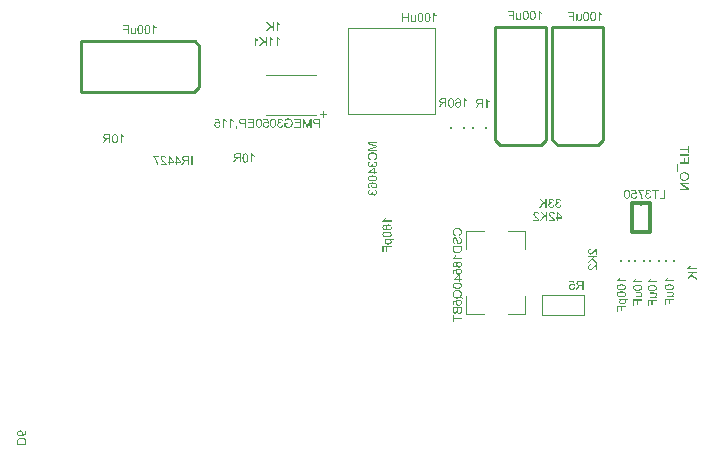
<source format=gbo>
G04*
G04 #@! TF.GenerationSoftware,Altium Limited,Altium Designer,22.4.2 (48)*
G04*
G04 Layer_Color=32896*
%FSLAX25Y25*%
%MOIN*%
G70*
G04*
G04 #@! TF.SameCoordinates,8CA05075-6D7B-4B7B-A49F-257FEDEDD644*
G04*
G04*
G04 #@! TF.FilePolarity,Positive*
G04*
G01*
G75*
%ADD10C,0.00787*%
%ADD11C,0.01000*%
%ADD54C,0.01181*%
%ADD76C,0.00394*%
%ADD77C,0.00400*%
G36*
X15325Y19271D02*
X15399Y19263D01*
X15473Y19249D01*
X15539Y19232D01*
X15600Y19210D01*
X15661Y19188D01*
X15714Y19162D01*
X15762Y19140D01*
X15805Y19114D01*
X15845Y19088D01*
X15875Y19066D01*
X15906Y19044D01*
X15928Y19026D01*
X15941Y19013D01*
X15949Y19005D01*
X15954Y19000D01*
X16002Y18948D01*
X16046Y18895D01*
X16081Y18839D01*
X16111Y18782D01*
X16142Y18725D01*
X16164Y18668D01*
X16194Y18563D01*
X16207Y18515D01*
X16216Y18472D01*
X16220Y18432D01*
X16225Y18397D01*
X16229Y18371D01*
Y18275D01*
X16220Y18222D01*
X16199Y18117D01*
X16168Y18021D01*
X16133Y17934D01*
X16098Y17864D01*
X16081Y17833D01*
X16068Y17807D01*
X16054Y17785D01*
X16046Y17772D01*
X16041Y17764D01*
X16037Y17759D01*
X16854Y17921D01*
Y19131D01*
X17208D01*
Y17628D01*
X15652Y17335D01*
X15604Y17685D01*
X15652Y17716D01*
X15692Y17755D01*
X15731Y17790D01*
X15762Y17825D01*
X15784Y17860D01*
X15805Y17886D01*
X15814Y17903D01*
X15818Y17908D01*
X15845Y17965D01*
X15867Y18021D01*
X15880Y18074D01*
X15893Y18126D01*
X15897Y18170D01*
X15901Y18205D01*
Y18288D01*
X15893Y18340D01*
X15871Y18432D01*
X15840Y18511D01*
X15810Y18581D01*
X15775Y18633D01*
X15744Y18673D01*
X15722Y18694D01*
X15718Y18703D01*
X15714D01*
X15639Y18764D01*
X15561Y18808D01*
X15478Y18839D01*
X15394Y18860D01*
X15325Y18873D01*
X15294Y18878D01*
X15268D01*
X15246Y18882D01*
X15228D01*
X15220D01*
X15215D01*
X15154D01*
X15097Y18873D01*
X14988Y18852D01*
X14896Y18821D01*
X14822Y18790D01*
X14761Y18756D01*
X14713Y18725D01*
X14700Y18712D01*
X14687Y18703D01*
X14682Y18699D01*
X14678Y18694D01*
X14643Y18659D01*
X14612Y18624D01*
X14560Y18546D01*
X14525Y18472D01*
X14503Y18397D01*
X14486Y18336D01*
X14481Y18284D01*
X14477Y18266D01*
Y18240D01*
X14481Y18157D01*
X14499Y18083D01*
X14521Y18017D01*
X14547Y17965D01*
X14573Y17917D01*
X14595Y17882D01*
X14612Y17864D01*
X14617Y17855D01*
X14678Y17803D01*
X14743Y17759D01*
X14818Y17724D01*
X14883Y17698D01*
X14949Y17681D01*
X14997Y17667D01*
X15019Y17663D01*
X15032Y17659D01*
X15041D01*
X15045D01*
X15014Y17270D01*
X14944Y17278D01*
X14879Y17292D01*
X14757Y17331D01*
X14652Y17379D01*
X14604Y17405D01*
X14564Y17431D01*
X14525Y17453D01*
X14490Y17480D01*
X14464Y17501D01*
X14442Y17523D01*
X14424Y17541D01*
X14407Y17549D01*
X14402Y17558D01*
X14398Y17562D01*
X14359Y17615D01*
X14324Y17667D01*
X14293Y17724D01*
X14267Y17781D01*
X14228Y17890D01*
X14201Y18000D01*
X14188Y18048D01*
X14184Y18096D01*
X14180Y18135D01*
X14175Y18170D01*
X14171Y18201D01*
Y18240D01*
X14175Y18332D01*
X14188Y18419D01*
X14206Y18502D01*
X14228Y18576D01*
X14258Y18646D01*
X14289Y18712D01*
X14320Y18773D01*
X14355Y18825D01*
X14389Y18873D01*
X14420Y18917D01*
X14455Y18952D01*
X14481Y18983D01*
X14503Y19005D01*
X14521Y19022D01*
X14534Y19031D01*
X14538Y19035D01*
X14595Y19079D01*
X14656Y19114D01*
X14713Y19149D01*
X14774Y19175D01*
X14892Y19219D01*
X15006Y19245D01*
X15054Y19254D01*
X15102Y19263D01*
X15141Y19267D01*
X15176Y19271D01*
X15207Y19276D01*
X15228D01*
X15242D01*
X15246D01*
X15325Y19271D01*
D02*
G37*
G36*
X15897Y16868D02*
X16033Y16855D01*
X16155Y16833D01*
X16212Y16824D01*
X16260Y16811D01*
X16308Y16798D01*
X16347Y16789D01*
X16382Y16780D01*
X16413Y16767D01*
X16439Y16763D01*
X16456Y16754D01*
X16465Y16750D01*
X16470D01*
X16583Y16702D01*
X16684Y16645D01*
X16771Y16584D01*
X16845Y16527D01*
X16907Y16474D01*
X16950Y16431D01*
X16963Y16413D01*
X16976Y16400D01*
X16981Y16396D01*
X16985Y16391D01*
X17042Y16321D01*
X17086Y16247D01*
X17125Y16173D01*
X17156Y16103D01*
X17177Y16042D01*
X17191Y15994D01*
X17199Y15976D01*
Y15963D01*
X17204Y15954D01*
Y15950D01*
X17217Y15876D01*
X17230Y15788D01*
X17239Y15701D01*
X17243Y15613D01*
X17247Y15535D01*
Y14372D01*
X14223D01*
Y15461D01*
X14228Y15561D01*
X14232Y15653D01*
X14241Y15736D01*
X14250Y15806D01*
X14258Y15867D01*
X14263Y15911D01*
X14267Y15924D01*
X14271Y15937D01*
Y15946D01*
X14293Y16024D01*
X14320Y16094D01*
X14341Y16155D01*
X14368Y16208D01*
X14389Y16251D01*
X14407Y16282D01*
X14420Y16300D01*
X14424Y16308D01*
X14464Y16365D01*
X14512Y16413D01*
X14556Y16461D01*
X14599Y16501D01*
X14638Y16536D01*
X14669Y16562D01*
X14691Y16579D01*
X14700Y16584D01*
X14770Y16627D01*
X14844Y16671D01*
X14914Y16706D01*
X14984Y16732D01*
X15045Y16759D01*
X15093Y16776D01*
X15111Y16780D01*
X15124Y16785D01*
X15132Y16789D01*
X15137D01*
X15242Y16815D01*
X15347Y16837D01*
X15447Y16850D01*
X15543Y16863D01*
X15626Y16868D01*
X15661D01*
X15692Y16872D01*
X15714D01*
X15735D01*
X15744D01*
X15748D01*
X15897Y16868D01*
D02*
G37*
G36*
X153251Y158390D02*
X153299Y158320D01*
X153356Y158250D01*
X153408Y158189D01*
X153461Y158136D01*
X153500Y158092D01*
X153517Y158079D01*
X153531Y158066D01*
X153535Y158062D01*
X153539Y158058D01*
X153631Y157983D01*
X153723Y157913D01*
X153810Y157852D01*
X153898Y157804D01*
X153972Y157760D01*
X154002Y157743D01*
X154029Y157730D01*
X154051Y157717D01*
X154068Y157712D01*
X154077Y157704D01*
X154081D01*
Y157345D01*
X154016Y157371D01*
X153950Y157402D01*
X153884Y157433D01*
X153823Y157463D01*
X153771Y157490D01*
X153727Y157511D01*
X153701Y157529D01*
X153697Y157533D01*
X153692D01*
X153614Y157581D01*
X153544Y157629D01*
X153482Y157673D01*
X153434Y157712D01*
X153391Y157743D01*
X153365Y157769D01*
X153343Y157787D01*
X153338Y157791D01*
Y155427D01*
X152967D01*
Y158464D01*
X153207D01*
X153251Y158390D01*
D02*
G37*
G36*
X144795Y155427D02*
X144393D01*
Y156851D01*
X142828D01*
Y155427D01*
X142426D01*
Y158451D01*
X142828D01*
Y157210D01*
X144393D01*
Y158451D01*
X144795D01*
Y155427D01*
D02*
G37*
G36*
X147216Y156262D02*
Y156178D01*
X147212Y156104D01*
X147207Y156047D01*
X147203Y155995D01*
Y155960D01*
X147198Y155934D01*
X147194Y155916D01*
Y155912D01*
X147181Y155855D01*
X147163Y155803D01*
X147146Y155755D01*
X147124Y155715D01*
X147107Y155680D01*
X147094Y155658D01*
X147085Y155641D01*
X147080Y155637D01*
X147046Y155597D01*
X147006Y155562D01*
X146967Y155532D01*
X146923Y155506D01*
X146888Y155484D01*
X146858Y155466D01*
X146840Y155457D01*
X146831Y155453D01*
X146766Y155427D01*
X146705Y155409D01*
X146643Y155396D01*
X146587Y155387D01*
X146539Y155383D01*
X146499Y155379D01*
X146469D01*
X146390Y155383D01*
X146311Y155396D01*
X146241Y155414D01*
X146171Y155436D01*
X146110Y155466D01*
X146054Y155497D01*
X146001Y155527D01*
X145953Y155562D01*
X145909Y155597D01*
X145874Y155628D01*
X145844Y155663D01*
X145817Y155689D01*
X145796Y155711D01*
X145783Y155728D01*
X145774Y155742D01*
X145770Y155746D01*
Y155427D01*
X145437D01*
Y157621D01*
X145809D01*
Y156445D01*
X145813Y156344D01*
X145817Y156257D01*
X145826Y156183D01*
X145839Y156122D01*
X145852Y156074D01*
X145861Y156039D01*
X145866Y156021D01*
X145870Y156012D01*
X145896Y155960D01*
X145927Y155916D01*
X145962Y155877D01*
X145997Y155842D01*
X146027Y155816D01*
X146054Y155798D01*
X146071Y155785D01*
X146080Y155781D01*
X146136Y155755D01*
X146193Y155733D01*
X146246Y155720D01*
X146294Y155707D01*
X146333Y155702D01*
X146364Y155698D01*
X146394D01*
X146456Y155702D01*
X146508Y155711D01*
X146556Y155724D01*
X146595Y155742D01*
X146630Y155755D01*
X146652Y155768D01*
X146670Y155776D01*
X146674Y155781D01*
X146713Y155816D01*
X146744Y155851D01*
X146770Y155890D01*
X146792Y155925D01*
X146805Y155960D01*
X146814Y155986D01*
X146823Y156004D01*
Y156008D01*
X146831Y156056D01*
X146836Y156113D01*
X146840Y156178D01*
Y156244D01*
X146844Y156305D01*
Y156353D01*
Y156375D01*
Y156388D01*
Y156397D01*
Y156401D01*
Y157621D01*
X147216D01*
Y156262D01*
D02*
G37*
G36*
X151145Y158455D02*
X151254Y158438D01*
X151346Y158407D01*
X151424Y158377D01*
X151490Y158342D01*
X151516Y158328D01*
X151538Y158311D01*
X151555Y158302D01*
X151568Y158294D01*
X151573Y158285D01*
X151577D01*
X151656Y158215D01*
X151721Y158132D01*
X151778Y158049D01*
X151822Y157970D01*
X151857Y157896D01*
X151874Y157865D01*
X151883Y157835D01*
X151892Y157813D01*
X151901Y157795D01*
X151905Y157787D01*
Y157782D01*
X151922Y157717D01*
X151940Y157651D01*
X151966Y157507D01*
X151988Y157363D01*
X152001Y157227D01*
X152005Y157162D01*
X152010Y157105D01*
Y157053D01*
X152014Y157004D01*
Y156969D01*
Y156939D01*
Y156921D01*
Y156917D01*
X152010Y156764D01*
X152001Y156620D01*
X151988Y156489D01*
X151966Y156366D01*
X151944Y156253D01*
X151918Y156152D01*
X151892Y156061D01*
X151866Y155982D01*
X151839Y155912D01*
X151809Y155851D01*
X151787Y155798D01*
X151765Y155759D01*
X151743Y155724D01*
X151730Y155702D01*
X151721Y155689D01*
X151717Y155685D01*
X151669Y155632D01*
X151617Y155584D01*
X151560Y155541D01*
X151503Y155506D01*
X151446Y155475D01*
X151389Y155449D01*
X151332Y155431D01*
X151280Y155414D01*
X151228Y155401D01*
X151180Y155392D01*
X151136Y155383D01*
X151101Y155379D01*
X151070Y155374D01*
X151027D01*
X150909Y155383D01*
X150799Y155401D01*
X150707Y155431D01*
X150629Y155462D01*
X150563Y155492D01*
X150541Y155510D01*
X150520Y155523D01*
X150502Y155532D01*
X150489Y155541D01*
X150485Y155549D01*
X150480D01*
X150402Y155623D01*
X150336Y155702D01*
X150279Y155790D01*
X150236Y155868D01*
X150201Y155942D01*
X150183Y155973D01*
X150174Y156004D01*
X150166Y156026D01*
X150157Y156043D01*
X150153Y156052D01*
Y156056D01*
X150131Y156122D01*
X150113Y156187D01*
X150087Y156327D01*
X150065Y156471D01*
X150052Y156611D01*
X150048Y156672D01*
X150043Y156729D01*
Y156781D01*
X150039Y156830D01*
Y156865D01*
Y156895D01*
Y156913D01*
Y156917D01*
Y157000D01*
X150043Y157079D01*
Y157149D01*
X150048Y157219D01*
X150056Y157280D01*
X150061Y157341D01*
X150065Y157393D01*
X150074Y157441D01*
X150078Y157485D01*
X150087Y157524D01*
X150091Y157555D01*
X150096Y157581D01*
X150100Y157603D01*
X150104Y157616D01*
X150109Y157625D01*
Y157629D01*
X150135Y157726D01*
X150166Y157813D01*
X150201Y157887D01*
X150227Y157953D01*
X150257Y158010D01*
X150275Y158049D01*
X150292Y158071D01*
X150297Y158079D01*
X150345Y158145D01*
X150393Y158202D01*
X150445Y158250D01*
X150493Y158294D01*
X150537Y158324D01*
X150572Y158346D01*
X150594Y158359D01*
X150598Y158363D01*
X150603D01*
X150673Y158398D01*
X150747Y158420D01*
X150817Y158438D01*
X150882Y158451D01*
X150939Y158460D01*
X150987Y158464D01*
X151027D01*
X151145Y158455D01*
D02*
G37*
G36*
X148793D02*
X148903Y158438D01*
X148995Y158407D01*
X149073Y158377D01*
X149139Y158342D01*
X149165Y158328D01*
X149187Y158311D01*
X149204Y158302D01*
X149217Y158294D01*
X149222Y158285D01*
X149226D01*
X149305Y158215D01*
X149370Y158132D01*
X149427Y158049D01*
X149471Y157970D01*
X149506Y157896D01*
X149523Y157865D01*
X149532Y157835D01*
X149541Y157813D01*
X149549Y157795D01*
X149554Y157787D01*
Y157782D01*
X149571Y157717D01*
X149589Y157651D01*
X149615Y157507D01*
X149637Y157363D01*
X149650Y157227D01*
X149654Y157162D01*
X149659Y157105D01*
Y157053D01*
X149663Y157004D01*
Y156969D01*
Y156939D01*
Y156921D01*
Y156917D01*
X149659Y156764D01*
X149650Y156620D01*
X149637Y156489D01*
X149615Y156366D01*
X149593Y156253D01*
X149567Y156152D01*
X149541Y156061D01*
X149514Y155982D01*
X149488Y155912D01*
X149458Y155851D01*
X149436Y155798D01*
X149414Y155759D01*
X149392Y155724D01*
X149379Y155702D01*
X149370Y155689D01*
X149366Y155685D01*
X149318Y155632D01*
X149266Y155584D01*
X149209Y155541D01*
X149152Y155506D01*
X149095Y155475D01*
X149038Y155449D01*
X148981Y155431D01*
X148929Y155414D01*
X148877Y155401D01*
X148828Y155392D01*
X148785Y155383D01*
X148750Y155379D01*
X148719Y155374D01*
X148676D01*
X148557Y155383D01*
X148448Y155401D01*
X148356Y155431D01*
X148278Y155462D01*
X148212Y155492D01*
X148190Y155510D01*
X148169Y155523D01*
X148151Y155532D01*
X148138Y155541D01*
X148134Y155549D01*
X148129D01*
X148051Y155623D01*
X147985Y155702D01*
X147928Y155790D01*
X147885Y155868D01*
X147850Y155942D01*
X147832Y155973D01*
X147823Y156004D01*
X147815Y156026D01*
X147806Y156043D01*
X147801Y156052D01*
Y156056D01*
X147780Y156122D01*
X147762Y156187D01*
X147736Y156327D01*
X147714Y156471D01*
X147701Y156611D01*
X147697Y156672D01*
X147692Y156729D01*
Y156781D01*
X147688Y156830D01*
Y156865D01*
Y156895D01*
Y156913D01*
Y156917D01*
Y157000D01*
X147692Y157079D01*
Y157149D01*
X147697Y157219D01*
X147705Y157280D01*
X147710Y157341D01*
X147714Y157393D01*
X147723Y157441D01*
X147727Y157485D01*
X147736Y157524D01*
X147740Y157555D01*
X147745Y157581D01*
X147749Y157603D01*
X147753Y157616D01*
X147758Y157625D01*
Y157629D01*
X147784Y157726D01*
X147815Y157813D01*
X147850Y157887D01*
X147876Y157953D01*
X147906Y158010D01*
X147924Y158049D01*
X147941Y158071D01*
X147946Y158079D01*
X147994Y158145D01*
X148042Y158202D01*
X148094Y158250D01*
X148142Y158294D01*
X148186Y158324D01*
X148221Y158346D01*
X148243Y158359D01*
X148247Y158363D01*
X148252D01*
X148321Y158398D01*
X148396Y158420D01*
X148466Y158438D01*
X148531Y158451D01*
X148588Y158460D01*
X148636Y158464D01*
X148676D01*
X148793Y158455D01*
D02*
G37*
G36*
X101159Y150263D02*
X101207Y150193D01*
X101264Y150123D01*
X101316Y150062D01*
X101368Y150009D01*
X101408Y149966D01*
X101425Y149953D01*
X101438Y149940D01*
X101443Y149935D01*
X101447Y149931D01*
X101539Y149856D01*
X101631Y149786D01*
X101718Y149725D01*
X101805Y149677D01*
X101880Y149634D01*
X101910Y149616D01*
X101936Y149603D01*
X101958Y149590D01*
X101976Y149585D01*
X101985Y149577D01*
X101989D01*
Y149218D01*
X101923Y149245D01*
X101858Y149275D01*
X101792Y149306D01*
X101731Y149336D01*
X101679Y149363D01*
X101635Y149384D01*
X101609Y149402D01*
X101604Y149406D01*
X101600D01*
X101521Y149454D01*
X101452Y149503D01*
X101390Y149546D01*
X101342Y149585D01*
X101298Y149616D01*
X101272Y149642D01*
X101251Y149660D01*
X101246Y149664D01*
Y147300D01*
X100875D01*
Y150337D01*
X101115D01*
X101159Y150263D01*
D02*
G37*
G36*
X98808D02*
X98856Y150193D01*
X98913Y150123D01*
X98965Y150062D01*
X99017Y150009D01*
X99057Y149966D01*
X99074Y149953D01*
X99087Y149940D01*
X99092Y149935D01*
X99096Y149931D01*
X99188Y149856D01*
X99280Y149786D01*
X99367Y149725D01*
X99454Y149677D01*
X99529Y149634D01*
X99559Y149616D01*
X99585Y149603D01*
X99607Y149590D01*
X99625Y149585D01*
X99634Y149577D01*
X99638D01*
Y149218D01*
X99572Y149245D01*
X99507Y149275D01*
X99441Y149306D01*
X99380Y149336D01*
X99328Y149363D01*
X99284Y149384D01*
X99258Y149402D01*
X99253Y149406D01*
X99249D01*
X99170Y149454D01*
X99100Y149503D01*
X99039Y149546D01*
X98991Y149585D01*
X98948Y149616D01*
X98921Y149642D01*
X98899Y149660D01*
X98895Y149664D01*
Y147300D01*
X98524D01*
Y150337D01*
X98764D01*
X98808Y150263D01*
D02*
G37*
G36*
X93638D02*
X93686Y150193D01*
X93743Y150123D01*
X93795Y150062D01*
X93848Y150009D01*
X93887Y149966D01*
X93905Y149953D01*
X93918Y149940D01*
X93922Y149935D01*
X93926Y149931D01*
X94018Y149856D01*
X94110Y149786D01*
X94197Y149725D01*
X94285Y149677D01*
X94359Y149634D01*
X94389Y149616D01*
X94416Y149603D01*
X94438Y149590D01*
X94455Y149585D01*
X94464Y149577D01*
X94468D01*
Y149218D01*
X94403Y149245D01*
X94337Y149275D01*
X94272Y149306D01*
X94210Y149336D01*
X94158Y149363D01*
X94114Y149384D01*
X94088Y149402D01*
X94084Y149406D01*
X94079D01*
X94001Y149454D01*
X93931Y149503D01*
X93870Y149546D01*
X93822Y149585D01*
X93778Y149616D01*
X93752Y149642D01*
X93730Y149660D01*
X93725Y149664D01*
Y147300D01*
X93354D01*
Y150337D01*
X93594D01*
X93638Y150263D01*
D02*
G37*
G36*
X97435Y147300D02*
X97033D01*
Y148349D01*
X96540Y148825D01*
X95465Y147300D01*
X94936D01*
X96260Y149096D01*
X94993Y150324D01*
X95539D01*
X97033Y148821D01*
Y150324D01*
X97435D01*
Y147300D01*
D02*
G37*
G36*
X101130Y155263D02*
X101178Y155193D01*
X101235Y155123D01*
X101288Y155062D01*
X101340Y155009D01*
X101379Y154966D01*
X101397Y154953D01*
X101410Y154939D01*
X101414Y154935D01*
X101419Y154931D01*
X101511Y154856D01*
X101602Y154787D01*
X101690Y154725D01*
X101777Y154677D01*
X101851Y154634D01*
X101882Y154616D01*
X101908Y154603D01*
X101930Y154590D01*
X101947Y154586D01*
X101956Y154577D01*
X101961D01*
Y154218D01*
X101895Y154245D01*
X101830Y154275D01*
X101764Y154306D01*
X101703Y154336D01*
X101650Y154363D01*
X101607Y154385D01*
X101580Y154402D01*
X101576Y154406D01*
X101572D01*
X101493Y154454D01*
X101423Y154502D01*
X101362Y154546D01*
X101314Y154586D01*
X101270Y154616D01*
X101244Y154642D01*
X101222Y154660D01*
X101218Y154664D01*
Y152300D01*
X100846D01*
Y155337D01*
X101087D01*
X101130Y155263D01*
D02*
G37*
G36*
X99758Y152300D02*
X99356D01*
Y153349D01*
X98862Y153825D01*
X97787Y152300D01*
X97259D01*
X98583Y154096D01*
X97315Y155324D01*
X97862D01*
X99356Y153821D01*
Y155324D01*
X99758D01*
Y152300D01*
D02*
G37*
G36*
X163422Y129892D02*
X163470Y129822D01*
X163526Y129752D01*
X163579Y129691D01*
X163631Y129639D01*
X163671Y129595D01*
X163688Y129582D01*
X163701Y129569D01*
X163706Y129564D01*
X163710Y129560D01*
X163802Y129486D01*
X163894Y129416D01*
X163981Y129355D01*
X164068Y129306D01*
X164143Y129263D01*
X164173Y129245D01*
X164199Y129232D01*
X164221Y129219D01*
X164239Y129215D01*
X164248Y129206D01*
X164252D01*
Y128848D01*
X164186Y128874D01*
X164121Y128904D01*
X164055Y128935D01*
X163994Y128966D01*
X163942Y128992D01*
X163898Y129014D01*
X163872Y129031D01*
X163867Y129035D01*
X163863D01*
X163784Y129084D01*
X163715Y129132D01*
X163653Y129175D01*
X163605Y129215D01*
X163561Y129245D01*
X163535Y129271D01*
X163513Y129289D01*
X163509Y129293D01*
Y126929D01*
X163138D01*
Y129966D01*
X163378D01*
X163422Y129892D01*
D02*
G37*
G36*
X161202Y129962D02*
X161285Y129953D01*
X161363Y129936D01*
X161438Y129914D01*
X161503Y129883D01*
X161569Y129857D01*
X161626Y129822D01*
X161678Y129791D01*
X161722Y129761D01*
X161765Y129726D01*
X161800Y129700D01*
X161827Y129674D01*
X161848Y129647D01*
X161866Y129630D01*
X161875Y129621D01*
X161879Y129617D01*
X161936Y129538D01*
X161984Y129446D01*
X162028Y129350D01*
X162067Y129250D01*
X162098Y129145D01*
X162124Y129040D01*
X162146Y128931D01*
X162163Y128830D01*
X162176Y128730D01*
X162185Y128638D01*
X162194Y128555D01*
X162198Y128485D01*
Y128424D01*
X162202Y128380D01*
Y128363D01*
Y128349D01*
Y128345D01*
Y128341D01*
X162198Y128201D01*
X162189Y128070D01*
X162176Y127947D01*
X162154Y127834D01*
X162133Y127733D01*
X162111Y127641D01*
X162084Y127558D01*
X162054Y127484D01*
X162028Y127423D01*
X162001Y127366D01*
X161980Y127322D01*
X161953Y127283D01*
X161936Y127252D01*
X161923Y127235D01*
X161914Y127222D01*
X161910Y127218D01*
X161853Y127156D01*
X161792Y127104D01*
X161731Y127060D01*
X161669Y127021D01*
X161604Y126986D01*
X161543Y126960D01*
X161481Y126938D01*
X161420Y126920D01*
X161368Y126907D01*
X161315Y126894D01*
X161272Y126885D01*
X161232Y126881D01*
X161197D01*
X161176Y126877D01*
X161154D01*
X161053Y126881D01*
X160961Y126899D01*
X160878Y126916D01*
X160804Y126942D01*
X160747Y126964D01*
X160704Y126986D01*
X160686Y126990D01*
X160673Y126999D01*
X160669Y127003D01*
X160664D01*
X160590Y127056D01*
X160520Y127117D01*
X160463Y127178D01*
X160415Y127239D01*
X160376Y127296D01*
X160350Y127340D01*
X160341Y127357D01*
X160332Y127371D01*
X160328Y127375D01*
Y127379D01*
X160284Y127471D01*
X160253Y127567D01*
X160232Y127655D01*
X160219Y127738D01*
X160205Y127807D01*
Y127834D01*
X160201Y127860D01*
Y127882D01*
Y127895D01*
Y127904D01*
Y127908D01*
X160205Y127987D01*
X160214Y128061D01*
X160227Y128135D01*
X160240Y128201D01*
X160262Y128262D01*
X160284Y128323D01*
X160306Y128376D01*
X160332Y128424D01*
X160358Y128467D01*
X160380Y128507D01*
X160402Y128537D01*
X160424Y128568D01*
X160437Y128590D01*
X160450Y128603D01*
X160459Y128612D01*
X160463Y128616D01*
X160511Y128664D01*
X160564Y128708D01*
X160620Y128743D01*
X160673Y128773D01*
X160725Y128804D01*
X160778Y128826D01*
X160878Y128856D01*
X160922Y128869D01*
X160966Y128878D01*
X161001Y128883D01*
X161036Y128887D01*
X161062Y128891D01*
X161097D01*
X161176Y128887D01*
X161250Y128874D01*
X161320Y128861D01*
X161381Y128843D01*
X161433Y128821D01*
X161473Y128808D01*
X161499Y128795D01*
X161503Y128791D01*
X161508D01*
X161577Y128747D01*
X161639Y128699D01*
X161696Y128651D01*
X161739Y128598D01*
X161778Y128555D01*
X161809Y128520D01*
X161827Y128494D01*
X161831Y128489D01*
Y128568D01*
X161827Y128647D01*
X161822Y128717D01*
X161813Y128786D01*
X161809Y128848D01*
X161800Y128904D01*
X161792Y128957D01*
X161778Y129005D01*
X161770Y129049D01*
X161761Y129084D01*
X161752Y129114D01*
X161748Y129140D01*
X161739Y129158D01*
X161735Y129171D01*
X161731Y129180D01*
Y129184D01*
X161687Y129271D01*
X161643Y129350D01*
X161595Y129411D01*
X161551Y129464D01*
X161512Y129507D01*
X161481Y129538D01*
X161460Y129555D01*
X161451Y129560D01*
X161398Y129595D01*
X161346Y129617D01*
X161293Y129634D01*
X161241Y129647D01*
X161202Y129656D01*
X161167Y129660D01*
X161136D01*
X161057Y129652D01*
X160983Y129634D01*
X160922Y129608D01*
X160865Y129582D01*
X160821Y129551D01*
X160791Y129525D01*
X160774Y129507D01*
X160765Y129499D01*
X160734Y129459D01*
X160704Y129411D01*
X160677Y129359D01*
X160660Y129306D01*
X160642Y129258D01*
X160629Y129219D01*
X160625Y129193D01*
X160620Y129188D01*
Y129184D01*
X160249Y129215D01*
X160275Y129337D01*
X160315Y129446D01*
X160358Y129542D01*
X160406Y129621D01*
X160454Y129682D01*
X160472Y129708D01*
X160494Y129730D01*
X160507Y129743D01*
X160520Y129756D01*
X160524Y129761D01*
X160529Y129765D01*
X160572Y129800D01*
X160620Y129831D01*
X160717Y129883D01*
X160813Y129918D01*
X160905Y129940D01*
X160988Y129957D01*
X161022Y129962D01*
X161053D01*
X161079Y129966D01*
X161114D01*
X161202Y129962D01*
D02*
G37*
G36*
X157325Y126929D02*
X156923D01*
Y128271D01*
X156408D01*
X156360Y128266D01*
X156325D01*
X156294Y128262D01*
X156272Y128258D01*
X156255D01*
X156246Y128253D01*
X156242D01*
X156172Y128231D01*
X156141Y128218D01*
X156115Y128205D01*
X156089Y128192D01*
X156071Y128183D01*
X156063Y128179D01*
X156058Y128175D01*
X156023Y128148D01*
X155988Y128118D01*
X155923Y128052D01*
X155892Y128022D01*
X155870Y127995D01*
X155857Y127978D01*
X155853Y127974D01*
X155809Y127912D01*
X155761Y127847D01*
X155713Y127777D01*
X155665Y127711D01*
X155626Y127650D01*
X155595Y127602D01*
X155582Y127585D01*
X155573Y127571D01*
X155564Y127563D01*
Y127558D01*
X155167Y126929D01*
X154669D01*
X155189Y127751D01*
X155250Y127838D01*
X155307Y127917D01*
X155363Y127982D01*
X155412Y128043D01*
X155455Y128087D01*
X155490Y128122D01*
X155512Y128144D01*
X155521Y128153D01*
X155556Y128179D01*
X155595Y128209D01*
X155674Y128258D01*
X155709Y128275D01*
X155735Y128293D01*
X155752Y128301D01*
X155761Y128306D01*
X155682Y128319D01*
X155608Y128332D01*
X155543Y128354D01*
X155477Y128371D01*
X155420Y128393D01*
X155368Y128419D01*
X155320Y128441D01*
X155276Y128463D01*
X155241Y128489D01*
X155206Y128511D01*
X155180Y128528D01*
X155158Y128546D01*
X155140Y128559D01*
X155127Y128572D01*
X155123Y128577D01*
X155119Y128581D01*
X155084Y128625D01*
X155049Y128668D01*
X154996Y128760D01*
X154961Y128852D01*
X154935Y128939D01*
X154918Y129014D01*
X154913Y129044D01*
Y129075D01*
X154909Y129097D01*
Y129114D01*
Y129123D01*
Y129127D01*
X154913Y129219D01*
X154926Y129302D01*
X154948Y129381D01*
X154970Y129446D01*
X154996Y129503D01*
X155014Y129547D01*
X155031Y129573D01*
X155036Y129577D01*
Y129582D01*
X155088Y129652D01*
X155140Y129713D01*
X155197Y129765D01*
X155250Y129805D01*
X155298Y129835D01*
X155337Y129853D01*
X155363Y129866D01*
X155368Y129870D01*
X155372D01*
X155412Y129883D01*
X155459Y129896D01*
X155556Y129918D01*
X155660Y129931D01*
X155757Y129944D01*
X155849Y129949D01*
X155888D01*
X155923Y129953D01*
X157325D01*
Y126929D01*
D02*
G37*
G36*
X158964Y129957D02*
X159073Y129940D01*
X159165Y129910D01*
X159244Y129879D01*
X159309Y129844D01*
X159336Y129831D01*
X159358Y129813D01*
X159375Y129805D01*
X159388Y129796D01*
X159392Y129787D01*
X159397D01*
X159476Y129717D01*
X159541Y129634D01*
X159598Y129551D01*
X159642Y129472D01*
X159677Y129398D01*
X159694Y129368D01*
X159703Y129337D01*
X159712Y129315D01*
X159720Y129298D01*
X159725Y129289D01*
Y129285D01*
X159742Y129219D01*
X159760Y129154D01*
X159786Y129009D01*
X159808Y128865D01*
X159821Y128730D01*
X159825Y128664D01*
X159829Y128607D01*
Y128555D01*
X159834Y128507D01*
Y128472D01*
Y128441D01*
Y128424D01*
Y128419D01*
X159829Y128266D01*
X159821Y128122D01*
X159808Y127991D01*
X159786Y127869D01*
X159764Y127755D01*
X159738Y127655D01*
X159712Y127563D01*
X159685Y127484D01*
X159659Y127414D01*
X159628Y127353D01*
X159607Y127301D01*
X159585Y127261D01*
X159563Y127226D01*
X159550Y127204D01*
X159541Y127191D01*
X159537Y127187D01*
X159489Y127135D01*
X159436Y127086D01*
X159379Y127043D01*
X159323Y127008D01*
X159266Y126977D01*
X159209Y126951D01*
X159152Y126934D01*
X159100Y126916D01*
X159047Y126903D01*
X158999Y126894D01*
X158956Y126885D01*
X158921Y126881D01*
X158890Y126877D01*
X158846D01*
X158728Y126885D01*
X158619Y126903D01*
X158527Y126934D01*
X158449Y126964D01*
X158383Y126995D01*
X158361Y127012D01*
X158339Y127025D01*
X158322Y127034D01*
X158309Y127043D01*
X158304Y127051D01*
X158300D01*
X158221Y127126D01*
X158156Y127204D01*
X158099Y127292D01*
X158055Y127371D01*
X158020Y127445D01*
X158003Y127475D01*
X157994Y127506D01*
X157985Y127528D01*
X157977Y127545D01*
X157972Y127554D01*
Y127558D01*
X157950Y127624D01*
X157933Y127690D01*
X157907Y127829D01*
X157885Y127974D01*
X157872Y128113D01*
X157867Y128175D01*
X157863Y128231D01*
Y128284D01*
X157859Y128332D01*
Y128367D01*
Y128398D01*
Y128415D01*
Y128419D01*
Y128502D01*
X157863Y128581D01*
Y128651D01*
X157867Y128721D01*
X157876Y128782D01*
X157880Y128843D01*
X157885Y128896D01*
X157894Y128944D01*
X157898Y128987D01*
X157907Y129027D01*
X157911Y129057D01*
X157915Y129084D01*
X157920Y129105D01*
X157924Y129119D01*
X157929Y129127D01*
Y129132D01*
X157955Y129228D01*
X157985Y129315D01*
X158020Y129389D01*
X158047Y129455D01*
X158077Y129512D01*
X158095Y129551D01*
X158112Y129573D01*
X158116Y129582D01*
X158165Y129647D01*
X158213Y129704D01*
X158265Y129752D01*
X158313Y129796D01*
X158357Y129826D01*
X158392Y129848D01*
X158414Y129861D01*
X158418Y129866D01*
X158422D01*
X158492Y129901D01*
X158567Y129923D01*
X158636Y129940D01*
X158702Y129953D01*
X158759Y129962D01*
X158807Y129966D01*
X158846D01*
X158964Y129957D01*
D02*
G37*
G36*
X170941Y129695D02*
X170989Y129625D01*
X171046Y129555D01*
X171099Y129494D01*
X171151Y129442D01*
X171191Y129398D01*
X171208Y129385D01*
X171221Y129372D01*
X171225Y129367D01*
X171230Y129363D01*
X171322Y129289D01*
X171413Y129219D01*
X171501Y129158D01*
X171588Y129110D01*
X171662Y129066D01*
X171693Y129048D01*
X171719Y129035D01*
X171741Y129022D01*
X171758Y129018D01*
X171767Y129009D01*
X171772D01*
Y128651D01*
X171706Y128677D01*
X171641Y128708D01*
X171575Y128738D01*
X171514Y128769D01*
X171461Y128795D01*
X171418Y128817D01*
X171391Y128834D01*
X171387Y128839D01*
X171383D01*
X171304Y128887D01*
X171234Y128935D01*
X171173Y128979D01*
X171125Y129018D01*
X171081Y129048D01*
X171055Y129075D01*
X171033Y129092D01*
X171029Y129096D01*
Y126732D01*
X170657D01*
Y129769D01*
X170898D01*
X170941Y129695D01*
D02*
G37*
G36*
X169547Y126732D02*
X169145D01*
Y128074D01*
X168630D01*
X168582Y128069D01*
X168547D01*
X168516Y128065D01*
X168494Y128061D01*
X168477D01*
X168468Y128056D01*
X168464D01*
X168394Y128034D01*
X168363Y128021D01*
X168337Y128008D01*
X168311Y127995D01*
X168293Y127987D01*
X168284Y127982D01*
X168280Y127978D01*
X168245Y127952D01*
X168210Y127921D01*
X168145Y127855D01*
X168114Y127825D01*
X168092Y127799D01*
X168079Y127781D01*
X168075Y127777D01*
X168031Y127716D01*
X167983Y127650D01*
X167935Y127580D01*
X167887Y127515D01*
X167847Y127453D01*
X167817Y127405D01*
X167804Y127388D01*
X167795Y127375D01*
X167786Y127366D01*
Y127362D01*
X167389Y126732D01*
X166890D01*
X167410Y127554D01*
X167472Y127641D01*
X167528Y127720D01*
X167585Y127785D01*
X167633Y127847D01*
X167677Y127890D01*
X167712Y127925D01*
X167734Y127947D01*
X167743Y127956D01*
X167778Y127982D01*
X167817Y128013D01*
X167895Y128061D01*
X167930Y128078D01*
X167957Y128096D01*
X167974Y128104D01*
X167983Y128109D01*
X167904Y128122D01*
X167830Y128135D01*
X167764Y128157D01*
X167699Y128174D01*
X167642Y128196D01*
X167590Y128223D01*
X167542Y128244D01*
X167498Y128266D01*
X167463Y128292D01*
X167428Y128314D01*
X167402Y128332D01*
X167380Y128349D01*
X167362Y128362D01*
X167349Y128375D01*
X167345Y128380D01*
X167341Y128384D01*
X167306Y128428D01*
X167271Y128472D01*
X167218Y128563D01*
X167183Y128655D01*
X167157Y128743D01*
X167139Y128817D01*
X167135Y128847D01*
Y128878D01*
X167131Y128900D01*
Y128917D01*
Y128926D01*
Y128930D01*
X167135Y129022D01*
X167148Y129105D01*
X167170Y129184D01*
X167192Y129249D01*
X167218Y129306D01*
X167236Y129350D01*
X167253Y129376D01*
X167257Y129381D01*
Y129385D01*
X167310Y129455D01*
X167362Y129516D01*
X167419Y129568D01*
X167472Y129608D01*
X167520Y129638D01*
X167559Y129656D01*
X167585Y129669D01*
X167590Y129673D01*
X167594D01*
X167633Y129686D01*
X167681Y129700D01*
X167778Y129721D01*
X167882Y129735D01*
X167979Y129748D01*
X168070Y129752D01*
X168110D01*
X168145Y129756D01*
X169547D01*
Y126732D01*
D02*
G37*
G36*
X92525Y111563D02*
X92573Y111493D01*
X92629Y111423D01*
X92682Y111362D01*
X92734Y111309D01*
X92774Y111266D01*
X92791Y111253D01*
X92804Y111240D01*
X92809Y111235D01*
X92813Y111231D01*
X92905Y111156D01*
X92997Y111086D01*
X93084Y111025D01*
X93171Y110977D01*
X93246Y110934D01*
X93276Y110916D01*
X93303Y110903D01*
X93324Y110890D01*
X93342Y110886D01*
X93350Y110877D01*
X93355D01*
Y110518D01*
X93289Y110545D01*
X93224Y110575D01*
X93158Y110606D01*
X93097Y110636D01*
X93045Y110663D01*
X93001Y110685D01*
X92975Y110702D01*
X92970Y110706D01*
X92966D01*
X92887Y110754D01*
X92817Y110802D01*
X92756Y110846D01*
X92708Y110886D01*
X92664Y110916D01*
X92638Y110942D01*
X92616Y110960D01*
X92612Y110964D01*
Y108600D01*
X92241D01*
Y111637D01*
X92481D01*
X92525Y111563D01*
D02*
G37*
G36*
X88779Y108600D02*
X88377D01*
Y109942D01*
X87862D01*
X87814Y109937D01*
X87779D01*
X87748Y109933D01*
X87726Y109929D01*
X87709D01*
X87700Y109924D01*
X87696D01*
X87626Y109902D01*
X87595Y109889D01*
X87569Y109876D01*
X87543Y109863D01*
X87525Y109854D01*
X87517Y109850D01*
X87512Y109845D01*
X87477Y109819D01*
X87442Y109789D01*
X87377Y109723D01*
X87346Y109693D01*
X87324Y109666D01*
X87311Y109649D01*
X87307Y109644D01*
X87263Y109583D01*
X87215Y109518D01*
X87167Y109448D01*
X87119Y109382D01*
X87080Y109321D01*
X87049Y109273D01*
X87036Y109256D01*
X87027Y109242D01*
X87018Y109234D01*
Y109229D01*
X86621Y108600D01*
X86123D01*
X86643Y109422D01*
X86704Y109509D01*
X86761Y109588D01*
X86817Y109653D01*
X86866Y109714D01*
X86909Y109758D01*
X86944Y109793D01*
X86966Y109815D01*
X86975Y109824D01*
X87010Y109850D01*
X87049Y109880D01*
X87128Y109929D01*
X87163Y109946D01*
X87189Y109963D01*
X87206Y109972D01*
X87215Y109976D01*
X87136Y109990D01*
X87062Y110003D01*
X86997Y110025D01*
X86931Y110042D01*
X86874Y110064D01*
X86822Y110090D01*
X86774Y110112D01*
X86730Y110134D01*
X86695Y110160D01*
X86660Y110182D01*
X86634Y110199D01*
X86612Y110217D01*
X86594Y110230D01*
X86581Y110243D01*
X86577Y110248D01*
X86573Y110252D01*
X86538Y110296D01*
X86503Y110339D01*
X86450Y110431D01*
X86415Y110523D01*
X86389Y110610D01*
X86372Y110685D01*
X86367Y110715D01*
Y110746D01*
X86363Y110767D01*
Y110785D01*
Y110794D01*
Y110798D01*
X86367Y110890D01*
X86380Y110973D01*
X86402Y111052D01*
X86424Y111117D01*
X86450Y111174D01*
X86468Y111218D01*
X86485Y111244D01*
X86490Y111248D01*
Y111253D01*
X86542Y111322D01*
X86594Y111384D01*
X86651Y111436D01*
X86704Y111476D01*
X86752Y111506D01*
X86791Y111523D01*
X86817Y111537D01*
X86822Y111541D01*
X86826D01*
X86866Y111554D01*
X86914Y111567D01*
X87010Y111589D01*
X87115Y111602D01*
X87211Y111615D01*
X87303Y111620D01*
X87342D01*
X87377Y111624D01*
X88779D01*
Y108600D01*
D02*
G37*
G36*
X90418Y111628D02*
X90527Y111611D01*
X90619Y111580D01*
X90698Y111550D01*
X90763Y111515D01*
X90790Y111502D01*
X90812Y111484D01*
X90829Y111476D01*
X90842Y111467D01*
X90847Y111458D01*
X90851D01*
X90930Y111388D01*
X90995Y111305D01*
X91052Y111222D01*
X91096Y111143D01*
X91131Y111069D01*
X91148Y111038D01*
X91157Y111008D01*
X91166Y110986D01*
X91174Y110968D01*
X91179Y110960D01*
Y110955D01*
X91196Y110890D01*
X91214Y110824D01*
X91240Y110680D01*
X91262Y110536D01*
X91275Y110400D01*
X91279Y110335D01*
X91284Y110278D01*
Y110226D01*
X91288Y110178D01*
Y110143D01*
Y110112D01*
Y110094D01*
Y110090D01*
X91284Y109937D01*
X91275Y109793D01*
X91262Y109662D01*
X91240Y109540D01*
X91218Y109426D01*
X91192Y109325D01*
X91166Y109234D01*
X91139Y109155D01*
X91113Y109085D01*
X91083Y109024D01*
X91061Y108972D01*
X91039Y108932D01*
X91017Y108897D01*
X91004Y108875D01*
X90995Y108862D01*
X90991Y108858D01*
X90943Y108805D01*
X90890Y108757D01*
X90833Y108714D01*
X90777Y108679D01*
X90720Y108648D01*
X90663Y108622D01*
X90606Y108604D01*
X90554Y108587D01*
X90501Y108574D01*
X90453Y108565D01*
X90409Y108556D01*
X90375Y108552D01*
X90344Y108548D01*
X90300D01*
X90182Y108556D01*
X90073Y108574D01*
X89981Y108604D01*
X89903Y108635D01*
X89837Y108666D01*
X89815Y108683D01*
X89793Y108696D01*
X89776Y108705D01*
X89763Y108714D01*
X89758Y108722D01*
X89754D01*
X89675Y108797D01*
X89610Y108875D01*
X89553Y108963D01*
X89509Y109041D01*
X89474Y109116D01*
X89457Y109146D01*
X89448Y109177D01*
X89439Y109199D01*
X89431Y109216D01*
X89426Y109225D01*
Y109229D01*
X89404Y109295D01*
X89387Y109360D01*
X89361Y109500D01*
X89339Y109644D01*
X89326Y109784D01*
X89321Y109845D01*
X89317Y109902D01*
Y109955D01*
X89313Y110003D01*
Y110038D01*
Y110068D01*
Y110086D01*
Y110090D01*
Y110173D01*
X89317Y110252D01*
Y110322D01*
X89321Y110392D01*
X89330Y110453D01*
X89334Y110514D01*
X89339Y110566D01*
X89348Y110615D01*
X89352Y110658D01*
X89361Y110698D01*
X89365Y110728D01*
X89369Y110754D01*
X89374Y110776D01*
X89378Y110789D01*
X89383Y110798D01*
Y110802D01*
X89409Y110899D01*
X89439Y110986D01*
X89474Y111060D01*
X89501Y111126D01*
X89531Y111183D01*
X89549Y111222D01*
X89566Y111244D01*
X89570Y111253D01*
X89619Y111318D01*
X89667Y111375D01*
X89719Y111423D01*
X89767Y111467D01*
X89811Y111497D01*
X89846Y111519D01*
X89868Y111532D01*
X89872Y111537D01*
X89876D01*
X89946Y111572D01*
X90021Y111593D01*
X90091Y111611D01*
X90156Y111624D01*
X90213Y111633D01*
X90261Y111637D01*
X90300D01*
X90418Y111628D01*
D02*
G37*
G36*
X49071Y117963D02*
X49119Y117893D01*
X49176Y117823D01*
X49228Y117762D01*
X49281Y117709D01*
X49320Y117666D01*
X49337Y117653D01*
X49351Y117640D01*
X49355Y117635D01*
X49359Y117631D01*
X49451Y117556D01*
X49543Y117487D01*
X49630Y117425D01*
X49718Y117377D01*
X49792Y117334D01*
X49823Y117316D01*
X49849Y117303D01*
X49870Y117290D01*
X49888Y117286D01*
X49897Y117277D01*
X49901D01*
Y116918D01*
X49836Y116945D01*
X49770Y116975D01*
X49705Y117006D01*
X49643Y117036D01*
X49591Y117063D01*
X49547Y117085D01*
X49521Y117102D01*
X49517Y117106D01*
X49512D01*
X49434Y117154D01*
X49364Y117202D01*
X49302Y117246D01*
X49254Y117286D01*
X49211Y117316D01*
X49185Y117342D01*
X49163Y117360D01*
X49158Y117364D01*
Y115000D01*
X48787D01*
Y118037D01*
X49027D01*
X49071Y117963D01*
D02*
G37*
G36*
X45326Y115000D02*
X44924D01*
Y116342D01*
X44408D01*
X44360Y116337D01*
X44325D01*
X44294Y116333D01*
X44273Y116329D01*
X44255D01*
X44246Y116324D01*
X44242D01*
X44172Y116302D01*
X44142Y116289D01*
X44115Y116276D01*
X44089Y116263D01*
X44072Y116254D01*
X44063Y116250D01*
X44058Y116245D01*
X44023Y116219D01*
X43988Y116189D01*
X43923Y116123D01*
X43892Y116093D01*
X43870Y116066D01*
X43857Y116049D01*
X43853Y116044D01*
X43809Y115983D01*
X43761Y115918D01*
X43713Y115848D01*
X43665Y115782D01*
X43626Y115721D01*
X43595Y115673D01*
X43582Y115656D01*
X43573Y115642D01*
X43565Y115634D01*
Y115629D01*
X43167Y115000D01*
X42669D01*
X43189Y115822D01*
X43250Y115909D01*
X43307Y115988D01*
X43364Y116053D01*
X43412Y116114D01*
X43455Y116158D01*
X43490Y116193D01*
X43512Y116215D01*
X43521Y116224D01*
X43556Y116250D01*
X43595Y116280D01*
X43674Y116329D01*
X43709Y116346D01*
X43735Y116363D01*
X43753Y116372D01*
X43761Y116376D01*
X43683Y116390D01*
X43608Y116403D01*
X43543Y116425D01*
X43477Y116442D01*
X43420Y116464D01*
X43368Y116490D01*
X43320Y116512D01*
X43276Y116534D01*
X43241Y116560D01*
X43206Y116582D01*
X43180Y116599D01*
X43158Y116617D01*
X43141Y116630D01*
X43128Y116643D01*
X43123Y116648D01*
X43119Y116652D01*
X43084Y116696D01*
X43049Y116739D01*
X42996Y116831D01*
X42962Y116923D01*
X42935Y117010D01*
X42918Y117085D01*
X42913Y117115D01*
Y117146D01*
X42909Y117167D01*
Y117185D01*
Y117194D01*
Y117198D01*
X42913Y117290D01*
X42927Y117373D01*
X42948Y117452D01*
X42970Y117517D01*
X42996Y117574D01*
X43014Y117618D01*
X43031Y117644D01*
X43036Y117648D01*
Y117653D01*
X43088Y117722D01*
X43141Y117784D01*
X43198Y117836D01*
X43250Y117876D01*
X43298Y117906D01*
X43337Y117923D01*
X43364Y117937D01*
X43368Y117941D01*
X43372D01*
X43412Y117954D01*
X43460Y117967D01*
X43556Y117989D01*
X43661Y118002D01*
X43757Y118015D01*
X43849Y118020D01*
X43888D01*
X43923Y118024D01*
X45326D01*
Y115000D01*
D02*
G37*
G36*
X46964Y118028D02*
X47074Y118011D01*
X47166Y117980D01*
X47244Y117950D01*
X47310Y117915D01*
X47336Y117902D01*
X47358Y117884D01*
X47375Y117876D01*
X47388Y117867D01*
X47393Y117858D01*
X47397D01*
X47476Y117788D01*
X47541Y117705D01*
X47598Y117622D01*
X47642Y117543D01*
X47677Y117469D01*
X47694Y117438D01*
X47703Y117408D01*
X47712Y117386D01*
X47721Y117368D01*
X47725Y117360D01*
Y117355D01*
X47742Y117290D01*
X47760Y117224D01*
X47786Y117080D01*
X47808Y116936D01*
X47821Y116800D01*
X47825Y116735D01*
X47830Y116678D01*
Y116626D01*
X47834Y116578D01*
Y116543D01*
Y116512D01*
Y116495D01*
Y116490D01*
X47830Y116337D01*
X47821Y116193D01*
X47808Y116062D01*
X47786Y115940D01*
X47764Y115826D01*
X47738Y115725D01*
X47712Y115634D01*
X47686Y115555D01*
X47659Y115485D01*
X47629Y115424D01*
X47607Y115372D01*
X47585Y115332D01*
X47563Y115297D01*
X47550Y115275D01*
X47541Y115262D01*
X47537Y115258D01*
X47489Y115205D01*
X47436Y115157D01*
X47380Y115114D01*
X47323Y115079D01*
X47266Y115048D01*
X47209Y115022D01*
X47152Y115004D01*
X47100Y114987D01*
X47047Y114974D01*
X46999Y114965D01*
X46956Y114956D01*
X46921Y114952D01*
X46890Y114948D01*
X46847D01*
X46729Y114956D01*
X46619Y114974D01*
X46527Y115004D01*
X46449Y115035D01*
X46383Y115066D01*
X46361Y115083D01*
X46340Y115096D01*
X46322Y115105D01*
X46309Y115114D01*
X46305Y115122D01*
X46300D01*
X46222Y115197D01*
X46156Y115275D01*
X46099Y115363D01*
X46055Y115441D01*
X46021Y115516D01*
X46003Y115546D01*
X45994Y115577D01*
X45986Y115599D01*
X45977Y115616D01*
X45972Y115625D01*
Y115629D01*
X45951Y115695D01*
X45933Y115760D01*
X45907Y115900D01*
X45885Y116044D01*
X45872Y116184D01*
X45868Y116245D01*
X45863Y116302D01*
Y116355D01*
X45859Y116403D01*
Y116438D01*
Y116468D01*
Y116486D01*
Y116490D01*
Y116573D01*
X45863Y116652D01*
Y116722D01*
X45868Y116792D01*
X45876Y116853D01*
X45881Y116914D01*
X45885Y116966D01*
X45894Y117015D01*
X45898Y117058D01*
X45907Y117098D01*
X45911Y117128D01*
X45916Y117154D01*
X45920Y117176D01*
X45924Y117189D01*
X45929Y117198D01*
Y117202D01*
X45955Y117299D01*
X45986Y117386D01*
X46021Y117460D01*
X46047Y117526D01*
X46077Y117583D01*
X46095Y117622D01*
X46112Y117644D01*
X46117Y117653D01*
X46165Y117718D01*
X46213Y117775D01*
X46265Y117823D01*
X46313Y117867D01*
X46357Y117897D01*
X46392Y117919D01*
X46414Y117932D01*
X46418Y117937D01*
X46423D01*
X46492Y117972D01*
X46567Y117993D01*
X46637Y118011D01*
X46702Y118024D01*
X46759Y118033D01*
X46807Y118037D01*
X46847D01*
X46964Y118028D01*
D02*
G37*
G36*
X200112Y67571D02*
X199763Y67523D01*
X199732Y67571D01*
X199693Y67610D01*
X199658Y67649D01*
X199623Y67680D01*
X199588Y67702D01*
X199562Y67724D01*
X199544Y67732D01*
X199540Y67737D01*
X199483Y67763D01*
X199426Y67785D01*
X199374Y67798D01*
X199321Y67811D01*
X199278Y67815D01*
X199243Y67820D01*
X199160D01*
X199107Y67811D01*
X199015Y67789D01*
X198937Y67759D01*
X198867Y67728D01*
X198814Y67693D01*
X198775Y67663D01*
X198753Y67641D01*
X198745Y67636D01*
Y67632D01*
X198683Y67558D01*
X198640Y67479D01*
X198609Y67396D01*
X198587Y67313D01*
X198574Y67243D01*
X198570Y67212D01*
Y67186D01*
X198565Y67164D01*
Y67147D01*
Y67138D01*
Y67134D01*
Y67072D01*
X198574Y67016D01*
X198596Y66906D01*
X198627Y66815D01*
X198657Y66740D01*
X198692Y66679D01*
X198723Y66631D01*
X198736Y66618D01*
X198745Y66605D01*
X198749Y66601D01*
X198753Y66596D01*
X198788Y66561D01*
X198823Y66531D01*
X198902Y66478D01*
X198976Y66443D01*
X199050Y66421D01*
X199112Y66404D01*
X199164Y66400D01*
X199182Y66395D01*
X199208D01*
X199291Y66400D01*
X199365Y66417D01*
X199431Y66439D01*
X199483Y66465D01*
X199531Y66491D01*
X199566Y66513D01*
X199584Y66531D01*
X199592Y66535D01*
X199645Y66596D01*
X199688Y66662D01*
X199723Y66736D01*
X199750Y66802D01*
X199767Y66867D01*
X199780Y66915D01*
X199785Y66937D01*
X199789Y66950D01*
Y66959D01*
Y66963D01*
X200178Y66933D01*
X200169Y66863D01*
X200156Y66797D01*
X200117Y66675D01*
X200069Y66570D01*
X200043Y66522D01*
X200016Y66483D01*
X199994Y66443D01*
X199968Y66408D01*
X199946Y66382D01*
X199925Y66360D01*
X199907Y66343D01*
X199898Y66325D01*
X199890Y66321D01*
X199885Y66316D01*
X199833Y66277D01*
X199780Y66242D01*
X199723Y66212D01*
X199667Y66185D01*
X199557Y66146D01*
X199448Y66120D01*
X199400Y66107D01*
X199352Y66102D01*
X199313Y66098D01*
X199278Y66094D01*
X199247Y66089D01*
X199208D01*
X199116Y66094D01*
X199029Y66107D01*
X198946Y66124D01*
X198871Y66146D01*
X198801Y66177D01*
X198736Y66207D01*
X198675Y66238D01*
X198622Y66273D01*
X198574Y66308D01*
X198530Y66338D01*
X198495Y66373D01*
X198465Y66400D01*
X198443Y66421D01*
X198426Y66439D01*
X198417Y66452D01*
X198412Y66456D01*
X198369Y66513D01*
X198334Y66574D01*
X198299Y66631D01*
X198273Y66692D01*
X198229Y66810D01*
X198203Y66924D01*
X198194Y66972D01*
X198185Y67020D01*
X198181Y67059D01*
X198177Y67094D01*
X198172Y67125D01*
Y67147D01*
Y67160D01*
Y67164D01*
X198177Y67243D01*
X198185Y67317D01*
X198198Y67392D01*
X198216Y67457D01*
X198238Y67518D01*
X198259Y67580D01*
X198286Y67632D01*
X198308Y67680D01*
X198334Y67724D01*
X198360Y67763D01*
X198382Y67794D01*
X198404Y67824D01*
X198421Y67846D01*
X198434Y67859D01*
X198443Y67868D01*
X198447Y67872D01*
X198500Y67920D01*
X198552Y67964D01*
X198609Y67999D01*
X198666Y68030D01*
X198723Y68060D01*
X198779Y68082D01*
X198884Y68113D01*
X198933Y68126D01*
X198976Y68134D01*
X199015Y68139D01*
X199050Y68143D01*
X199077Y68148D01*
X199173D01*
X199225Y68139D01*
X199330Y68117D01*
X199426Y68086D01*
X199514Y68051D01*
X199584Y68016D01*
X199614Y67999D01*
X199640Y67986D01*
X199662Y67973D01*
X199675Y67964D01*
X199684Y67960D01*
X199688Y67955D01*
X199527Y68773D01*
X198316D01*
Y69126D01*
X199820D01*
X200112Y67571D01*
D02*
G37*
G36*
X203071Y66142D02*
X202669D01*
Y67483D01*
X202153D01*
X202105Y67479D01*
X202070D01*
X202040Y67475D01*
X202018Y67470D01*
X202000D01*
X201992Y67466D01*
X201987D01*
X201917Y67444D01*
X201887Y67431D01*
X201860Y67418D01*
X201834Y67405D01*
X201817Y67396D01*
X201808Y67392D01*
X201804Y67387D01*
X201769Y67361D01*
X201734Y67330D01*
X201668Y67265D01*
X201638Y67234D01*
X201616Y67208D01*
X201603Y67190D01*
X201598Y67186D01*
X201554Y67125D01*
X201506Y67059D01*
X201458Y66989D01*
X201410Y66924D01*
X201371Y66863D01*
X201340Y66815D01*
X201327Y66797D01*
X201319Y66784D01*
X201310Y66775D01*
Y66771D01*
X200912Y66142D01*
X200414D01*
X200934Y66963D01*
X200995Y67051D01*
X201052Y67129D01*
X201109Y67195D01*
X201157Y67256D01*
X201201Y67300D01*
X201236Y67335D01*
X201257Y67357D01*
X201266Y67365D01*
X201301Y67392D01*
X201340Y67422D01*
X201419Y67470D01*
X201454Y67488D01*
X201480Y67505D01*
X201498Y67514D01*
X201506Y67518D01*
X201428Y67531D01*
X201354Y67545D01*
X201288Y67566D01*
X201222Y67584D01*
X201166Y67606D01*
X201113Y67632D01*
X201065Y67654D01*
X201021Y67676D01*
X200986Y67702D01*
X200951Y67724D01*
X200925Y67741D01*
X200903Y67759D01*
X200886Y67772D01*
X200873Y67785D01*
X200868Y67789D01*
X200864Y67794D01*
X200829Y67837D01*
X200794Y67881D01*
X200742Y67973D01*
X200707Y68064D01*
X200680Y68152D01*
X200663Y68226D01*
X200659Y68257D01*
Y68287D01*
X200654Y68309D01*
Y68327D01*
Y68335D01*
Y68340D01*
X200659Y68432D01*
X200672Y68515D01*
X200694Y68593D01*
X200715Y68659D01*
X200742Y68716D01*
X200759Y68759D01*
X200777Y68786D01*
X200781Y68790D01*
Y68794D01*
X200833Y68864D01*
X200886Y68925D01*
X200943Y68978D01*
X200995Y69017D01*
X201043Y69048D01*
X201082Y69065D01*
X201109Y69078D01*
X201113Y69083D01*
X201117D01*
X201157Y69096D01*
X201205Y69109D01*
X201301Y69131D01*
X201406Y69144D01*
X201502Y69157D01*
X201594Y69161D01*
X201633D01*
X201668Y69166D01*
X203071D01*
Y66142D01*
D02*
G37*
G36*
X207559Y77911D02*
X207201D01*
Y79401D01*
X207126Y79349D01*
X207096Y79323D01*
X207065Y79301D01*
X207039Y79279D01*
X207021Y79261D01*
X207008Y79248D01*
X207004Y79244D01*
X206982Y79222D01*
X206960Y79196D01*
X206904Y79135D01*
X206838Y79065D01*
X206772Y78990D01*
X206716Y78921D01*
X206689Y78890D01*
X206663Y78864D01*
X206646Y78842D01*
X206633Y78824D01*
X206624Y78816D01*
X206620Y78811D01*
X206558Y78741D01*
X206502Y78671D01*
X206445Y78610D01*
X206397Y78553D01*
X206349Y78501D01*
X206305Y78457D01*
X206265Y78414D01*
X206231Y78379D01*
X206196Y78344D01*
X206169Y78317D01*
X206148Y78296D01*
X206126Y78274D01*
X206100Y78252D01*
X206091Y78243D01*
X206016Y78182D01*
X205951Y78130D01*
X205885Y78086D01*
X205833Y78051D01*
X205785Y78025D01*
X205750Y78007D01*
X205728Y77999D01*
X205719Y77994D01*
X205654Y77968D01*
X205588Y77950D01*
X205527Y77933D01*
X205475Y77924D01*
X205427Y77920D01*
X205392Y77915D01*
X205370D01*
X205361D01*
X205295Y77920D01*
X205234Y77929D01*
X205173Y77937D01*
X205121Y77955D01*
X205016Y77999D01*
X204933Y78042D01*
X204893Y78068D01*
X204863Y78090D01*
X204832Y78112D01*
X204810Y78134D01*
X204793Y78151D01*
X204775Y78160D01*
X204771Y78169D01*
X204767Y78173D01*
X204723Y78221D01*
X204684Y78274D01*
X204653Y78331D01*
X204627Y78387D01*
X204583Y78501D01*
X204553Y78615D01*
X204544Y78663D01*
X204535Y78711D01*
X204531Y78755D01*
X204526Y78789D01*
X204522Y78820D01*
Y78864D01*
X204526Y78942D01*
X204531Y79017D01*
X204544Y79087D01*
X204557Y79152D01*
X204574Y79213D01*
X204592Y79270D01*
X204614Y79323D01*
X204636Y79371D01*
X204657Y79414D01*
X204679Y79449D01*
X204697Y79480D01*
X204714Y79506D01*
X204727Y79528D01*
X204740Y79541D01*
X204745Y79550D01*
X204749Y79554D01*
X204793Y79598D01*
X204841Y79637D01*
X204893Y79677D01*
X204946Y79707D01*
X205051Y79760D01*
X205156Y79795D01*
X205204Y79808D01*
X205252Y79821D01*
X205291Y79830D01*
X205326Y79838D01*
X205357Y79843D01*
X205378D01*
X205392Y79847D01*
X205396D01*
X205435Y79467D01*
X205335Y79458D01*
X205247Y79441D01*
X205169Y79414D01*
X205107Y79384D01*
X205055Y79357D01*
X205020Y79331D01*
X204998Y79314D01*
X204990Y79305D01*
X204937Y79239D01*
X204898Y79170D01*
X204867Y79095D01*
X204850Y79030D01*
X204837Y78969D01*
X204832Y78916D01*
X204828Y78899D01*
Y78873D01*
X204832Y78781D01*
X204850Y78698D01*
X204876Y78628D01*
X204902Y78567D01*
X204933Y78518D01*
X204955Y78488D01*
X204972Y78466D01*
X204981Y78457D01*
X205042Y78405D01*
X205103Y78365D01*
X205164Y78335D01*
X205225Y78317D01*
X205274Y78304D01*
X205317Y78300D01*
X205344Y78296D01*
X205348D01*
X205352D01*
X205431Y78304D01*
X205514Y78322D01*
X205588Y78352D01*
X205658Y78383D01*
X205715Y78418D01*
X205763Y78449D01*
X205781Y78457D01*
X205794Y78466D01*
X205798Y78475D01*
X205802D01*
X205850Y78510D01*
X205898Y78553D01*
X205951Y78601D01*
X206003Y78654D01*
X206108Y78763D01*
X206213Y78873D01*
X206261Y78929D01*
X206305Y78977D01*
X206344Y79025D01*
X206379Y79065D01*
X206405Y79095D01*
X206427Y79122D01*
X206440Y79139D01*
X206445Y79143D01*
X206537Y79253D01*
X206624Y79353D01*
X206702Y79436D01*
X206768Y79502D01*
X206825Y79559D01*
X206864Y79598D01*
X206891Y79620D01*
X206895Y79628D01*
X206899D01*
X206974Y79690D01*
X207043Y79738D01*
X207113Y79781D01*
X207174Y79816D01*
X207227Y79843D01*
X207266Y79860D01*
X207293Y79869D01*
X207297Y79873D01*
X207301D01*
X207349Y79891D01*
X207393Y79899D01*
X207437Y79908D01*
X207476Y79913D01*
X207511Y79917D01*
X207537D01*
X207555D01*
X207559D01*
Y77911D01*
D02*
G37*
G36*
Y76976D02*
X206510D01*
X206034Y76482D01*
X207559Y75407D01*
Y74878D01*
X205763Y76202D01*
X204535Y74935D01*
Y75481D01*
X206038Y76976D01*
X204535D01*
Y77378D01*
X207559D01*
Y76976D01*
D02*
G37*
G36*
Y72741D02*
X207201D01*
Y74231D01*
X207126Y74179D01*
X207096Y74153D01*
X207065Y74131D01*
X207039Y74109D01*
X207021Y74092D01*
X207008Y74079D01*
X207004Y74074D01*
X206982Y74052D01*
X206960Y74026D01*
X206904Y73965D01*
X206838Y73895D01*
X206772Y73821D01*
X206716Y73751D01*
X206689Y73720D01*
X206663Y73694D01*
X206646Y73672D01*
X206633Y73655D01*
X206624Y73646D01*
X206620Y73642D01*
X206558Y73572D01*
X206502Y73502D01*
X206445Y73440D01*
X206397Y73384D01*
X206349Y73331D01*
X206305Y73288D01*
X206265Y73244D01*
X206231Y73209D01*
X206196Y73174D01*
X206169Y73148D01*
X206148Y73126D01*
X206126Y73104D01*
X206100Y73082D01*
X206091Y73074D01*
X206016Y73012D01*
X205951Y72960D01*
X205885Y72916D01*
X205833Y72881D01*
X205785Y72855D01*
X205750Y72838D01*
X205728Y72829D01*
X205719Y72824D01*
X205654Y72798D01*
X205588Y72781D01*
X205527Y72763D01*
X205475Y72755D01*
X205427Y72750D01*
X205392Y72746D01*
X205370D01*
X205361D01*
X205295Y72750D01*
X205234Y72759D01*
X205173Y72768D01*
X205121Y72785D01*
X205016Y72829D01*
X204933Y72873D01*
X204893Y72899D01*
X204863Y72921D01*
X204832Y72942D01*
X204810Y72964D01*
X204793Y72982D01*
X204775Y72990D01*
X204771Y72999D01*
X204767Y73004D01*
X204723Y73052D01*
X204684Y73104D01*
X204653Y73161D01*
X204627Y73218D01*
X204583Y73331D01*
X204553Y73445D01*
X204544Y73493D01*
X204535Y73541D01*
X204531Y73585D01*
X204526Y73620D01*
X204522Y73650D01*
Y73694D01*
X204526Y73773D01*
X204531Y73847D01*
X204544Y73917D01*
X204557Y73982D01*
X204574Y74044D01*
X204592Y74100D01*
X204614Y74153D01*
X204636Y74201D01*
X204657Y74245D01*
X204679Y74280D01*
X204697Y74310D01*
X204714Y74336D01*
X204727Y74358D01*
X204740Y74371D01*
X204745Y74380D01*
X204749Y74384D01*
X204793Y74428D01*
X204841Y74467D01*
X204893Y74507D01*
X204946Y74537D01*
X205051Y74590D01*
X205156Y74625D01*
X205204Y74638D01*
X205252Y74651D01*
X205291Y74660D01*
X205326Y74669D01*
X205357Y74673D01*
X205378D01*
X205392Y74677D01*
X205396D01*
X205435Y74297D01*
X205335Y74288D01*
X205247Y74271D01*
X205169Y74245D01*
X205107Y74214D01*
X205055Y74188D01*
X205020Y74162D01*
X204998Y74144D01*
X204990Y74135D01*
X204937Y74070D01*
X204898Y74000D01*
X204867Y73926D01*
X204850Y73860D01*
X204837Y73799D01*
X204832Y73747D01*
X204828Y73729D01*
Y73703D01*
X204832Y73611D01*
X204850Y73528D01*
X204876Y73458D01*
X204902Y73397D01*
X204933Y73349D01*
X204955Y73318D01*
X204972Y73296D01*
X204981Y73288D01*
X205042Y73235D01*
X205103Y73196D01*
X205164Y73165D01*
X205225Y73148D01*
X205274Y73135D01*
X205317Y73130D01*
X205344Y73126D01*
X205348D01*
X205352D01*
X205431Y73135D01*
X205514Y73152D01*
X205588Y73183D01*
X205658Y73213D01*
X205715Y73248D01*
X205763Y73279D01*
X205781Y73288D01*
X205794Y73296D01*
X205798Y73305D01*
X205802D01*
X205850Y73340D01*
X205898Y73384D01*
X205951Y73432D01*
X206003Y73484D01*
X206108Y73593D01*
X206213Y73703D01*
X206261Y73760D01*
X206305Y73808D01*
X206344Y73856D01*
X206379Y73895D01*
X206405Y73926D01*
X206427Y73952D01*
X206440Y73969D01*
X206445Y73974D01*
X206537Y74083D01*
X206624Y74183D01*
X206702Y74266D01*
X206768Y74332D01*
X206825Y74389D01*
X206864Y74428D01*
X206891Y74450D01*
X206895Y74459D01*
X206899D01*
X206974Y74520D01*
X207043Y74568D01*
X207113Y74612D01*
X207174Y74647D01*
X207227Y74673D01*
X207266Y74690D01*
X207293Y74699D01*
X207297Y74704D01*
X207301D01*
X207349Y74721D01*
X207393Y74730D01*
X207437Y74738D01*
X207476Y74743D01*
X207511Y74747D01*
X207537D01*
X207555D01*
X207559D01*
Y72741D01*
D02*
G37*
G36*
X192505Y92218D02*
X192579Y92213D01*
X192649Y92200D01*
X192715Y92187D01*
X192776Y92170D01*
X192833Y92152D01*
X192885Y92130D01*
X192933Y92109D01*
X192977Y92087D01*
X193012Y92065D01*
X193042Y92047D01*
X193069Y92030D01*
X193090Y92017D01*
X193104Y92004D01*
X193112Y91999D01*
X193117Y91995D01*
X193160Y91951D01*
X193200Y91903D01*
X193239Y91851D01*
X193270Y91798D01*
X193322Y91693D01*
X193357Y91588D01*
X193370Y91540D01*
X193383Y91492D01*
X193392Y91453D01*
X193401Y91418D01*
X193405Y91387D01*
Y91366D01*
X193410Y91353D01*
Y91348D01*
X193029Y91309D01*
X193020Y91409D01*
X193003Y91497D01*
X192977Y91575D01*
X192946Y91637D01*
X192920Y91689D01*
X192894Y91724D01*
X192876Y91746D01*
X192868Y91755D01*
X192802Y91807D01*
X192732Y91846D01*
X192658Y91877D01*
X192592Y91894D01*
X192531Y91908D01*
X192479Y91912D01*
X192461Y91916D01*
X192435D01*
X192343Y91912D01*
X192260Y91894D01*
X192190Y91868D01*
X192129Y91842D01*
X192081Y91811D01*
X192050Y91790D01*
X192028Y91772D01*
X192020Y91763D01*
X191967Y91702D01*
X191928Y91641D01*
X191897Y91580D01*
X191880Y91519D01*
X191867Y91471D01*
X191862Y91427D01*
X191858Y91401D01*
Y91396D01*
Y91392D01*
X191867Y91313D01*
X191884Y91230D01*
X191915Y91156D01*
X191946Y91086D01*
X191981Y91029D01*
X192011Y90981D01*
X192020Y90964D01*
X192028Y90951D01*
X192037Y90946D01*
Y90942D01*
X192072Y90894D01*
X192116Y90846D01*
X192164Y90793D01*
X192217Y90741D01*
X192326Y90636D01*
X192435Y90531D01*
X192492Y90483D01*
X192540Y90439D01*
X192588Y90400D01*
X192627Y90365D01*
X192658Y90339D01*
X192684Y90317D01*
X192701Y90304D01*
X192706Y90299D01*
X192815Y90208D01*
X192916Y90120D01*
X192999Y90042D01*
X193064Y89976D01*
X193121Y89919D01*
X193160Y89880D01*
X193182Y89854D01*
X193191Y89849D01*
Y89845D01*
X193252Y89771D01*
X193300Y89701D01*
X193344Y89631D01*
X193379Y89570D01*
X193405Y89517D01*
X193423Y89478D01*
X193431Y89452D01*
X193436Y89447D01*
Y89443D01*
X193453Y89395D01*
X193462Y89351D01*
X193471Y89307D01*
X193475Y89268D01*
X193479Y89233D01*
Y89207D01*
Y89189D01*
Y89185D01*
X191474D01*
Y89543D01*
X192964D01*
X192911Y89618D01*
X192885Y89648D01*
X192863Y89679D01*
X192841Y89705D01*
X192824Y89723D01*
X192811Y89736D01*
X192806Y89740D01*
X192785Y89762D01*
X192758Y89784D01*
X192697Y89841D01*
X192627Y89906D01*
X192553Y89972D01*
X192483Y90029D01*
X192452Y90055D01*
X192426Y90081D01*
X192404Y90098D01*
X192387Y90112D01*
X192378Y90120D01*
X192374Y90125D01*
X192304Y90186D01*
X192234Y90243D01*
X192173Y90299D01*
X192116Y90347D01*
X192063Y90395D01*
X192020Y90439D01*
X191976Y90479D01*
X191941Y90513D01*
X191906Y90548D01*
X191880Y90575D01*
X191858Y90597D01*
X191836Y90618D01*
X191814Y90645D01*
X191806Y90653D01*
X191744Y90728D01*
X191692Y90793D01*
X191648Y90859D01*
X191613Y90911D01*
X191587Y90959D01*
X191570Y90994D01*
X191561Y91016D01*
X191557Y91025D01*
X191530Y91090D01*
X191513Y91156D01*
X191495Y91217D01*
X191487Y91269D01*
X191482Y91318D01*
X191478Y91353D01*
Y91374D01*
Y91383D01*
X191482Y91449D01*
X191491Y91510D01*
X191500Y91571D01*
X191517Y91624D01*
X191561Y91728D01*
X191605Y91811D01*
X191631Y91851D01*
X191653Y91881D01*
X191675Y91912D01*
X191696Y91934D01*
X191714Y91951D01*
X191723Y91969D01*
X191731Y91973D01*
X191736Y91978D01*
X191784Y92021D01*
X191836Y92061D01*
X191893Y92091D01*
X191950Y92117D01*
X192063Y92161D01*
X192177Y92192D01*
X192225Y92200D01*
X192273Y92209D01*
X192317Y92213D01*
X192352Y92218D01*
X192383Y92222D01*
X192426D01*
X192505Y92218D01*
D02*
G37*
G36*
X187335D02*
X187409Y92213D01*
X187479Y92200D01*
X187545Y92187D01*
X187606Y92170D01*
X187663Y92152D01*
X187715Y92130D01*
X187763Y92109D01*
X187807Y92087D01*
X187842Y92065D01*
X187873Y92047D01*
X187899Y92030D01*
X187921Y92017D01*
X187934Y92004D01*
X187943Y91999D01*
X187947Y91995D01*
X187991Y91951D01*
X188030Y91903D01*
X188069Y91851D01*
X188100Y91798D01*
X188152Y91693D01*
X188187Y91588D01*
X188200Y91540D01*
X188214Y91492D01*
X188222Y91453D01*
X188231Y91418D01*
X188235Y91387D01*
Y91366D01*
X188240Y91353D01*
Y91348D01*
X187860Y91309D01*
X187851Y91409D01*
X187833Y91497D01*
X187807Y91575D01*
X187777Y91637D01*
X187750Y91689D01*
X187724Y91724D01*
X187707Y91746D01*
X187698Y91755D01*
X187632Y91807D01*
X187562Y91846D01*
X187488Y91877D01*
X187423Y91894D01*
X187361Y91908D01*
X187309Y91912D01*
X187292Y91916D01*
X187265D01*
X187173Y91912D01*
X187090Y91894D01*
X187021Y91868D01*
X186959Y91842D01*
X186911Y91811D01*
X186881Y91790D01*
X186859Y91772D01*
X186850Y91763D01*
X186798Y91702D01*
X186758Y91641D01*
X186728Y91580D01*
X186710Y91519D01*
X186697Y91471D01*
X186693Y91427D01*
X186688Y91401D01*
Y91396D01*
Y91392D01*
X186697Y91313D01*
X186715Y91230D01*
X186745Y91156D01*
X186776Y91086D01*
X186811Y91029D01*
X186841Y90981D01*
X186850Y90964D01*
X186859Y90951D01*
X186868Y90946D01*
Y90942D01*
X186902Y90894D01*
X186946Y90846D01*
X186994Y90793D01*
X187047Y90741D01*
X187156Y90636D01*
X187265Y90531D01*
X187322Y90483D01*
X187370Y90439D01*
X187418Y90400D01*
X187458Y90365D01*
X187488Y90339D01*
X187514Y90317D01*
X187532Y90304D01*
X187536Y90299D01*
X187645Y90208D01*
X187746Y90120D01*
X187829Y90042D01*
X187894Y89976D01*
X187951Y89919D01*
X187991Y89880D01*
X188013Y89854D01*
X188021Y89849D01*
Y89845D01*
X188082Y89771D01*
X188130Y89701D01*
X188174Y89631D01*
X188209Y89570D01*
X188235Y89517D01*
X188253Y89478D01*
X188262Y89452D01*
X188266Y89447D01*
Y89443D01*
X188283Y89395D01*
X188292Y89351D01*
X188301Y89307D01*
X188305Y89268D01*
X188310Y89233D01*
Y89207D01*
Y89189D01*
Y89185D01*
X186304D01*
Y89543D01*
X187794D01*
X187742Y89618D01*
X187715Y89648D01*
X187694Y89679D01*
X187672Y89705D01*
X187654Y89723D01*
X187641Y89736D01*
X187637Y89740D01*
X187615Y89762D01*
X187589Y89784D01*
X187527Y89841D01*
X187458Y89906D01*
X187383Y89972D01*
X187313Y90029D01*
X187283Y90055D01*
X187257Y90081D01*
X187235Y90098D01*
X187217Y90112D01*
X187208Y90120D01*
X187204Y90125D01*
X187134Y90186D01*
X187064Y90243D01*
X187003Y90299D01*
X186946Y90347D01*
X186894Y90395D01*
X186850Y90439D01*
X186806Y90479D01*
X186771Y90513D01*
X186737Y90548D01*
X186710Y90575D01*
X186688Y90597D01*
X186667Y90618D01*
X186645Y90645D01*
X186636Y90653D01*
X186575Y90728D01*
X186522Y90793D01*
X186479Y90859D01*
X186444Y90911D01*
X186417Y90959D01*
X186400Y90994D01*
X186391Y91016D01*
X186387Y91025D01*
X186361Y91090D01*
X186343Y91156D01*
X186326Y91217D01*
X186317Y91269D01*
X186313Y91318D01*
X186308Y91353D01*
Y91374D01*
Y91383D01*
X186313Y91449D01*
X186321Y91510D01*
X186330Y91571D01*
X186347Y91624D01*
X186391Y91728D01*
X186435Y91811D01*
X186461Y91851D01*
X186483Y91881D01*
X186505Y91912D01*
X186527Y91934D01*
X186544Y91951D01*
X186553Y91969D01*
X186562Y91973D01*
X186566Y91978D01*
X186614Y92021D01*
X186667Y92061D01*
X186723Y92091D01*
X186780Y92117D01*
X186894Y92161D01*
X187007Y92192D01*
X187056Y92200D01*
X187103Y92209D01*
X187147Y92213D01*
X187182Y92218D01*
X187213Y92222D01*
X187257D01*
X187335Y92218D01*
D02*
G37*
G36*
X190940Y89185D02*
X190538D01*
Y90234D01*
X190045Y90710D01*
X188970Y89185D01*
X188441D01*
X189765Y90981D01*
X188498Y92209D01*
X189044D01*
X190538Y90706D01*
Y92209D01*
X190940D01*
Y89185D01*
D02*
G37*
G36*
X195905Y90251D02*
Y89911D01*
X194589D01*
Y89185D01*
X194218D01*
Y89911D01*
X193807D01*
Y90251D01*
X194218D01*
Y92209D01*
X194519D01*
X195905Y90251D01*
D02*
G37*
G36*
X194756Y96523D02*
X194874Y96501D01*
X194975Y96466D01*
X195062Y96431D01*
X195101Y96409D01*
X195132Y96392D01*
X195163Y96374D01*
X195185Y96357D01*
X195202Y96344D01*
X195215Y96335D01*
X195224Y96330D01*
X195228Y96326D01*
X195311Y96243D01*
X195377Y96151D01*
X195429Y96055D01*
X195473Y95959D01*
X195499Y95876D01*
X195512Y95841D01*
X195521Y95811D01*
X195525Y95784D01*
X195530Y95767D01*
X195534Y95754D01*
Y95749D01*
X195163Y95684D01*
X195145Y95780D01*
X195119Y95863D01*
X195088Y95933D01*
X195058Y95990D01*
X195027Y96033D01*
X195001Y96064D01*
X194983Y96086D01*
X194979Y96090D01*
X194922Y96134D01*
X194861Y96169D01*
X194804Y96191D01*
X194747Y96208D01*
X194695Y96217D01*
X194656Y96226D01*
X194621D01*
X194542Y96221D01*
X194472Y96204D01*
X194411Y96182D01*
X194359Y96160D01*
X194319Y96134D01*
X194289Y96112D01*
X194267Y96095D01*
X194262Y96090D01*
X194214Y96038D01*
X194179Y95981D01*
X194158Y95924D01*
X194140Y95872D01*
X194131Y95824D01*
X194123Y95789D01*
Y95762D01*
Y95758D01*
Y95754D01*
Y95706D01*
X194131Y95662D01*
X194153Y95588D01*
X194184Y95522D01*
X194219Y95465D01*
X194254Y95426D01*
X194284Y95395D01*
X194306Y95378D01*
X194310Y95373D01*
X194315D01*
X194389Y95334D01*
X194459Y95303D01*
X194533Y95282D01*
X194599Y95269D01*
X194656Y95260D01*
X194704Y95251D01*
X194761D01*
X194778Y95256D01*
X194800D01*
X194844Y94928D01*
X194787Y94941D01*
X194734Y94950D01*
X194691Y94958D01*
X194651Y94963D01*
X194621Y94967D01*
X194581D01*
X194490Y94958D01*
X194407Y94941D01*
X194332Y94915D01*
X194271Y94884D01*
X194223Y94853D01*
X194188Y94827D01*
X194166Y94810D01*
X194158Y94801D01*
X194101Y94735D01*
X194057Y94665D01*
X194026Y94596D01*
X194009Y94526D01*
X193996Y94469D01*
X193991Y94421D01*
X193987Y94403D01*
Y94390D01*
Y94381D01*
Y94377D01*
X193996Y94281D01*
X194018Y94194D01*
X194044Y94119D01*
X194079Y94054D01*
X194114Y94001D01*
X194140Y93962D01*
X194162Y93936D01*
X194171Y93927D01*
X194241Y93866D01*
X194315Y93822D01*
X194389Y93792D01*
X194459Y93770D01*
X194520Y93757D01*
X194568Y93752D01*
X194586Y93748D01*
X194612D01*
X194691Y93752D01*
X194765Y93770D01*
X194831Y93792D01*
X194883Y93818D01*
X194927Y93840D01*
X194962Y93861D01*
X194979Y93879D01*
X194988Y93883D01*
X195040Y93945D01*
X195084Y94014D01*
X195123Y94089D01*
X195154Y94167D01*
X195176Y94233D01*
X195185Y94263D01*
X195189Y94290D01*
X195193Y94311D01*
X195198Y94329D01*
X195202Y94338D01*
Y94342D01*
X195573Y94294D01*
X195565Y94224D01*
X195552Y94159D01*
X195512Y94036D01*
X195464Y93931D01*
X195438Y93888D01*
X195412Y93844D01*
X195386Y93805D01*
X195359Y93774D01*
X195337Y93743D01*
X195316Y93722D01*
X195302Y93704D01*
X195289Y93691D01*
X195281Y93682D01*
X195276Y93678D01*
X195224Y93639D01*
X195171Y93599D01*
X195119Y93569D01*
X195062Y93542D01*
X194953Y93499D01*
X194848Y93472D01*
X194800Y93464D01*
X194756Y93455D01*
X194717Y93451D01*
X194682Y93446D01*
X194656Y93442D01*
X194616D01*
X194533Y93446D01*
X194459Y93455D01*
X194385Y93468D01*
X194315Y93486D01*
X194249Y93507D01*
X194193Y93529D01*
X194136Y93555D01*
X194088Y93582D01*
X194040Y93604D01*
X194000Y93630D01*
X193965Y93652D01*
X193939Y93673D01*
X193917Y93691D01*
X193900Y93704D01*
X193891Y93713D01*
X193887Y93717D01*
X193834Y93770D01*
X193790Y93827D01*
X193751Y93883D01*
X193716Y93940D01*
X193690Y93993D01*
X193664Y94049D01*
X193629Y94154D01*
X193620Y94202D01*
X193611Y94246D01*
X193603Y94285D01*
X193598Y94320D01*
X193594Y94346D01*
Y94368D01*
Y94381D01*
Y94386D01*
X193598Y94491D01*
X193616Y94587D01*
X193642Y94670D01*
X193668Y94740D01*
X193694Y94797D01*
X193720Y94840D01*
X193738Y94867D01*
X193742Y94875D01*
X193804Y94941D01*
X193869Y94998D01*
X193939Y95041D01*
X194009Y95076D01*
X194070Y95103D01*
X194118Y95120D01*
X194136Y95124D01*
X194149Y95129D01*
X194158Y95133D01*
X194162D01*
X194088Y95172D01*
X194026Y95212D01*
X193974Y95256D01*
X193930Y95295D01*
X193895Y95330D01*
X193869Y95360D01*
X193856Y95378D01*
X193852Y95387D01*
X193817Y95448D01*
X193790Y95509D01*
X193769Y95570D01*
X193755Y95627D01*
X193747Y95675D01*
X193742Y95710D01*
Y95736D01*
Y95745D01*
X193747Y95819D01*
X193760Y95894D01*
X193777Y95959D01*
X193799Y96016D01*
X193821Y96064D01*
X193839Y96103D01*
X193852Y96125D01*
X193856Y96134D01*
X193900Y96199D01*
X193952Y96256D01*
X194005Y96304D01*
X194057Y96348D01*
X194101Y96379D01*
X194140Y96405D01*
X194166Y96418D01*
X194171Y96422D01*
X194175D01*
X194254Y96457D01*
X194332Y96483D01*
X194411Y96505D01*
X194481Y96518D01*
X194538Y96527D01*
X194586Y96531D01*
X194695D01*
X194756Y96523D01*
D02*
G37*
G36*
X192405D02*
X192523Y96501D01*
X192624Y96466D01*
X192711Y96431D01*
X192750Y96409D01*
X192781Y96392D01*
X192812Y96374D01*
X192833Y96357D01*
X192851Y96344D01*
X192864Y96335D01*
X192873Y96330D01*
X192877Y96326D01*
X192960Y96243D01*
X193026Y96151D01*
X193078Y96055D01*
X193122Y95959D01*
X193148Y95876D01*
X193161Y95841D01*
X193170Y95811D01*
X193174Y95784D01*
X193179Y95767D01*
X193183Y95754D01*
Y95749D01*
X192812Y95684D01*
X192794Y95780D01*
X192768Y95863D01*
X192737Y95933D01*
X192707Y95990D01*
X192676Y96033D01*
X192650Y96064D01*
X192632Y96086D01*
X192628Y96090D01*
X192571Y96134D01*
X192510Y96169D01*
X192453Y96191D01*
X192396Y96208D01*
X192344Y96217D01*
X192305Y96226D01*
X192270D01*
X192191Y96221D01*
X192121Y96204D01*
X192060Y96182D01*
X192008Y96160D01*
X191968Y96134D01*
X191938Y96112D01*
X191916Y96095D01*
X191911Y96090D01*
X191863Y96038D01*
X191828Y95981D01*
X191806Y95924D01*
X191789Y95872D01*
X191780Y95824D01*
X191771Y95789D01*
Y95762D01*
Y95758D01*
Y95754D01*
Y95706D01*
X191780Y95662D01*
X191802Y95588D01*
X191833Y95522D01*
X191868Y95465D01*
X191903Y95426D01*
X191933Y95395D01*
X191955Y95378D01*
X191959Y95373D01*
X191964D01*
X192038Y95334D01*
X192108Y95303D01*
X192182Y95282D01*
X192248Y95269D01*
X192305Y95260D01*
X192353Y95251D01*
X192410D01*
X192427Y95256D01*
X192449D01*
X192493Y94928D01*
X192436Y94941D01*
X192383Y94950D01*
X192340Y94958D01*
X192300Y94963D01*
X192270Y94967D01*
X192230D01*
X192139Y94958D01*
X192056Y94941D01*
X191981Y94915D01*
X191920Y94884D01*
X191872Y94853D01*
X191837Y94827D01*
X191815Y94810D01*
X191806Y94801D01*
X191750Y94735D01*
X191706Y94665D01*
X191675Y94596D01*
X191658Y94526D01*
X191645Y94469D01*
X191640Y94421D01*
X191636Y94403D01*
Y94390D01*
Y94381D01*
Y94377D01*
X191645Y94281D01*
X191667Y94194D01*
X191693Y94119D01*
X191728Y94054D01*
X191763Y94001D01*
X191789Y93962D01*
X191811Y93936D01*
X191820Y93927D01*
X191890Y93866D01*
X191964Y93822D01*
X192038Y93792D01*
X192108Y93770D01*
X192169Y93757D01*
X192217Y93752D01*
X192235Y93748D01*
X192261D01*
X192340Y93752D01*
X192414Y93770D01*
X192480Y93792D01*
X192532Y93818D01*
X192576Y93840D01*
X192611Y93861D01*
X192628Y93879D01*
X192637Y93883D01*
X192689Y93945D01*
X192733Y94014D01*
X192772Y94089D01*
X192803Y94167D01*
X192825Y94233D01*
X192833Y94263D01*
X192838Y94290D01*
X192842Y94311D01*
X192847Y94329D01*
X192851Y94338D01*
Y94342D01*
X193222Y94294D01*
X193214Y94224D01*
X193201Y94159D01*
X193161Y94036D01*
X193113Y93931D01*
X193087Y93888D01*
X193061Y93844D01*
X193034Y93805D01*
X193008Y93774D01*
X192986Y93743D01*
X192964Y93722D01*
X192951Y93704D01*
X192938Y93691D01*
X192930Y93682D01*
X192925Y93678D01*
X192873Y93639D01*
X192820Y93599D01*
X192768Y93569D01*
X192711Y93542D01*
X192602Y93499D01*
X192497Y93472D01*
X192449Y93464D01*
X192405Y93455D01*
X192366Y93451D01*
X192331Y93446D01*
X192305Y93442D01*
X192265D01*
X192182Y93446D01*
X192108Y93455D01*
X192034Y93468D01*
X191964Y93486D01*
X191898Y93507D01*
X191841Y93529D01*
X191785Y93555D01*
X191737Y93582D01*
X191689Y93604D01*
X191649Y93630D01*
X191614Y93652D01*
X191588Y93673D01*
X191566Y93691D01*
X191549Y93704D01*
X191540Y93713D01*
X191535Y93717D01*
X191483Y93770D01*
X191439Y93827D01*
X191400Y93883D01*
X191365Y93940D01*
X191339Y93993D01*
X191313Y94049D01*
X191278Y94154D01*
X191269Y94202D01*
X191260Y94246D01*
X191252Y94285D01*
X191247Y94320D01*
X191243Y94346D01*
Y94368D01*
Y94381D01*
Y94386D01*
X191247Y94491D01*
X191265Y94587D01*
X191291Y94670D01*
X191317Y94740D01*
X191343Y94797D01*
X191369Y94840D01*
X191387Y94867D01*
X191391Y94875D01*
X191453Y94941D01*
X191518Y94998D01*
X191588Y95041D01*
X191658Y95076D01*
X191719Y95103D01*
X191767Y95120D01*
X191785Y95124D01*
X191798Y95129D01*
X191806Y95133D01*
X191811D01*
X191737Y95172D01*
X191675Y95212D01*
X191623Y95256D01*
X191579Y95295D01*
X191544Y95330D01*
X191518Y95360D01*
X191505Y95378D01*
X191501Y95387D01*
X191466Y95448D01*
X191439Y95509D01*
X191418Y95570D01*
X191404Y95627D01*
X191396Y95675D01*
X191391Y95710D01*
Y95736D01*
Y95745D01*
X191396Y95819D01*
X191409Y95894D01*
X191426Y95959D01*
X191448Y96016D01*
X191470Y96064D01*
X191488Y96103D01*
X191501Y96125D01*
X191505Y96134D01*
X191549Y96199D01*
X191601Y96256D01*
X191654Y96304D01*
X191706Y96348D01*
X191750Y96379D01*
X191789Y96405D01*
X191815Y96418D01*
X191820Y96422D01*
X191824D01*
X191903Y96457D01*
X191981Y96483D01*
X192060Y96505D01*
X192130Y96518D01*
X192187Y96527D01*
X192235Y96531D01*
X192344D01*
X192405Y96523D01*
D02*
G37*
G36*
X190740Y93494D02*
X190338D01*
Y94543D01*
X189844Y95020D01*
X188769Y93494D01*
X188241D01*
X189565Y95290D01*
X188297Y96518D01*
X188844D01*
X190338Y95015D01*
Y96518D01*
X190740D01*
Y93494D01*
D02*
G37*
G36*
X238142Y111750D02*
X237784D01*
Y112747D01*
X235118D01*
Y113149D01*
X237784D01*
Y114145D01*
X238142D01*
Y111750D01*
D02*
G37*
G36*
Y110868D02*
X235118D01*
Y111270D01*
X238142D01*
Y110868D01*
D02*
G37*
G36*
Y108237D02*
X235118D01*
Y108639D01*
X236490D01*
Y110059D01*
X236849D01*
Y108639D01*
X237784D01*
Y110282D01*
X238142D01*
Y108237D01*
D02*
G37*
G36*
X234546Y105475D02*
X234279D01*
Y107935D01*
X234546D01*
Y105475D01*
D02*
G37*
G36*
X236787Y105344D02*
X236940Y105326D01*
X237010Y105313D01*
X237080Y105296D01*
X237141Y105279D01*
X237198Y105265D01*
X237251Y105248D01*
X237299Y105230D01*
X237338Y105217D01*
X237373Y105200D01*
X237399Y105191D01*
X237417Y105182D01*
X237430Y105174D01*
X237434D01*
X237561Y105104D01*
X237675Y105021D01*
X237771Y104933D01*
X237849Y104855D01*
X237911Y104780D01*
X237937Y104745D01*
X237959Y104719D01*
X237972Y104693D01*
X237985Y104675D01*
X237989Y104667D01*
X237994Y104662D01*
X238029Y104597D01*
X238059Y104531D01*
X238112Y104404D01*
X238146Y104273D01*
X238168Y104160D01*
X238177Y104107D01*
X238186Y104055D01*
X238190Y104016D01*
Y103976D01*
X238195Y103946D01*
Y103906D01*
X238190Y103788D01*
X238177Y103679D01*
X238155Y103574D01*
X238129Y103474D01*
X238094Y103382D01*
X238059Y103295D01*
X238020Y103216D01*
X237981Y103146D01*
X237941Y103080D01*
X237902Y103024D01*
X237867Y102975D01*
X237832Y102936D01*
X237806Y102906D01*
X237784Y102879D01*
X237771Y102866D01*
X237766Y102862D01*
X237683Y102792D01*
X237596Y102731D01*
X237500Y102674D01*
X237404Y102630D01*
X237303Y102591D01*
X237207Y102556D01*
X237111Y102530D01*
X237019Y102512D01*
X236932Y102495D01*
X236849Y102482D01*
X236774Y102473D01*
X236713Y102464D01*
X236661D01*
X236621Y102460D01*
X236595D01*
X236591D01*
X236586D01*
X236438Y102469D01*
X236302Y102486D01*
X236171Y102512D01*
X236115Y102530D01*
X236058Y102547D01*
X236010Y102560D01*
X235966Y102578D01*
X235927Y102591D01*
X235892Y102604D01*
X235865Y102613D01*
X235848Y102621D01*
X235835Y102630D01*
X235830D01*
X235704Y102705D01*
X235594Y102783D01*
X235498Y102871D01*
X235420Y102954D01*
X235354Y103028D01*
X235328Y103059D01*
X235310Y103085D01*
X235293Y103111D01*
X235280Y103128D01*
X235275Y103137D01*
X235271Y103142D01*
X235236Y103207D01*
X235206Y103273D01*
X235153Y103404D01*
X235118Y103531D01*
X235092Y103648D01*
X235083Y103705D01*
X235079Y103753D01*
X235070Y103797D01*
Y103836D01*
X235066Y103863D01*
Y103906D01*
X235074Y104051D01*
X235096Y104186D01*
X235122Y104313D01*
X235140Y104369D01*
X235157Y104422D01*
X235175Y104470D01*
X235192Y104514D01*
X235206Y104549D01*
X235219Y104579D01*
X235232Y104605D01*
X235241Y104627D01*
X235249Y104636D01*
Y104640D01*
X235328Y104763D01*
X235415Y104868D01*
X235507Y104955D01*
X235594Y105029D01*
X235678Y105091D01*
X235708Y105112D01*
X235739Y105130D01*
X235765Y105147D01*
X235782Y105156D01*
X235795Y105165D01*
X235800D01*
X235870Y105200D01*
X235940Y105226D01*
X236080Y105274D01*
X236219Y105309D01*
X236346Y105331D01*
X236403Y105335D01*
X236455Y105344D01*
X236503Y105348D01*
X236543D01*
X236578Y105353D01*
X236599D01*
X236617D01*
X236621D01*
X236787Y105344D01*
D02*
G37*
G36*
X238142Y101525D02*
X235765D01*
X238142Y99938D01*
Y99528D01*
X235118D01*
Y99912D01*
X237491D01*
X235118Y101494D01*
Y101909D01*
X238142D01*
Y101525D01*
D02*
G37*
G36*
X161064Y86763D02*
X161217Y86745D01*
X161353Y86724D01*
X161418Y86706D01*
X161475Y86693D01*
X161528Y86680D01*
X161576Y86662D01*
X161619Y86649D01*
X161654Y86641D01*
X161681Y86627D01*
X161702Y86623D01*
X161715Y86614D01*
X161720D01*
X161851Y86549D01*
X161969Y86475D01*
X162069Y86396D01*
X162109Y86357D01*
X162148Y86322D01*
X162183Y86287D01*
X162214Y86252D01*
X162240Y86221D01*
X162257Y86195D01*
X162275Y86177D01*
X162288Y86160D01*
X162292Y86151D01*
X162297Y86147D01*
X162332Y86086D01*
X162362Y86024D01*
X162410Y85893D01*
X162445Y85762D01*
X162467Y85636D01*
X162476Y85574D01*
X162485Y85522D01*
X162489Y85474D01*
Y85434D01*
X162493Y85400D01*
Y85351D01*
X162489Y85264D01*
X162480Y85181D01*
X162471Y85102D01*
X162454Y85028D01*
X162432Y84958D01*
X162410Y84893D01*
X162389Y84831D01*
X162362Y84775D01*
X162340Y84727D01*
X162319Y84678D01*
X162297Y84644D01*
X162275Y84609D01*
X162257Y84587D01*
X162249Y84565D01*
X162240Y84556D01*
X162236Y84552D01*
X162183Y84491D01*
X162131Y84438D01*
X162069Y84390D01*
X162008Y84342D01*
X161886Y84263D01*
X161764Y84202D01*
X161707Y84176D01*
X161654Y84154D01*
X161606Y84136D01*
X161567Y84123D01*
X161532Y84110D01*
X161506Y84102D01*
X161488Y84097D01*
X161484D01*
X161383Y84499D01*
X161453Y84517D01*
X161519Y84539D01*
X161580Y84560D01*
X161637Y84582D01*
X161689Y84609D01*
X161733Y84635D01*
X161777Y84665D01*
X161816Y84692D01*
X161851Y84713D01*
X161877Y84740D01*
X161903Y84762D01*
X161925Y84779D01*
X161938Y84796D01*
X161951Y84809D01*
X161956Y84814D01*
X161960Y84818D01*
X161995Y84862D01*
X162021Y84910D01*
X162069Y85006D01*
X162104Y85098D01*
X162126Y85190D01*
X162144Y85268D01*
X162148Y85299D01*
Y85330D01*
X162153Y85356D01*
Y85386D01*
X162148Y85487D01*
X162131Y85583D01*
X162109Y85670D01*
X162083Y85749D01*
X162056Y85810D01*
X162043Y85836D01*
X162034Y85858D01*
X162026Y85876D01*
X162017Y85889D01*
X162013Y85898D01*
Y85902D01*
X161951Y85985D01*
X161886Y86055D01*
X161812Y86116D01*
X161742Y86164D01*
X161681Y86203D01*
X161628Y86230D01*
X161606Y86238D01*
X161593Y86247D01*
X161584Y86252D01*
X161580D01*
X161466Y86287D01*
X161353Y86313D01*
X161239Y86335D01*
X161134Y86348D01*
X161086Y86352D01*
X161043Y86357D01*
X161003D01*
X160973Y86361D01*
X160946D01*
X160925D01*
X160911D01*
X160907D01*
X160793Y86357D01*
X160689Y86348D01*
X160592Y86330D01*
X160505Y86313D01*
X160431Y86300D01*
X160400Y86291D01*
X160374Y86282D01*
X160352Y86278D01*
X160339Y86273D01*
X160330Y86269D01*
X160326D01*
X160225Y86225D01*
X160134Y86177D01*
X160059Y86125D01*
X159994Y86068D01*
X159941Y86020D01*
X159906Y85981D01*
X159885Y85950D01*
X159876Y85946D01*
Y85941D01*
X159819Y85850D01*
X159775Y85749D01*
X159745Y85653D01*
X159727Y85561D01*
X159714Y85478D01*
X159710Y85443D01*
Y85413D01*
X159705Y85391D01*
Y85356D01*
X159710Y85246D01*
X159727Y85146D01*
X159753Y85063D01*
X159780Y84989D01*
X159810Y84932D01*
X159832Y84888D01*
X159850Y84862D01*
X159858Y84853D01*
X159924Y84783D01*
X159998Y84718D01*
X160077Y84665D01*
X160155Y84622D01*
X160225Y84587D01*
X160260Y84574D01*
X160286Y84565D01*
X160308Y84556D01*
X160326Y84547D01*
X160335Y84543D01*
X160339D01*
X160247Y84150D01*
X160169Y84176D01*
X160099Y84202D01*
X160033Y84237D01*
X159968Y84268D01*
X159911Y84303D01*
X159858Y84342D01*
X159806Y84377D01*
X159762Y84412D01*
X159727Y84447D01*
X159692Y84477D01*
X159662Y84508D01*
X159640Y84530D01*
X159618Y84552D01*
X159605Y84569D01*
X159600Y84578D01*
X159596Y84582D01*
X159557Y84644D01*
X159517Y84705D01*
X159487Y84766D01*
X159461Y84831D01*
X159421Y84962D01*
X159395Y85080D01*
X159382Y85137D01*
X159378Y85185D01*
X159373Y85233D01*
X159369Y85273D01*
X159364Y85303D01*
Y85347D01*
X159373Y85491D01*
X159395Y85631D01*
X159421Y85753D01*
X159439Y85810D01*
X159456Y85863D01*
X159474Y85911D01*
X159491Y85954D01*
X159504Y85989D01*
X159517Y86024D01*
X159530Y86046D01*
X159539Y86064D01*
X159544Y86077D01*
X159548Y86081D01*
X159622Y86199D01*
X159710Y86300D01*
X159797Y86387D01*
X159885Y86461D01*
X159963Y86518D01*
X159998Y86540D01*
X160029Y86558D01*
X160051Y86575D01*
X160068Y86584D01*
X160081Y86588D01*
X160085Y86593D01*
X160221Y86654D01*
X160361Y86697D01*
X160501Y86728D01*
X160627Y86750D01*
X160684Y86759D01*
X160741Y86763D01*
X160785Y86767D01*
X160828D01*
X160859Y86772D01*
X160885D01*
X160903D01*
X160907D01*
X161064Y86763D01*
D02*
G37*
G36*
X161580Y83730D02*
X161685Y83713D01*
X161777Y83686D01*
X161860Y83656D01*
X161925Y83625D01*
X161951Y83612D01*
X161973Y83603D01*
X161991Y83590D01*
X162004Y83586D01*
X162013Y83577D01*
X162017D01*
X162100Y83512D01*
X162174Y83442D01*
X162236Y83367D01*
X162288Y83297D01*
X162327Y83236D01*
X162354Y83184D01*
X162362Y83166D01*
X162371Y83153D01*
X162375Y83145D01*
Y83140D01*
X162415Y83031D01*
X162445Y82917D01*
X162463Y82804D01*
X162480Y82694D01*
X162485Y82642D01*
X162489Y82598D01*
Y82559D01*
X162493Y82524D01*
Y82454D01*
X162489Y82336D01*
X162476Y82227D01*
X162454Y82126D01*
X162432Y82043D01*
X162415Y81973D01*
X162402Y81943D01*
X162393Y81917D01*
X162384Y81899D01*
X162380Y81886D01*
X162375Y81877D01*
Y81873D01*
X162327Y81781D01*
X162275Y81702D01*
X162218Y81633D01*
X162166Y81576D01*
X162122Y81532D01*
X162083Y81501D01*
X162056Y81480D01*
X162052Y81475D01*
X162048D01*
X161965Y81427D01*
X161886Y81392D01*
X161812Y81370D01*
X161742Y81353D01*
X161681Y81344D01*
X161633Y81335D01*
X161615D01*
X161602D01*
X161598D01*
X161593D01*
X161506Y81340D01*
X161423Y81353D01*
X161348Y81375D01*
X161287Y81397D01*
X161235Y81423D01*
X161196Y81440D01*
X161174Y81458D01*
X161165Y81462D01*
X161099Y81515D01*
X161038Y81576D01*
X160986Y81641D01*
X160938Y81707D01*
X160903Y81764D01*
X160877Y81812D01*
X160868Y81829D01*
X160859Y81842D01*
X160855Y81851D01*
Y81855D01*
X160837Y81890D01*
X160824Y81934D01*
X160807Y81982D01*
X160789Y82035D01*
X160758Y82144D01*
X160728Y82257D01*
X160715Y82310D01*
X160702Y82358D01*
X160689Y82406D01*
X160680Y82445D01*
X160671Y82476D01*
X160667Y82502D01*
X160662Y82520D01*
Y82524D01*
X160641Y82611D01*
X160623Y82690D01*
X160601Y82760D01*
X160584Y82821D01*
X160562Y82878D01*
X160544Y82926D01*
X160527Y82970D01*
X160514Y83009D01*
X160496Y83040D01*
X160483Y83066D01*
X160475Y83083D01*
X160461Y83101D01*
X160448Y83123D01*
X160444Y83127D01*
X160400Y83166D01*
X160356Y83193D01*
X160313Y83214D01*
X160269Y83228D01*
X160234Y83236D01*
X160204Y83241D01*
X160186D01*
X160177D01*
X160107Y83232D01*
X160046Y83214D01*
X159994Y83188D01*
X159946Y83158D01*
X159911Y83131D01*
X159880Y83105D01*
X159863Y83088D01*
X159858Y83079D01*
X159836Y83044D01*
X159815Y83009D01*
X159780Y82926D01*
X159758Y82839D01*
X159740Y82751D01*
X159731Y82673D01*
X159727Y82638D01*
X159723Y82611D01*
Y82550D01*
X159727Y82428D01*
X159745Y82319D01*
X159771Y82231D01*
X159797Y82157D01*
X159823Y82100D01*
X159850Y82056D01*
X159867Y82035D01*
X159871Y82026D01*
X159933Y81965D01*
X159998Y81917D01*
X160068Y81877D01*
X160138Y81851D01*
X160204Y81834D01*
X160252Y81820D01*
X160273Y81816D01*
X160286Y81812D01*
X160295D01*
X160300D01*
X160269Y81427D01*
X160173Y81436D01*
X160085Y81458D01*
X160003Y81480D01*
X159933Y81510D01*
X159876Y81536D01*
X159832Y81558D01*
X159819Y81567D01*
X159806Y81576D01*
X159801Y81580D01*
X159797D01*
X159723Y81637D01*
X159657Y81698D01*
X159600Y81764D01*
X159557Y81829D01*
X159517Y81886D01*
X159496Y81930D01*
X159487Y81947D01*
X159478Y81960D01*
X159474Y81969D01*
Y81973D01*
X159439Y82069D01*
X159413Y82174D01*
X159391Y82271D01*
X159378Y82362D01*
X159369Y82445D01*
Y82476D01*
X159364Y82507D01*
Y82563D01*
X159369Y82677D01*
X159382Y82778D01*
X159399Y82874D01*
X159417Y82957D01*
X159434Y83022D01*
X159443Y83053D01*
X159452Y83075D01*
X159461Y83092D01*
X159465Y83105D01*
X159469Y83114D01*
Y83118D01*
X159513Y83206D01*
X159561Y83284D01*
X159614Y83350D01*
X159662Y83402D01*
X159705Y83442D01*
X159740Y83472D01*
X159766Y83494D01*
X159771Y83499D01*
X159775D01*
X159850Y83542D01*
X159924Y83573D01*
X159998Y83595D01*
X160064Y83608D01*
X160120Y83617D01*
X160164Y83625D01*
X160182D01*
X160195D01*
X160199D01*
X160204D01*
X160278Y83621D01*
X160348Y83608D01*
X160413Y83590D01*
X160470Y83573D01*
X160514Y83555D01*
X160549Y83538D01*
X160571Y83525D01*
X160579Y83520D01*
X160641Y83477D01*
X160697Y83424D01*
X160745Y83372D01*
X160785Y83319D01*
X160820Y83276D01*
X160842Y83236D01*
X160859Y83210D01*
X160863Y83206D01*
Y83201D01*
X160881Y83166D01*
X160898Y83127D01*
X160929Y83040D01*
X160959Y82939D01*
X160990Y82843D01*
X161016Y82756D01*
X161025Y82716D01*
X161034Y82681D01*
X161043Y82655D01*
X161047Y82633D01*
X161051Y82620D01*
Y82616D01*
X161069Y82542D01*
X161086Y82472D01*
X161104Y82410D01*
X161117Y82358D01*
X161130Y82306D01*
X161143Y82262D01*
X161152Y82222D01*
X161165Y82192D01*
X161174Y82161D01*
X161178Y82139D01*
X161191Y82104D01*
X161196Y82083D01*
X161200Y82078D01*
X161226Y82013D01*
X161257Y81956D01*
X161287Y81908D01*
X161313Y81873D01*
X161340Y81842D01*
X161357Y81825D01*
X161370Y81812D01*
X161375Y81807D01*
X161414Y81777D01*
X161458Y81755D01*
X161501Y81742D01*
X161536Y81729D01*
X161571Y81724D01*
X161598Y81720D01*
X161619D01*
X161624D01*
X161676Y81724D01*
X161724Y81733D01*
X161768Y81746D01*
X161803Y81764D01*
X161838Y81781D01*
X161860Y81794D01*
X161877Y81803D01*
X161882Y81807D01*
X161925Y81842D01*
X161960Y81886D01*
X161991Y81930D01*
X162021Y81969D01*
X162039Y82008D01*
X162056Y82039D01*
X162065Y82061D01*
X162069Y82069D01*
X162091Y82135D01*
X162109Y82205D01*
X162118Y82275D01*
X162126Y82336D01*
X162131Y82389D01*
X162135Y82432D01*
Y82472D01*
X162131Y82568D01*
X162122Y82655D01*
X162109Y82734D01*
X162091Y82804D01*
X162074Y82860D01*
X162061Y82904D01*
X162056Y82917D01*
X162052Y82930D01*
X162048Y82935D01*
Y82939D01*
X162013Y83009D01*
X161973Y83075D01*
X161934Y83123D01*
X161895Y83166D01*
X161864Y83201D01*
X161834Y83223D01*
X161816Y83236D01*
X161812Y83241D01*
X161755Y83271D01*
X161694Y83302D01*
X161628Y83319D01*
X161571Y83337D01*
X161514Y83350D01*
X161475Y83359D01*
X161458D01*
X161445Y83363D01*
X161440D01*
X161436D01*
X161471Y83739D01*
X161580Y83730D01*
D02*
G37*
G36*
X162441Y79697D02*
X162437Y79596D01*
X162432Y79504D01*
X162424Y79421D01*
X162415Y79351D01*
X162406Y79290D01*
X162402Y79246D01*
X162397Y79233D01*
X162393Y79220D01*
Y79211D01*
X162371Y79133D01*
X162345Y79063D01*
X162323Y79002D01*
X162297Y78949D01*
X162275Y78906D01*
X162257Y78875D01*
X162244Y78858D01*
X162240Y78849D01*
X162201Y78792D01*
X162153Y78744D01*
X162109Y78696D01*
X162065Y78657D01*
X162026Y78622D01*
X161995Y78595D01*
X161973Y78578D01*
X161965Y78574D01*
X161895Y78530D01*
X161820Y78486D01*
X161750Y78451D01*
X161681Y78425D01*
X161619Y78399D01*
X161571Y78381D01*
X161554Y78377D01*
X161541Y78373D01*
X161532Y78368D01*
X161528D01*
X161423Y78342D01*
X161318Y78320D01*
X161217Y78307D01*
X161121Y78294D01*
X161038Y78290D01*
X161003D01*
X160973Y78285D01*
X160951D01*
X160929D01*
X160920D01*
X160916D01*
X160767Y78290D01*
X160632Y78303D01*
X160509Y78324D01*
X160453Y78333D01*
X160405Y78346D01*
X160356Y78359D01*
X160317Y78368D01*
X160282Y78377D01*
X160252Y78390D01*
X160225Y78394D01*
X160208Y78403D01*
X160199Y78408D01*
X160195D01*
X160081Y78456D01*
X159981Y78512D01*
X159893Y78574D01*
X159819Y78630D01*
X159758Y78683D01*
X159714Y78727D01*
X159701Y78744D01*
X159688Y78757D01*
X159684Y78761D01*
X159679Y78766D01*
X159622Y78836D01*
X159579Y78910D01*
X159539Y78984D01*
X159509Y79054D01*
X159487Y79115D01*
X159474Y79163D01*
X159465Y79181D01*
Y79194D01*
X159461Y79203D01*
Y79207D01*
X159448Y79282D01*
X159434Y79369D01*
X159426Y79456D01*
X159421Y79544D01*
X159417Y79622D01*
Y80785D01*
X162441D01*
Y79697D01*
D02*
G37*
G36*
X160496Y77538D02*
X160466Y77472D01*
X160435Y77407D01*
X160405Y77346D01*
X160378Y77293D01*
X160356Y77249D01*
X160339Y77223D01*
X160335Y77219D01*
Y77214D01*
X160286Y77136D01*
X160239Y77066D01*
X160195Y77005D01*
X160155Y76957D01*
X160125Y76913D01*
X160099Y76887D01*
X160081Y76865D01*
X160077Y76860D01*
X162441D01*
Y76489D01*
X159404D01*
Y76729D01*
X159478Y76773D01*
X159548Y76821D01*
X159618Y76878D01*
X159679Y76930D01*
X159731Y76983D01*
X159775Y77022D01*
X159788Y77040D01*
X159801Y77053D01*
X159806Y77057D01*
X159810Y77061D01*
X159885Y77153D01*
X159954Y77245D01*
X160016Y77332D01*
X160064Y77420D01*
X160107Y77494D01*
X160125Y77525D01*
X160138Y77551D01*
X160151Y77573D01*
X160155Y77590D01*
X160164Y77599D01*
Y77603D01*
X160522D01*
X160496Y77538D01*
D02*
G37*
G36*
X161641Y75536D02*
X161711Y75528D01*
X161777Y75515D01*
X161842Y75497D01*
X161951Y75453D01*
X162004Y75432D01*
X162048Y75405D01*
X162091Y75379D01*
X162126Y75357D01*
X162157Y75331D01*
X162183Y75314D01*
X162205Y75296D01*
X162218Y75283D01*
X162227Y75274D01*
X162231Y75270D01*
X162279Y75217D01*
X162319Y75161D01*
X162354Y75099D01*
X162384Y75038D01*
X162406Y74981D01*
X162428Y74920D01*
X162458Y74802D01*
X162471Y74750D01*
X162480Y74702D01*
X162485Y74658D01*
X162489Y74619D01*
X162493Y74588D01*
Y74544D01*
X162489Y74461D01*
X162480Y74387D01*
X162467Y74313D01*
X162454Y74243D01*
X162432Y74182D01*
X162410Y74120D01*
X162389Y74064D01*
X162362Y74016D01*
X162336Y73972D01*
X162314Y73933D01*
X162292Y73902D01*
X162270Y73871D01*
X162257Y73850D01*
X162244Y73836D01*
X162236Y73828D01*
X162231Y73823D01*
X162179Y73775D01*
X162126Y73732D01*
X162074Y73697D01*
X162017Y73666D01*
X161965Y73635D01*
X161908Y73614D01*
X161807Y73583D01*
X161759Y73570D01*
X161715Y73561D01*
X161676Y73557D01*
X161646Y73552D01*
X161619Y73548D01*
X161598D01*
X161584D01*
X161580D01*
X161479Y73552D01*
X161388Y73570D01*
X161305Y73596D01*
X161235Y73622D01*
X161178Y73649D01*
X161134Y73675D01*
X161108Y73692D01*
X161104Y73697D01*
X161099D01*
X161029Y73758D01*
X160968Y73823D01*
X160920Y73893D01*
X160877Y73959D01*
X160846Y74020D01*
X160824Y74072D01*
X160815Y74090D01*
X160811Y74103D01*
X160807Y74112D01*
Y74116D01*
X160772Y74037D01*
X160732Y73972D01*
X160693Y73915D01*
X160654Y73867D01*
X160619Y73832D01*
X160592Y73806D01*
X160575Y73788D01*
X160566Y73784D01*
X160505Y73745D01*
X160444Y73719D01*
X160383Y73697D01*
X160321Y73684D01*
X160273Y73675D01*
X160234Y73670D01*
X160208D01*
X160204D01*
X160199D01*
X160138Y73675D01*
X160081Y73679D01*
X159972Y73710D01*
X159876Y73749D01*
X159793Y73793D01*
X159727Y73836D01*
X159701Y73858D01*
X159675Y73876D01*
X159657Y73893D01*
X159644Y73906D01*
X159640Y73911D01*
X159635Y73915D01*
X159596Y73963D01*
X159557Y74011D01*
X159526Y74064D01*
X159500Y74116D01*
X159461Y74221D01*
X159434Y74326D01*
X159421Y74370D01*
X159417Y74413D01*
X159413Y74453D01*
X159408Y74488D01*
X159404Y74514D01*
Y74553D01*
X159408Y74623D01*
X159413Y74693D01*
X159439Y74815D01*
X159456Y74872D01*
X159474Y74925D01*
X159496Y74973D01*
X159517Y75016D01*
X159539Y75051D01*
X159561Y75086D01*
X159579Y75117D01*
X159596Y75139D01*
X159609Y75156D01*
X159622Y75169D01*
X159627Y75178D01*
X159631Y75182D01*
X159675Y75222D01*
X159718Y75261D01*
X159766Y75292D01*
X159815Y75318D01*
X159906Y75362D01*
X159994Y75388D01*
X160068Y75405D01*
X160103Y75410D01*
X160129Y75414D01*
X160155Y75418D01*
X160173D01*
X160182D01*
X160186D01*
X160265Y75414D01*
X160339Y75401D01*
X160405Y75383D01*
X160461Y75362D01*
X160505Y75344D01*
X160540Y75327D01*
X160557Y75314D01*
X160566Y75309D01*
X160619Y75261D01*
X160667Y75209D01*
X160710Y75152D01*
X160745Y75095D01*
X160772Y75043D01*
X160789Y75003D01*
X160798Y74986D01*
X160802Y74973D01*
X160807Y74968D01*
Y74964D01*
X160837Y75064D01*
X160877Y75147D01*
X160925Y75222D01*
X160968Y75283D01*
X161012Y75331D01*
X161047Y75366D01*
X161069Y75383D01*
X161073Y75392D01*
X161077D01*
X161156Y75440D01*
X161239Y75480D01*
X161318Y75506D01*
X161397Y75523D01*
X161466Y75532D01*
X161497Y75536D01*
X161523D01*
X161541Y75541D01*
X161558D01*
X161567D01*
X161571D01*
X161641Y75536D01*
D02*
G37*
G36*
X161720Y73177D02*
X161785Y73163D01*
X161908Y73124D01*
X162013Y73076D01*
X162061Y73050D01*
X162100Y73024D01*
X162139Y73002D01*
X162174Y72976D01*
X162201Y72954D01*
X162223Y72932D01*
X162240Y72914D01*
X162257Y72906D01*
X162262Y72897D01*
X162266Y72892D01*
X162305Y72840D01*
X162340Y72788D01*
X162371Y72731D01*
X162397Y72674D01*
X162437Y72565D01*
X162463Y72456D01*
X162476Y72408D01*
X162480Y72359D01*
X162485Y72320D01*
X162489Y72285D01*
X162493Y72255D01*
Y72215D01*
X162489Y72123D01*
X162476Y72036D01*
X162458Y71953D01*
X162437Y71879D01*
X162406Y71809D01*
X162375Y71743D01*
X162345Y71682D01*
X162310Y71630D01*
X162275Y71582D01*
X162244Y71538D01*
X162209Y71503D01*
X162183Y71472D01*
X162161Y71450D01*
X162144Y71433D01*
X162131Y71424D01*
X162126Y71420D01*
X162069Y71376D01*
X162008Y71341D01*
X161951Y71306D01*
X161890Y71280D01*
X161772Y71236D01*
X161659Y71210D01*
X161611Y71201D01*
X161563Y71193D01*
X161523Y71188D01*
X161488Y71184D01*
X161458Y71179D01*
X161436D01*
X161423D01*
X161418D01*
X161340Y71184D01*
X161265Y71193D01*
X161191Y71206D01*
X161126Y71223D01*
X161064Y71245D01*
X161003Y71267D01*
X160951Y71293D01*
X160903Y71315D01*
X160859Y71341D01*
X160820Y71367D01*
X160789Y71389D01*
X160758Y71411D01*
X160737Y71429D01*
X160723Y71442D01*
X160715Y71450D01*
X160710Y71455D01*
X160662Y71507D01*
X160619Y71560D01*
X160584Y71617D01*
X160553Y71673D01*
X160522Y71730D01*
X160501Y71787D01*
X160470Y71892D01*
X160457Y71940D01*
X160448Y71984D01*
X160444Y72023D01*
X160440Y72058D01*
X160435Y72084D01*
Y72180D01*
X160444Y72233D01*
X160466Y72338D01*
X160496Y72434D01*
X160531Y72521D01*
X160566Y72591D01*
X160584Y72622D01*
X160597Y72648D01*
X160610Y72670D01*
X160619Y72683D01*
X160623Y72692D01*
X160627Y72696D01*
X159810Y72534D01*
Y71324D01*
X159456D01*
Y72827D01*
X161012Y73120D01*
X161060Y72770D01*
X161012Y72740D01*
X160973Y72700D01*
X160933Y72665D01*
X160903Y72630D01*
X160881Y72595D01*
X160859Y72569D01*
X160850Y72552D01*
X160846Y72547D01*
X160820Y72491D01*
X160798Y72434D01*
X160785Y72381D01*
X160772Y72329D01*
X160767Y72285D01*
X160763Y72250D01*
Y72167D01*
X160772Y72115D01*
X160793Y72023D01*
X160824Y71944D01*
X160855Y71874D01*
X160890Y71822D01*
X160920Y71783D01*
X160942Y71761D01*
X160946Y71752D01*
X160951D01*
X161025Y71691D01*
X161104Y71647D01*
X161187Y71617D01*
X161270Y71595D01*
X161340Y71582D01*
X161370Y71577D01*
X161397D01*
X161418Y71573D01*
X161436D01*
X161445D01*
X161449D01*
X161510D01*
X161567Y71582D01*
X161676Y71603D01*
X161768Y71634D01*
X161842Y71665D01*
X161903Y71700D01*
X161951Y71730D01*
X161965Y71743D01*
X161978Y71752D01*
X161982Y71756D01*
X161986Y71761D01*
X162021Y71796D01*
X162052Y71831D01*
X162104Y71909D01*
X162139Y71984D01*
X162161Y72058D01*
X162179Y72119D01*
X162183Y72171D01*
X162188Y72189D01*
Y72215D01*
X162183Y72298D01*
X162166Y72373D01*
X162144Y72438D01*
X162118Y72491D01*
X162091Y72539D01*
X162069Y72574D01*
X162052Y72591D01*
X162048Y72600D01*
X161986Y72652D01*
X161921Y72696D01*
X161847Y72731D01*
X161781Y72757D01*
X161715Y72774D01*
X161668Y72788D01*
X161646Y72792D01*
X161633Y72796D01*
X161624D01*
X161619D01*
X161650Y73185D01*
X161720Y73177D01*
D02*
G37*
G36*
X161715Y69646D02*
X162441D01*
Y69274D01*
X161715D01*
Y68863D01*
X161375D01*
Y69274D01*
X159417D01*
Y69576D01*
X161375Y70961D01*
X161715D01*
Y69646D01*
D02*
G37*
G36*
X161104Y68479D02*
X161248Y68470D01*
X161379Y68457D01*
X161501Y68435D01*
X161615Y68413D01*
X161715Y68387D01*
X161807Y68361D01*
X161886Y68335D01*
X161956Y68308D01*
X162017Y68278D01*
X162069Y68256D01*
X162109Y68234D01*
X162144Y68212D01*
X162166Y68199D01*
X162179Y68190D01*
X162183Y68186D01*
X162236Y68138D01*
X162284Y68085D01*
X162327Y68029D01*
X162362Y67972D01*
X162393Y67915D01*
X162419Y67858D01*
X162437Y67801D01*
X162454Y67749D01*
X162467Y67697D01*
X162476Y67649D01*
X162485Y67605D01*
X162489Y67570D01*
X162493Y67539D01*
Y67496D01*
X162485Y67378D01*
X162467Y67268D01*
X162437Y67177D01*
X162406Y67098D01*
X162375Y67032D01*
X162358Y67010D01*
X162345Y66989D01*
X162336Y66971D01*
X162327Y66958D01*
X162319Y66954D01*
Y66949D01*
X162244Y66871D01*
X162166Y66805D01*
X162078Y66748D01*
X162000Y66705D01*
X161925Y66670D01*
X161895Y66652D01*
X161864Y66643D01*
X161842Y66635D01*
X161825Y66626D01*
X161816Y66622D01*
X161812D01*
X161746Y66600D01*
X161681Y66582D01*
X161541Y66556D01*
X161397Y66534D01*
X161257Y66521D01*
X161196Y66517D01*
X161139Y66512D01*
X161086D01*
X161038Y66508D01*
X161003D01*
X160973D01*
X160955D01*
X160951D01*
X160868D01*
X160789Y66512D01*
X160719D01*
X160649Y66517D01*
X160588Y66525D01*
X160527Y66530D01*
X160475Y66534D01*
X160426Y66543D01*
X160383Y66547D01*
X160343Y66556D01*
X160313Y66560D01*
X160286Y66565D01*
X160265Y66569D01*
X160252Y66574D01*
X160243Y66578D01*
X160239D01*
X160142Y66604D01*
X160055Y66635D01*
X159981Y66670D01*
X159915Y66696D01*
X159858Y66726D01*
X159819Y66744D01*
X159797Y66761D01*
X159788Y66766D01*
X159723Y66814D01*
X159666Y66862D01*
X159618Y66914D01*
X159574Y66962D01*
X159544Y67006D01*
X159522Y67041D01*
X159509Y67063D01*
X159504Y67067D01*
Y67072D01*
X159469Y67142D01*
X159448Y67216D01*
X159430Y67286D01*
X159417Y67351D01*
X159408Y67408D01*
X159404Y67456D01*
Y67496D01*
X159413Y67614D01*
X159430Y67723D01*
X159461Y67815D01*
X159491Y67893D01*
X159526Y67959D01*
X159539Y67985D01*
X159557Y68007D01*
X159565Y68024D01*
X159574Y68037D01*
X159583Y68042D01*
Y68046D01*
X159653Y68125D01*
X159736Y68190D01*
X159819Y68247D01*
X159898Y68291D01*
X159972Y68326D01*
X160003Y68343D01*
X160033Y68352D01*
X160055Y68361D01*
X160072Y68370D01*
X160081Y68374D01*
X160085D01*
X160151Y68391D01*
X160217Y68409D01*
X160361Y68435D01*
X160505Y68457D01*
X160641Y68470D01*
X160706Y68475D01*
X160763Y68479D01*
X160815D01*
X160863Y68483D01*
X160898D01*
X160929D01*
X160946D01*
X160951D01*
X161104Y68479D01*
D02*
G37*
G36*
X161095Y66115D02*
X161248Y66097D01*
X161322Y66080D01*
X161388Y66067D01*
X161449Y66049D01*
X161506Y66032D01*
X161558Y66018D01*
X161606Y66001D01*
X161646Y65984D01*
X161681Y65970D01*
X161707Y65962D01*
X161724Y65953D01*
X161737Y65944D01*
X161742D01*
X161869Y65870D01*
X161978Y65787D01*
X162074Y65704D01*
X162153Y65621D01*
X162214Y65547D01*
X162240Y65516D01*
X162262Y65485D01*
X162275Y65464D01*
X162288Y65446D01*
X162292Y65437D01*
X162297Y65433D01*
X162332Y65367D01*
X162362Y65306D01*
X162410Y65175D01*
X162445Y65048D01*
X162467Y64935D01*
X162476Y64882D01*
X162485Y64834D01*
X162489Y64790D01*
Y64756D01*
X162493Y64725D01*
Y64686D01*
X162489Y64611D01*
X162485Y64537D01*
X162463Y64397D01*
X162432Y64271D01*
X162415Y64214D01*
X162397Y64161D01*
X162380Y64113D01*
X162367Y64069D01*
X162349Y64034D01*
X162336Y64000D01*
X162323Y63978D01*
X162314Y63956D01*
X162305Y63947D01*
Y63943D01*
X162393Y63820D01*
X162471Y63702D01*
X162533Y63593D01*
X162585Y63497D01*
X162607Y63453D01*
X162625Y63414D01*
X162642Y63379D01*
X162655Y63349D01*
X162664Y63322D01*
X162673Y63305D01*
X162677Y63296D01*
Y63292D01*
X162402Y63174D01*
X162362Y63261D01*
X162323Y63353D01*
X162275Y63440D01*
X162227Y63519D01*
X162188Y63584D01*
X162170Y63615D01*
X162153Y63637D01*
X162139Y63659D01*
X162131Y63672D01*
X162122Y63681D01*
Y63685D01*
X162034Y63606D01*
X161947Y63536D01*
X161860Y63475D01*
X161777Y63427D01*
X161707Y63392D01*
X161676Y63379D01*
X161650Y63366D01*
X161633Y63357D01*
X161615Y63349D01*
X161606Y63344D01*
X161602D01*
X161488Y63305D01*
X161370Y63279D01*
X161257Y63257D01*
X161152Y63244D01*
X161108Y63239D01*
X161064Y63235D01*
X161025D01*
X160990Y63231D01*
X160964D01*
X160946D01*
X160933D01*
X160929D01*
X160767Y63239D01*
X160614Y63257D01*
X160544Y63270D01*
X160479Y63287D01*
X160418Y63305D01*
X160361Y63318D01*
X160308Y63335D01*
X160260Y63353D01*
X160221Y63366D01*
X160186Y63383D01*
X160160Y63392D01*
X160142Y63401D01*
X160129Y63410D01*
X160125D01*
X159998Y63480D01*
X159885Y63563D01*
X159788Y63650D01*
X159710Y63729D01*
X159649Y63803D01*
X159622Y63838D01*
X159600Y63864D01*
X159587Y63890D01*
X159574Y63908D01*
X159570Y63916D01*
X159565Y63921D01*
X159530Y63986D01*
X159500Y64052D01*
X159448Y64179D01*
X159413Y64310D01*
X159391Y64424D01*
X159382Y64476D01*
X159373Y64528D01*
X159369Y64568D01*
Y64607D01*
X159364Y64638D01*
Y64756D01*
X159373Y64830D01*
X159395Y64970D01*
X159426Y65096D01*
X159443Y65153D01*
X159461Y65210D01*
X159478Y65258D01*
X159496Y65302D01*
X159513Y65337D01*
X159526Y65367D01*
X159539Y65394D01*
X159548Y65411D01*
X159552Y65424D01*
X159557Y65429D01*
X159635Y65547D01*
X159727Y65647D01*
X159819Y65739D01*
X159906Y65809D01*
X159989Y65870D01*
X160024Y65892D01*
X160055Y65909D01*
X160081Y65927D01*
X160099Y65935D01*
X160112Y65940D01*
X160116Y65944D01*
X160256Y66005D01*
X160400Y66049D01*
X160536Y66080D01*
X160662Y66101D01*
X160719Y66110D01*
X160772Y66115D01*
X160820Y66119D01*
X160859D01*
X160890Y66123D01*
X160911D01*
X160929D01*
X160933D01*
X161095Y66115D01*
D02*
G37*
G36*
X161720Y62837D02*
X161785Y62824D01*
X161908Y62785D01*
X162013Y62737D01*
X162061Y62710D01*
X162100Y62684D01*
X162139Y62662D01*
X162174Y62636D01*
X162201Y62614D01*
X162223Y62592D01*
X162240Y62575D01*
X162257Y62566D01*
X162262Y62558D01*
X162266Y62553D01*
X162305Y62501D01*
X162340Y62448D01*
X162371Y62391D01*
X162397Y62335D01*
X162437Y62225D01*
X162463Y62116D01*
X162476Y62068D01*
X162480Y62020D01*
X162485Y61981D01*
X162489Y61946D01*
X162493Y61915D01*
Y61876D01*
X162489Y61784D01*
X162476Y61697D01*
X162458Y61614D01*
X162437Y61539D01*
X162406Y61469D01*
X162375Y61404D01*
X162345Y61343D01*
X162310Y61290D01*
X162275Y61242D01*
X162244Y61198D01*
X162209Y61164D01*
X162183Y61133D01*
X162161Y61111D01*
X162144Y61093D01*
X162131Y61085D01*
X162126Y61080D01*
X162069Y61037D01*
X162008Y61002D01*
X161951Y60967D01*
X161890Y60941D01*
X161772Y60897D01*
X161659Y60871D01*
X161611Y60862D01*
X161563Y60853D01*
X161523Y60849D01*
X161488Y60844D01*
X161458Y60840D01*
X161436D01*
X161423D01*
X161418D01*
X161340Y60844D01*
X161265Y60853D01*
X161191Y60866D01*
X161126Y60884D01*
X161064Y60906D01*
X161003Y60927D01*
X160951Y60954D01*
X160903Y60975D01*
X160859Y61002D01*
X160820Y61028D01*
X160789Y61050D01*
X160758Y61072D01*
X160737Y61089D01*
X160723Y61102D01*
X160715Y61111D01*
X160710Y61115D01*
X160662Y61168D01*
X160619Y61220D01*
X160584Y61277D01*
X160553Y61334D01*
X160522Y61391D01*
X160501Y61448D01*
X160470Y61552D01*
X160457Y61601D01*
X160448Y61644D01*
X160444Y61683D01*
X160440Y61718D01*
X160435Y61745D01*
Y61841D01*
X160444Y61893D01*
X160466Y61998D01*
X160496Y62094D01*
X160531Y62182D01*
X160566Y62252D01*
X160584Y62282D01*
X160597Y62308D01*
X160610Y62330D01*
X160619Y62343D01*
X160623Y62352D01*
X160627Y62357D01*
X159810Y62195D01*
Y60984D01*
X159456D01*
Y62488D01*
X161012Y62780D01*
X161060Y62431D01*
X161012Y62400D01*
X160973Y62361D01*
X160933Y62326D01*
X160903Y62291D01*
X160881Y62256D01*
X160859Y62230D01*
X160850Y62212D01*
X160846Y62208D01*
X160820Y62151D01*
X160798Y62094D01*
X160785Y62042D01*
X160772Y61989D01*
X160767Y61946D01*
X160763Y61911D01*
Y61828D01*
X160772Y61775D01*
X160793Y61683D01*
X160824Y61605D01*
X160855Y61535D01*
X160890Y61483D01*
X160920Y61443D01*
X160942Y61421D01*
X160946Y61413D01*
X160951D01*
X161025Y61351D01*
X161104Y61308D01*
X161187Y61277D01*
X161270Y61255D01*
X161340Y61242D01*
X161370Y61238D01*
X161397D01*
X161418Y61233D01*
X161436D01*
X161445D01*
X161449D01*
X161510D01*
X161567Y61242D01*
X161676Y61264D01*
X161768Y61295D01*
X161842Y61325D01*
X161903Y61360D01*
X161951Y61391D01*
X161965Y61404D01*
X161978Y61413D01*
X161982Y61417D01*
X161986Y61421D01*
X162021Y61456D01*
X162052Y61491D01*
X162104Y61570D01*
X162139Y61644D01*
X162161Y61718D01*
X162179Y61780D01*
X162183Y61832D01*
X162188Y61849D01*
Y61876D01*
X162183Y61959D01*
X162166Y62033D01*
X162144Y62099D01*
X162118Y62151D01*
X162091Y62199D01*
X162069Y62234D01*
X162052Y62252D01*
X162048Y62260D01*
X161986Y62313D01*
X161921Y62357D01*
X161847Y62391D01*
X161781Y62418D01*
X161715Y62435D01*
X161668Y62448D01*
X161646Y62453D01*
X161633Y62457D01*
X161624D01*
X161619D01*
X161650Y62846D01*
X161720Y62837D01*
D02*
G37*
G36*
X162441Y59206D02*
X162437Y59101D01*
X162432Y59009D01*
X162424Y58926D01*
X162415Y58856D01*
X162406Y58799D01*
X162402Y58756D01*
X162393Y58729D01*
Y58721D01*
X162371Y58646D01*
X162349Y58585D01*
X162323Y58528D01*
X162297Y58480D01*
X162279Y58441D01*
X162262Y58410D01*
X162249Y58393D01*
X162244Y58389D01*
X162205Y58340D01*
X162157Y58297D01*
X162109Y58262D01*
X162065Y58227D01*
X162021Y58201D01*
X161991Y58183D01*
X161969Y58170D01*
X161960Y58166D01*
X161890Y58135D01*
X161820Y58113D01*
X161755Y58096D01*
X161694Y58087D01*
X161641Y58078D01*
X161598Y58074D01*
X161571D01*
X161567D01*
X161563D01*
X161466Y58078D01*
X161379Y58096D01*
X161305Y58122D01*
X161235Y58148D01*
X161182Y58174D01*
X161143Y58201D01*
X161117Y58218D01*
X161108Y58222D01*
X161038Y58284D01*
X160981Y58349D01*
X160933Y58424D01*
X160894Y58489D01*
X160863Y58550D01*
X160846Y58603D01*
X160837Y58620D01*
X160833Y58633D01*
X160828Y58642D01*
Y58646D01*
X160785Y58572D01*
X160741Y58507D01*
X160693Y58454D01*
X160649Y58410D01*
X160614Y58375D01*
X160579Y58349D01*
X160562Y58336D01*
X160553Y58332D01*
X160488Y58297D01*
X160426Y58271D01*
X160365Y58249D01*
X160308Y58236D01*
X160260Y58227D01*
X160221Y58222D01*
X160199D01*
X160190D01*
X160116Y58227D01*
X160042Y58240D01*
X159976Y58262D01*
X159915Y58284D01*
X159863Y58306D01*
X159828Y58327D01*
X159801Y58340D01*
X159793Y58345D01*
X159727Y58393D01*
X159666Y58445D01*
X159618Y58502D01*
X159579Y58555D01*
X159548Y58598D01*
X159526Y58638D01*
X159513Y58664D01*
X159509Y58668D01*
Y58673D01*
X159478Y58756D01*
X159456Y58847D01*
X159439Y58939D01*
X159430Y59026D01*
X159421Y59105D01*
Y59140D01*
X159417Y59171D01*
Y60359D01*
X162441D01*
Y59206D01*
D02*
G37*
G36*
X159775Y56754D02*
X162441D01*
Y56352D01*
X159775D01*
Y55356D01*
X159417D01*
Y57750D01*
X159775D01*
Y56754D01*
D02*
G37*
G36*
X134173Y115009D02*
X131599D01*
X134173Y114135D01*
Y113777D01*
X131643Y112894D01*
X134173D01*
Y112510D01*
X131149D01*
Y113047D01*
X133256Y113772D01*
X133369Y113812D01*
X133465Y113842D01*
X133548Y113873D01*
X133618Y113895D01*
X133671Y113912D01*
X133710Y113925D01*
X133732Y113930D01*
X133741Y113934D01*
X133679Y113952D01*
X133609Y113973D01*
X133535Y114000D01*
X133461Y114022D01*
X133395Y114043D01*
X133343Y114061D01*
X133321Y114070D01*
X133308Y114074D01*
X133299Y114078D01*
X133295D01*
X131149Y114795D01*
Y115394D01*
X134173D01*
Y115009D01*
D02*
G37*
G36*
X132797Y111968D02*
X132950Y111950D01*
X133085Y111928D01*
X133151Y111911D01*
X133207Y111898D01*
X133260Y111885D01*
X133308Y111867D01*
X133352Y111854D01*
X133387Y111845D01*
X133413Y111832D01*
X133435Y111828D01*
X133448Y111819D01*
X133452D01*
X133583Y111753D01*
X133701Y111679D01*
X133802Y111600D01*
X133841Y111561D01*
X133880Y111526D01*
X133915Y111491D01*
X133946Y111456D01*
X133972Y111426D01*
X133990Y111399D01*
X134007Y111382D01*
X134020Y111365D01*
X134025Y111356D01*
X134029Y111351D01*
X134064Y111290D01*
X134095Y111229D01*
X134143Y111098D01*
X134178Y110967D01*
X134200Y110840D01*
X134208Y110779D01*
X134217Y110726D01*
X134221Y110679D01*
Y110639D01*
X134226Y110604D01*
Y110556D01*
X134221Y110469D01*
X134213Y110386D01*
X134204Y110307D01*
X134186Y110233D01*
X134165Y110163D01*
X134143Y110097D01*
X134121Y110036D01*
X134095Y109979D01*
X134073Y109931D01*
X134051Y109883D01*
X134029Y109848D01*
X134007Y109813D01*
X133990Y109791D01*
X133981Y109769D01*
X133972Y109761D01*
X133968Y109756D01*
X133915Y109695D01*
X133863Y109643D01*
X133802Y109595D01*
X133741Y109547D01*
X133618Y109468D01*
X133496Y109407D01*
X133439Y109381D01*
X133387Y109359D01*
X133339Y109341D01*
X133299Y109328D01*
X133264Y109315D01*
X133238Y109306D01*
X133221Y109302D01*
X133216D01*
X133116Y109704D01*
X133186Y109721D01*
X133251Y109743D01*
X133312Y109765D01*
X133369Y109787D01*
X133422Y109813D01*
X133465Y109839D01*
X133509Y109870D01*
X133548Y109896D01*
X133583Y109918D01*
X133609Y109944D01*
X133636Y109966D01*
X133658Y109984D01*
X133671Y110001D01*
X133684Y110014D01*
X133688Y110019D01*
X133693Y110023D01*
X133728Y110067D01*
X133754Y110115D01*
X133802Y110211D01*
X133837Y110303D01*
X133859Y110394D01*
X133876Y110473D01*
X133880Y110504D01*
Y110534D01*
X133885Y110561D01*
Y110591D01*
X133880Y110692D01*
X133863Y110788D01*
X133841Y110875D01*
X133815Y110954D01*
X133789Y111015D01*
X133776Y111041D01*
X133767Y111063D01*
X133758Y111081D01*
X133749Y111094D01*
X133745Y111102D01*
Y111107D01*
X133684Y111190D01*
X133618Y111260D01*
X133544Y111321D01*
X133474Y111369D01*
X133413Y111408D01*
X133360Y111434D01*
X133339Y111443D01*
X133326Y111452D01*
X133317Y111456D01*
X133312D01*
X133199Y111491D01*
X133085Y111518D01*
X132972Y111539D01*
X132867Y111553D01*
X132818Y111557D01*
X132775Y111561D01*
X132736D01*
X132705Y111566D01*
X132679D01*
X132657D01*
X132644D01*
X132639D01*
X132526Y111561D01*
X132421Y111553D01*
X132325Y111535D01*
X132237Y111518D01*
X132163Y111504D01*
X132132Y111496D01*
X132106Y111487D01*
X132084Y111483D01*
X132071Y111478D01*
X132062Y111474D01*
X132058D01*
X131958Y111430D01*
X131866Y111382D01*
X131792Y111330D01*
X131726Y111273D01*
X131674Y111225D01*
X131639Y111185D01*
X131617Y111155D01*
X131608Y111150D01*
Y111146D01*
X131551Y111054D01*
X131508Y110954D01*
X131477Y110858D01*
X131459Y110766D01*
X131446Y110683D01*
X131442Y110648D01*
Y110617D01*
X131438Y110595D01*
Y110561D01*
X131442Y110451D01*
X131459Y110351D01*
X131486Y110268D01*
X131512Y110193D01*
X131543Y110137D01*
X131564Y110093D01*
X131582Y110067D01*
X131591Y110058D01*
X131656Y109988D01*
X131730Y109923D01*
X131809Y109870D01*
X131888Y109826D01*
X131958Y109791D01*
X131993Y109778D01*
X132019Y109769D01*
X132041Y109761D01*
X132058Y109752D01*
X132067Y109748D01*
X132071D01*
X131980Y109354D01*
X131901Y109381D01*
X131831Y109407D01*
X131765Y109442D01*
X131700Y109472D01*
X131643Y109507D01*
X131591Y109547D01*
X131538Y109582D01*
X131494Y109617D01*
X131459Y109652D01*
X131424Y109682D01*
X131394Y109713D01*
X131372Y109734D01*
X131350Y109756D01*
X131337Y109774D01*
X131333Y109783D01*
X131328Y109787D01*
X131289Y109848D01*
X131250Y109909D01*
X131219Y109970D01*
X131193Y110036D01*
X131154Y110167D01*
X131127Y110285D01*
X131114Y110342D01*
X131110Y110390D01*
X131105Y110438D01*
X131101Y110477D01*
X131097Y110508D01*
Y110552D01*
X131105Y110696D01*
X131127Y110836D01*
X131154Y110958D01*
X131171Y111015D01*
X131188Y111067D01*
X131206Y111116D01*
X131223Y111159D01*
X131237Y111194D01*
X131250Y111229D01*
X131263Y111251D01*
X131272Y111268D01*
X131276Y111282D01*
X131280Y111286D01*
X131355Y111404D01*
X131442Y111504D01*
X131529Y111592D01*
X131617Y111666D01*
X131695Y111723D01*
X131730Y111745D01*
X131761Y111762D01*
X131783Y111780D01*
X131800Y111788D01*
X131813Y111793D01*
X131818Y111797D01*
X131953Y111858D01*
X132093Y111902D01*
X132233Y111933D01*
X132360Y111954D01*
X132416Y111963D01*
X132473Y111968D01*
X132517Y111972D01*
X132561D01*
X132591Y111976D01*
X132617D01*
X132635D01*
X132639D01*
X132797Y111968D01*
D02*
G37*
G36*
X133443Y108948D02*
X133509Y108935D01*
X133631Y108896D01*
X133736Y108847D01*
X133780Y108821D01*
X133824Y108795D01*
X133863Y108769D01*
X133894Y108743D01*
X133924Y108721D01*
X133946Y108699D01*
X133964Y108686D01*
X133977Y108673D01*
X133985Y108664D01*
X133990Y108660D01*
X134029Y108607D01*
X134068Y108555D01*
X134099Y108502D01*
X134125Y108445D01*
X134169Y108336D01*
X134195Y108231D01*
X134204Y108183D01*
X134213Y108140D01*
X134217Y108100D01*
X134221Y108065D01*
X134226Y108039D01*
Y108000D01*
X134221Y107917D01*
X134213Y107842D01*
X134200Y107768D01*
X134182Y107698D01*
X134160Y107633D01*
X134138Y107576D01*
X134112Y107519D01*
X134086Y107471D01*
X134064Y107423D01*
X134038Y107384D01*
X134016Y107349D01*
X133994Y107322D01*
X133977Y107300D01*
X133964Y107283D01*
X133955Y107274D01*
X133950Y107270D01*
X133898Y107217D01*
X133841Y107174D01*
X133784Y107134D01*
X133728Y107099D01*
X133675Y107073D01*
X133618Y107047D01*
X133513Y107012D01*
X133465Y107003D01*
X133422Y106995D01*
X133382Y106986D01*
X133347Y106981D01*
X133321Y106977D01*
X133299D01*
X133286D01*
X133282D01*
X133177Y106981D01*
X133081Y106999D01*
X132998Y107025D01*
X132928Y107051D01*
X132871Y107078D01*
X132827Y107104D01*
X132801Y107121D01*
X132792Y107126D01*
X132727Y107187D01*
X132670Y107252D01*
X132626Y107322D01*
X132591Y107392D01*
X132565Y107453D01*
X132548Y107501D01*
X132543Y107519D01*
X132539Y107532D01*
X132535Y107541D01*
Y107545D01*
X132495Y107471D01*
X132456Y107410D01*
X132412Y107357D01*
X132373Y107314D01*
X132338Y107279D01*
X132307Y107252D01*
X132290Y107239D01*
X132281Y107235D01*
X132220Y107200D01*
X132159Y107174D01*
X132097Y107152D01*
X132041Y107139D01*
X131993Y107130D01*
X131958Y107126D01*
X131931D01*
X131923D01*
X131848Y107130D01*
X131774Y107143D01*
X131709Y107161D01*
X131652Y107183D01*
X131604Y107204D01*
X131564Y107222D01*
X131543Y107235D01*
X131534Y107239D01*
X131468Y107283D01*
X131411Y107335D01*
X131363Y107388D01*
X131320Y107440D01*
X131289Y107484D01*
X131263Y107523D01*
X131250Y107550D01*
X131245Y107554D01*
Y107558D01*
X131210Y107637D01*
X131184Y107716D01*
X131162Y107794D01*
X131149Y107864D01*
X131140Y107921D01*
X131136Y107969D01*
Y108078D01*
X131145Y108140D01*
X131167Y108257D01*
X131202Y108358D01*
X131237Y108445D01*
X131258Y108485D01*
X131276Y108515D01*
X131293Y108546D01*
X131311Y108568D01*
X131324Y108585D01*
X131333Y108598D01*
X131337Y108607D01*
X131342Y108612D01*
X131424Y108695D01*
X131516Y108760D01*
X131612Y108812D01*
X131709Y108856D01*
X131792Y108882D01*
X131826Y108896D01*
X131857Y108904D01*
X131883Y108909D01*
X131901Y108913D01*
X131914Y108917D01*
X131918D01*
X131984Y108546D01*
X131888Y108528D01*
X131805Y108502D01*
X131735Y108472D01*
X131678Y108441D01*
X131634Y108410D01*
X131604Y108384D01*
X131582Y108367D01*
X131577Y108362D01*
X131534Y108306D01*
X131499Y108244D01*
X131477Y108188D01*
X131459Y108131D01*
X131451Y108078D01*
X131442Y108039D01*
Y108004D01*
X131446Y107925D01*
X131464Y107855D01*
X131486Y107794D01*
X131508Y107742D01*
X131534Y107703D01*
X131556Y107672D01*
X131573Y107650D01*
X131577Y107646D01*
X131630Y107598D01*
X131687Y107563D01*
X131744Y107541D01*
X131796Y107523D01*
X131844Y107515D01*
X131879Y107506D01*
X131905D01*
X131910D01*
X131914D01*
X131962D01*
X132006Y107515D01*
X132080Y107536D01*
X132146Y107567D01*
X132202Y107602D01*
X132242Y107637D01*
X132272Y107668D01*
X132290Y107689D01*
X132294Y107694D01*
Y107698D01*
X132334Y107772D01*
X132364Y107842D01*
X132386Y107917D01*
X132399Y107982D01*
X132408Y108039D01*
X132416Y108087D01*
Y108144D01*
X132412Y108161D01*
Y108183D01*
X132740Y108227D01*
X132727Y108170D01*
X132718Y108118D01*
X132709Y108074D01*
X132705Y108035D01*
X132701Y108004D01*
Y107965D01*
X132709Y107873D01*
X132727Y107790D01*
X132753Y107716D01*
X132784Y107654D01*
X132814Y107606D01*
X132840Y107571D01*
X132858Y107550D01*
X132867Y107541D01*
X132932Y107484D01*
X133002Y107440D01*
X133072Y107410D01*
X133142Y107392D01*
X133199Y107379D01*
X133247Y107375D01*
X133264Y107370D01*
X133277D01*
X133286D01*
X133291D01*
X133387Y107379D01*
X133474Y107401D01*
X133548Y107427D01*
X133614Y107462D01*
X133666Y107497D01*
X133706Y107523D01*
X133732Y107545D01*
X133741Y107554D01*
X133802Y107624D01*
X133845Y107698D01*
X133876Y107772D01*
X133898Y107842D01*
X133911Y107904D01*
X133915Y107952D01*
X133920Y107969D01*
Y107995D01*
X133915Y108074D01*
X133898Y108148D01*
X133876Y108214D01*
X133850Y108266D01*
X133828Y108310D01*
X133806Y108345D01*
X133789Y108362D01*
X133784Y108371D01*
X133723Y108424D01*
X133653Y108467D01*
X133579Y108507D01*
X133500Y108537D01*
X133435Y108559D01*
X133404Y108568D01*
X133378Y108572D01*
X133356Y108577D01*
X133339Y108581D01*
X133330Y108585D01*
X133326D01*
X133373Y108957D01*
X133443Y108948D01*
D02*
G37*
G36*
X133448Y105421D02*
X134173D01*
Y105050D01*
X133448D01*
Y104639D01*
X133107D01*
Y105050D01*
X131149D01*
Y105351D01*
X133107Y106737D01*
X133448D01*
Y105421D01*
D02*
G37*
G36*
X132836Y104255D02*
X132980Y104246D01*
X133111Y104233D01*
X133234Y104211D01*
X133347Y104189D01*
X133448Y104163D01*
X133540Y104137D01*
X133618Y104110D01*
X133688Y104084D01*
X133749Y104053D01*
X133802Y104032D01*
X133841Y104010D01*
X133876Y103988D01*
X133898Y103975D01*
X133911Y103966D01*
X133915Y103962D01*
X133968Y103914D01*
X134016Y103861D01*
X134060Y103805D01*
X134095Y103748D01*
X134125Y103691D01*
X134151Y103634D01*
X134169Y103577D01*
X134186Y103525D01*
X134200Y103472D01*
X134208Y103424D01*
X134217Y103381D01*
X134221Y103346D01*
X134226Y103315D01*
Y103271D01*
X134217Y103153D01*
X134200Y103044D01*
X134169Y102952D01*
X134138Y102874D01*
X134108Y102808D01*
X134090Y102786D01*
X134077Y102764D01*
X134068Y102747D01*
X134060Y102734D01*
X134051Y102729D01*
Y102725D01*
X133977Y102646D01*
X133898Y102581D01*
X133810Y102524D01*
X133732Y102480D01*
X133658Y102445D01*
X133627Y102428D01*
X133596Y102419D01*
X133574Y102410D01*
X133557Y102402D01*
X133548Y102397D01*
X133544D01*
X133478Y102375D01*
X133413Y102358D01*
X133273Y102332D01*
X133129Y102310D01*
X132989Y102297D01*
X132928Y102292D01*
X132871Y102288D01*
X132818D01*
X132771Y102284D01*
X132736D01*
X132705D01*
X132687D01*
X132683D01*
X132600D01*
X132521Y102288D01*
X132451D01*
X132381Y102292D01*
X132320Y102301D01*
X132259Y102306D01*
X132207Y102310D01*
X132159Y102319D01*
X132115Y102323D01*
X132076Y102332D01*
X132045Y102336D01*
X132019Y102340D01*
X131997Y102345D01*
X131984Y102349D01*
X131975Y102354D01*
X131971D01*
X131875Y102380D01*
X131787Y102410D01*
X131713Y102445D01*
X131647Y102472D01*
X131591Y102502D01*
X131551Y102520D01*
X131529Y102537D01*
X131521Y102541D01*
X131455Y102590D01*
X131398Y102638D01*
X131350Y102690D01*
X131307Y102738D01*
X131276Y102782D01*
X131254Y102817D01*
X131241Y102839D01*
X131237Y102843D01*
Y102847D01*
X131202Y102917D01*
X131180Y102992D01*
X131162Y103062D01*
X131149Y103127D01*
X131140Y103184D01*
X131136Y103232D01*
Y103271D01*
X131145Y103389D01*
X131162Y103499D01*
X131193Y103590D01*
X131223Y103669D01*
X131258Y103735D01*
X131272Y103761D01*
X131289Y103783D01*
X131298Y103800D01*
X131307Y103813D01*
X131315Y103818D01*
Y103822D01*
X131385Y103901D01*
X131468Y103966D01*
X131551Y104023D01*
X131630Y104067D01*
X131704Y104102D01*
X131735Y104119D01*
X131765Y104128D01*
X131787Y104137D01*
X131805Y104145D01*
X131813Y104150D01*
X131818D01*
X131883Y104167D01*
X131949Y104185D01*
X132093Y104211D01*
X132237Y104233D01*
X132373Y104246D01*
X132438Y104250D01*
X132495Y104255D01*
X132548D01*
X132596Y104259D01*
X132631D01*
X132661D01*
X132679D01*
X132683D01*
X132836Y104255D01*
D02*
G37*
G36*
X132902Y101921D02*
X133033Y101912D01*
X133155Y101899D01*
X133269Y101877D01*
X133369Y101855D01*
X133461Y101834D01*
X133544Y101807D01*
X133618Y101777D01*
X133679Y101751D01*
X133736Y101724D01*
X133780Y101702D01*
X133819Y101676D01*
X133850Y101659D01*
X133867Y101646D01*
X133880Y101637D01*
X133885Y101633D01*
X133946Y101576D01*
X133998Y101515D01*
X134042Y101453D01*
X134081Y101392D01*
X134116Y101327D01*
X134143Y101266D01*
X134165Y101204D01*
X134182Y101143D01*
X134195Y101091D01*
X134208Y101038D01*
X134217Y100995D01*
X134221Y100955D01*
Y100920D01*
X134226Y100898D01*
Y100877D01*
X134221Y100776D01*
X134204Y100684D01*
X134186Y100601D01*
X134160Y100527D01*
X134138Y100470D01*
X134116Y100426D01*
X134112Y100409D01*
X134103Y100396D01*
X134099Y100391D01*
Y100387D01*
X134046Y100313D01*
X133985Y100243D01*
X133924Y100186D01*
X133863Y100138D01*
X133806Y100099D01*
X133762Y100073D01*
X133745Y100064D01*
X133732Y100055D01*
X133728Y100051D01*
X133723D01*
X133631Y100007D01*
X133535Y99976D01*
X133448Y99954D01*
X133365Y99941D01*
X133295Y99928D01*
X133269D01*
X133242Y99924D01*
X133221D01*
X133207D01*
X133199D01*
X133194D01*
X133116Y99928D01*
X133041Y99937D01*
X132967Y99950D01*
X132902Y99963D01*
X132840Y99985D01*
X132779Y100007D01*
X132727Y100029D01*
X132679Y100055D01*
X132635Y100081D01*
X132596Y100103D01*
X132565Y100125D01*
X132535Y100147D01*
X132513Y100160D01*
X132500Y100173D01*
X132491Y100182D01*
X132486Y100186D01*
X132438Y100234D01*
X132395Y100287D01*
X132360Y100343D01*
X132329Y100396D01*
X132299Y100448D01*
X132277Y100501D01*
X132246Y100601D01*
X132233Y100645D01*
X132224Y100689D01*
X132220Y100724D01*
X132215Y100759D01*
X132211Y100785D01*
Y100820D01*
X132215Y100898D01*
X132229Y100973D01*
X132242Y101043D01*
X132259Y101104D01*
X132281Y101156D01*
X132294Y101196D01*
X132307Y101222D01*
X132312Y101226D01*
Y101231D01*
X132355Y101301D01*
X132403Y101362D01*
X132451Y101418D01*
X132504Y101462D01*
X132548Y101502D01*
X132582Y101532D01*
X132609Y101549D01*
X132613Y101554D01*
X132535D01*
X132456Y101549D01*
X132386Y101545D01*
X132316Y101536D01*
X132255Y101532D01*
X132198Y101523D01*
X132146Y101515D01*
X132097Y101502D01*
X132054Y101493D01*
X132019Y101484D01*
X131988Y101475D01*
X131962Y101471D01*
X131945Y101462D01*
X131931Y101458D01*
X131923Y101453D01*
X131918D01*
X131831Y101410D01*
X131752Y101366D01*
X131691Y101318D01*
X131639Y101274D01*
X131595Y101235D01*
X131564Y101204D01*
X131547Y101182D01*
X131543Y101174D01*
X131508Y101121D01*
X131486Y101069D01*
X131468Y101016D01*
X131455Y100964D01*
X131446Y100925D01*
X131442Y100890D01*
Y100859D01*
X131451Y100780D01*
X131468Y100706D01*
X131494Y100645D01*
X131521Y100588D01*
X131551Y100544D01*
X131577Y100514D01*
X131595Y100496D01*
X131604Y100488D01*
X131643Y100457D01*
X131691Y100426D01*
X131744Y100400D01*
X131796Y100383D01*
X131844Y100365D01*
X131883Y100352D01*
X131910Y100348D01*
X131914Y100343D01*
X131918D01*
X131888Y99972D01*
X131765Y99998D01*
X131656Y100038D01*
X131560Y100081D01*
X131481Y100129D01*
X131420Y100177D01*
X131394Y100195D01*
X131372Y100217D01*
X131359Y100230D01*
X131346Y100243D01*
X131342Y100247D01*
X131337Y100252D01*
X131302Y100295D01*
X131272Y100343D01*
X131219Y100440D01*
X131184Y100536D01*
X131162Y100628D01*
X131145Y100710D01*
X131140Y100745D01*
Y100776D01*
X131136Y100802D01*
Y100837D01*
X131140Y100925D01*
X131149Y101008D01*
X131167Y101086D01*
X131188Y101161D01*
X131219Y101226D01*
X131245Y101292D01*
X131280Y101348D01*
X131311Y101401D01*
X131342Y101445D01*
X131376Y101488D01*
X131403Y101523D01*
X131429Y101549D01*
X131455Y101571D01*
X131473Y101589D01*
X131481Y101598D01*
X131486Y101602D01*
X131564Y101659D01*
X131656Y101707D01*
X131752Y101751D01*
X131853Y101790D01*
X131958Y101821D01*
X132062Y101847D01*
X132172Y101869D01*
X132272Y101886D01*
X132373Y101899D01*
X132465Y101908D01*
X132548Y101917D01*
X132617Y101921D01*
X132679D01*
X132722Y101925D01*
X132740D01*
X132753D01*
X132757D01*
X132762D01*
X132902Y101921D01*
D02*
G37*
G36*
X133443Y99544D02*
X133509Y99531D01*
X133631Y99491D01*
X133736Y99443D01*
X133780Y99417D01*
X133824Y99391D01*
X133863Y99365D01*
X133894Y99338D01*
X133924Y99317D01*
X133946Y99295D01*
X133964Y99282D01*
X133977Y99268D01*
X133985Y99260D01*
X133990Y99255D01*
X134029Y99203D01*
X134068Y99150D01*
X134099Y99098D01*
X134125Y99041D01*
X134169Y98932D01*
X134195Y98827D01*
X134204Y98779D01*
X134213Y98735D01*
X134217Y98696D01*
X134221Y98661D01*
X134226Y98635D01*
Y98595D01*
X134221Y98512D01*
X134213Y98438D01*
X134200Y98364D01*
X134182Y98294D01*
X134160Y98228D01*
X134138Y98172D01*
X134112Y98115D01*
X134086Y98067D01*
X134064Y98019D01*
X134038Y97979D01*
X134016Y97944D01*
X133994Y97918D01*
X133977Y97896D01*
X133964Y97879D01*
X133955Y97870D01*
X133950Y97866D01*
X133898Y97813D01*
X133841Y97769D01*
X133784Y97730D01*
X133728Y97695D01*
X133675Y97669D01*
X133618Y97643D01*
X133513Y97608D01*
X133465Y97599D01*
X133422Y97590D01*
X133382Y97582D01*
X133347Y97577D01*
X133321Y97573D01*
X133299D01*
X133286D01*
X133282D01*
X133177Y97577D01*
X133081Y97595D01*
X132998Y97621D01*
X132928Y97647D01*
X132871Y97673D01*
X132827Y97700D01*
X132801Y97717D01*
X132792Y97721D01*
X132727Y97783D01*
X132670Y97848D01*
X132626Y97918D01*
X132591Y97988D01*
X132565Y98049D01*
X132548Y98097D01*
X132543Y98115D01*
X132539Y98128D01*
X132535Y98137D01*
Y98141D01*
X132495Y98067D01*
X132456Y98005D01*
X132412Y97953D01*
X132373Y97909D01*
X132338Y97874D01*
X132307Y97848D01*
X132290Y97835D01*
X132281Y97831D01*
X132220Y97796D01*
X132159Y97769D01*
X132097Y97748D01*
X132041Y97734D01*
X131993Y97726D01*
X131958Y97721D01*
X131931D01*
X131923D01*
X131848Y97726D01*
X131774Y97739D01*
X131709Y97756D01*
X131652Y97778D01*
X131604Y97800D01*
X131564Y97818D01*
X131543Y97831D01*
X131534Y97835D01*
X131468Y97879D01*
X131411Y97931D01*
X131363Y97984D01*
X131320Y98036D01*
X131289Y98080D01*
X131263Y98119D01*
X131250Y98145D01*
X131245Y98150D01*
Y98154D01*
X131210Y98233D01*
X131184Y98311D01*
X131162Y98390D01*
X131149Y98460D01*
X131140Y98517D01*
X131136Y98565D01*
Y98674D01*
X131145Y98735D01*
X131167Y98853D01*
X131202Y98954D01*
X131237Y99041D01*
X131258Y99080D01*
X131276Y99111D01*
X131293Y99142D01*
X131311Y99164D01*
X131324Y99181D01*
X131333Y99194D01*
X131337Y99203D01*
X131342Y99207D01*
X131424Y99290D01*
X131516Y99356D01*
X131612Y99408D01*
X131709Y99452D01*
X131792Y99478D01*
X131826Y99491D01*
X131857Y99500D01*
X131883Y99504D01*
X131901Y99509D01*
X131914Y99513D01*
X131918D01*
X131984Y99142D01*
X131888Y99124D01*
X131805Y99098D01*
X131735Y99067D01*
X131678Y99037D01*
X131634Y99006D01*
X131604Y98980D01*
X131582Y98962D01*
X131577Y98958D01*
X131534Y98901D01*
X131499Y98840D01*
X131477Y98783D01*
X131459Y98726D01*
X131451Y98674D01*
X131442Y98635D01*
Y98600D01*
X131446Y98521D01*
X131464Y98451D01*
X131486Y98390D01*
X131508Y98338D01*
X131534Y98298D01*
X131556Y98268D01*
X131573Y98246D01*
X131577Y98241D01*
X131630Y98193D01*
X131687Y98158D01*
X131744Y98137D01*
X131796Y98119D01*
X131844Y98110D01*
X131879Y98102D01*
X131905D01*
X131910D01*
X131914D01*
X131962D01*
X132006Y98110D01*
X132080Y98132D01*
X132146Y98163D01*
X132202Y98198D01*
X132242Y98233D01*
X132272Y98263D01*
X132290Y98285D01*
X132294Y98290D01*
Y98294D01*
X132334Y98368D01*
X132364Y98438D01*
X132386Y98512D01*
X132399Y98578D01*
X132408Y98635D01*
X132416Y98683D01*
Y98740D01*
X132412Y98757D01*
Y98779D01*
X132740Y98823D01*
X132727Y98766D01*
X132718Y98713D01*
X132709Y98670D01*
X132705Y98630D01*
X132701Y98600D01*
Y98561D01*
X132709Y98469D01*
X132727Y98386D01*
X132753Y98311D01*
X132784Y98250D01*
X132814Y98202D01*
X132840Y98167D01*
X132858Y98145D01*
X132867Y98137D01*
X132932Y98080D01*
X133002Y98036D01*
X133072Y98005D01*
X133142Y97988D01*
X133199Y97975D01*
X133247Y97970D01*
X133264Y97966D01*
X133277D01*
X133286D01*
X133291D01*
X133387Y97975D01*
X133474Y97997D01*
X133548Y98023D01*
X133614Y98058D01*
X133666Y98093D01*
X133706Y98119D01*
X133732Y98141D01*
X133741Y98150D01*
X133802Y98220D01*
X133845Y98294D01*
X133876Y98368D01*
X133898Y98438D01*
X133911Y98499D01*
X133915Y98547D01*
X133920Y98565D01*
Y98591D01*
X133915Y98670D01*
X133898Y98744D01*
X133876Y98810D01*
X133850Y98862D01*
X133828Y98906D01*
X133806Y98941D01*
X133789Y98958D01*
X133784Y98967D01*
X133723Y99019D01*
X133653Y99063D01*
X133579Y99102D01*
X133500Y99133D01*
X133435Y99155D01*
X133404Y99164D01*
X133378Y99168D01*
X133356Y99172D01*
X133339Y99177D01*
X133330Y99181D01*
X133326D01*
X133373Y99552D01*
X133443Y99544D01*
D02*
G37*
G36*
X59878Y154341D02*
X59926Y154271D01*
X59983Y154201D01*
X60036Y154140D01*
X60088Y154087D01*
X60128Y154044D01*
X60145Y154031D01*
X60158Y154017D01*
X60162Y154013D01*
X60167Y154009D01*
X60259Y153934D01*
X60350Y153865D01*
X60438Y153803D01*
X60525Y153755D01*
X60599Y153711D01*
X60630Y153694D01*
X60656Y153681D01*
X60678Y153668D01*
X60696Y153664D01*
X60704Y153655D01*
X60709D01*
Y153296D01*
X60643Y153323D01*
X60578Y153353D01*
X60512Y153384D01*
X60451Y153414D01*
X60398Y153441D01*
X60355Y153462D01*
X60329Y153480D01*
X60324Y153484D01*
X60320D01*
X60241Y153532D01*
X60171Y153580D01*
X60110Y153624D01*
X60062Y153664D01*
X60018Y153694D01*
X59992Y153720D01*
X59970Y153738D01*
X59966Y153742D01*
Y151378D01*
X59594D01*
Y154415D01*
X59835D01*
X59878Y154341D01*
D02*
G37*
G36*
X53843Y152213D02*
Y152130D01*
X53839Y152055D01*
X53835Y151998D01*
X53830Y151946D01*
Y151911D01*
X53826Y151885D01*
X53822Y151867D01*
Y151863D01*
X53808Y151806D01*
X53791Y151754D01*
X53773Y151706D01*
X53752Y151666D01*
X53734Y151631D01*
X53721Y151610D01*
X53712Y151592D01*
X53708Y151588D01*
X53673Y151548D01*
X53634Y151513D01*
X53594Y151483D01*
X53551Y151457D01*
X53516Y151435D01*
X53485Y151417D01*
X53468Y151409D01*
X53459Y151404D01*
X53393Y151378D01*
X53332Y151360D01*
X53271Y151347D01*
X53214Y151339D01*
X53166Y151334D01*
X53127Y151330D01*
X53096D01*
X53017Y151334D01*
X52939Y151347D01*
X52869Y151365D01*
X52799Y151387D01*
X52738Y151417D01*
X52681Y151448D01*
X52628Y151479D01*
X52580Y151513D01*
X52537Y151548D01*
X52502Y151579D01*
X52471Y151614D01*
X52445Y151640D01*
X52423Y151662D01*
X52410Y151680D01*
X52401Y151693D01*
X52397Y151697D01*
Y151378D01*
X52065D01*
Y153572D01*
X52436D01*
Y152396D01*
X52441Y152296D01*
X52445Y152208D01*
X52454Y152134D01*
X52467Y152073D01*
X52480Y152025D01*
X52489Y151990D01*
X52493Y151972D01*
X52497Y151963D01*
X52524Y151911D01*
X52554Y151867D01*
X52589Y151828D01*
X52624Y151793D01*
X52655Y151767D01*
X52681Y151749D01*
X52698Y151736D01*
X52707Y151732D01*
X52764Y151706D01*
X52821Y151684D01*
X52873Y151671D01*
X52921Y151658D01*
X52961Y151653D01*
X52991Y151649D01*
X53022D01*
X53083Y151653D01*
X53136Y151662D01*
X53184Y151675D01*
X53223Y151693D01*
X53258Y151706D01*
X53280Y151719D01*
X53297Y151727D01*
X53302Y151732D01*
X53341Y151767D01*
X53371Y151802D01*
X53398Y151841D01*
X53420Y151876D01*
X53433Y151911D01*
X53441Y151937D01*
X53450Y151955D01*
Y151959D01*
X53459Y152007D01*
X53463Y152064D01*
X53468Y152130D01*
Y152195D01*
X53472Y152256D01*
Y152304D01*
Y152326D01*
Y152339D01*
Y152348D01*
Y152352D01*
Y153572D01*
X53843D01*
Y152213D01*
D02*
G37*
G36*
X51418Y151378D02*
X51016D01*
Y152750D01*
X49596D01*
Y153109D01*
X51016D01*
Y154044D01*
X49373D01*
Y154402D01*
X51418D01*
Y151378D01*
D02*
G37*
G36*
X57772Y154406D02*
X57881Y154389D01*
X57973Y154358D01*
X58052Y154328D01*
X58117Y154293D01*
X58144Y154280D01*
X58165Y154262D01*
X58183Y154253D01*
X58196Y154245D01*
X58200Y154236D01*
X58205D01*
X58283Y154166D01*
X58349Y154083D01*
X58406Y154000D01*
X58449Y153921D01*
X58484Y153847D01*
X58502Y153816D01*
X58511Y153786D01*
X58519Y153764D01*
X58528Y153746D01*
X58532Y153738D01*
Y153733D01*
X58550Y153668D01*
X58567Y153602D01*
X58594Y153458D01*
X58615Y153314D01*
X58628Y153178D01*
X58633Y153113D01*
X58637Y153056D01*
Y153004D01*
X58642Y152955D01*
Y152921D01*
Y152890D01*
Y152873D01*
Y152868D01*
X58637Y152715D01*
X58628Y152571D01*
X58615Y152440D01*
X58594Y152318D01*
X58572Y152204D01*
X58546Y152103D01*
X58519Y152012D01*
X58493Y151933D01*
X58467Y151863D01*
X58436Y151802D01*
X58414Y151749D01*
X58393Y151710D01*
X58371Y151675D01*
X58358Y151653D01*
X58349Y151640D01*
X58345Y151636D01*
X58296Y151583D01*
X58244Y151535D01*
X58187Y151492D01*
X58130Y151457D01*
X58074Y151426D01*
X58017Y151400D01*
X57960Y151382D01*
X57907Y151365D01*
X57855Y151352D01*
X57807Y151343D01*
X57763Y151334D01*
X57728Y151330D01*
X57698Y151326D01*
X57654D01*
X57536Y151334D01*
X57427Y151352D01*
X57335Y151382D01*
X57256Y151413D01*
X57191Y151444D01*
X57169Y151461D01*
X57147Y151474D01*
X57130Y151483D01*
X57117Y151492D01*
X57112Y151500D01*
X57108D01*
X57029Y151575D01*
X56964Y151653D01*
X56907Y151741D01*
X56863Y151819D01*
X56828Y151894D01*
X56811Y151924D01*
X56802Y151955D01*
X56793Y151977D01*
X56784Y151994D01*
X56780Y152003D01*
Y152007D01*
X56758Y152073D01*
X56741Y152138D01*
X56714Y152278D01*
X56693Y152422D01*
X56679Y152562D01*
X56675Y152623D01*
X56671Y152680D01*
Y152733D01*
X56666Y152781D01*
Y152816D01*
Y152846D01*
Y152864D01*
Y152868D01*
Y152951D01*
X56671Y153030D01*
Y153100D01*
X56675Y153170D01*
X56684Y153231D01*
X56688Y153292D01*
X56693Y153345D01*
X56701Y153393D01*
X56706Y153436D01*
X56714Y153475D01*
X56719Y153506D01*
X56723Y153532D01*
X56728Y153554D01*
X56732Y153567D01*
X56736Y153576D01*
Y153580D01*
X56763Y153677D01*
X56793Y153764D01*
X56828Y153838D01*
X56854Y153904D01*
X56885Y153961D01*
X56902Y154000D01*
X56920Y154022D01*
X56924Y154031D01*
X56972Y154096D01*
X57020Y154153D01*
X57073Y154201D01*
X57121Y154245D01*
X57165Y154275D01*
X57200Y154297D01*
X57221Y154310D01*
X57226Y154315D01*
X57230D01*
X57300Y154350D01*
X57374Y154371D01*
X57444Y154389D01*
X57510Y154402D01*
X57567Y154411D01*
X57615Y154415D01*
X57654D01*
X57772Y154406D01*
D02*
G37*
G36*
X55421D02*
X55530Y154389D01*
X55622Y154358D01*
X55701Y154328D01*
X55766Y154293D01*
X55792Y154280D01*
X55814Y154262D01*
X55832Y154253D01*
X55845Y154245D01*
X55849Y154236D01*
X55854D01*
X55932Y154166D01*
X55998Y154083D01*
X56055Y154000D01*
X56098Y153921D01*
X56133Y153847D01*
X56151Y153816D01*
X56160Y153786D01*
X56168Y153764D01*
X56177Y153746D01*
X56181Y153738D01*
Y153733D01*
X56199Y153668D01*
X56216Y153602D01*
X56243Y153458D01*
X56264Y153314D01*
X56278Y153178D01*
X56282Y153113D01*
X56286Y153056D01*
Y153004D01*
X56291Y152955D01*
Y152921D01*
Y152890D01*
Y152873D01*
Y152868D01*
X56286Y152715D01*
X56278Y152571D01*
X56264Y152440D01*
X56243Y152318D01*
X56221Y152204D01*
X56195Y152103D01*
X56168Y152012D01*
X56142Y151933D01*
X56116Y151863D01*
X56085Y151802D01*
X56063Y151749D01*
X56042Y151710D01*
X56020Y151675D01*
X56007Y151653D01*
X55998Y151640D01*
X55993Y151636D01*
X55945Y151583D01*
X55893Y151535D01*
X55836Y151492D01*
X55779Y151457D01*
X55722Y151426D01*
X55666Y151400D01*
X55609Y151382D01*
X55556Y151365D01*
X55504Y151352D01*
X55456Y151343D01*
X55412Y151334D01*
X55377Y151330D01*
X55347Y151326D01*
X55303D01*
X55185Y151334D01*
X55076Y151352D01*
X54984Y151382D01*
X54905Y151413D01*
X54840Y151444D01*
X54818Y151461D01*
X54796Y151474D01*
X54779Y151483D01*
X54765Y151492D01*
X54761Y151500D01*
X54757D01*
X54678Y151575D01*
X54612Y151653D01*
X54556Y151741D01*
X54512Y151819D01*
X54477Y151894D01*
X54460Y151924D01*
X54451Y151955D01*
X54442Y151977D01*
X54433Y151994D01*
X54429Y152003D01*
Y152007D01*
X54407Y152073D01*
X54390Y152138D01*
X54363Y152278D01*
X54342Y152422D01*
X54329Y152562D01*
X54324Y152623D01*
X54320Y152680D01*
Y152733D01*
X54315Y152781D01*
Y152816D01*
Y152846D01*
Y152864D01*
Y152868D01*
Y152951D01*
X54320Y153030D01*
Y153100D01*
X54324Y153170D01*
X54333Y153231D01*
X54337Y153292D01*
X54342Y153345D01*
X54350Y153393D01*
X54355Y153436D01*
X54363Y153475D01*
X54368Y153506D01*
X54372Y153532D01*
X54377Y153554D01*
X54381Y153567D01*
X54385Y153576D01*
Y153580D01*
X54412Y153677D01*
X54442Y153764D01*
X54477Y153838D01*
X54503Y153904D01*
X54534Y153961D01*
X54551Y154000D01*
X54569Y154022D01*
X54573Y154031D01*
X54621Y154096D01*
X54669Y154153D01*
X54722Y154201D01*
X54770Y154245D01*
X54813Y154275D01*
X54848Y154297D01*
X54870Y154310D01*
X54875Y154315D01*
X54879D01*
X54949Y154350D01*
X55023Y154371D01*
X55093Y154389D01*
X55159Y154402D01*
X55216Y154411D01*
X55264Y154415D01*
X55303D01*
X55421Y154406D01*
D02*
G37*
G36*
X137071Y89934D02*
X137040Y89869D01*
X137010Y89803D01*
X136979Y89742D01*
X136953Y89690D01*
X136931Y89646D01*
X136914Y89620D01*
X136909Y89615D01*
Y89611D01*
X136861Y89532D01*
X136813Y89463D01*
X136770Y89401D01*
X136730Y89353D01*
X136700Y89310D01*
X136673Y89283D01*
X136656Y89262D01*
X136652Y89257D01*
X139016D01*
Y88886D01*
X135979D01*
Y89126D01*
X136053Y89170D01*
X136123Y89218D01*
X136193Y89275D01*
X136254Y89327D01*
X136306Y89380D01*
X136350Y89419D01*
X136363Y89436D01*
X136376Y89449D01*
X136381Y89454D01*
X136385Y89458D01*
X136459Y89550D01*
X136529Y89642D01*
X136590Y89729D01*
X136638Y89816D01*
X136682Y89891D01*
X136700Y89921D01*
X136713Y89948D01*
X136726Y89969D01*
X136730Y89987D01*
X136739Y89996D01*
Y90000D01*
X137097D01*
X137071Y89934D01*
D02*
G37*
G36*
X138216Y87933D02*
X138286Y87924D01*
X138352Y87911D01*
X138417Y87894D01*
X138526Y87850D01*
X138579Y87828D01*
X138622Y87802D01*
X138666Y87776D01*
X138701Y87754D01*
X138732Y87728D01*
X138758Y87710D01*
X138780Y87693D01*
X138793Y87679D01*
X138802Y87671D01*
X138806Y87666D01*
X138854Y87614D01*
X138893Y87557D01*
X138928Y87496D01*
X138959Y87435D01*
X138981Y87378D01*
X139003Y87317D01*
X139033Y87199D01*
X139046Y87146D01*
X139055Y87098D01*
X139059Y87055D01*
X139064Y87015D01*
X139068Y86985D01*
Y86941D01*
X139064Y86858D01*
X139055Y86784D01*
X139042Y86709D01*
X139029Y86639D01*
X139007Y86578D01*
X138985Y86517D01*
X138963Y86460D01*
X138937Y86412D01*
X138911Y86369D01*
X138889Y86329D01*
X138867Y86299D01*
X138845Y86268D01*
X138832Y86246D01*
X138819Y86233D01*
X138810Y86224D01*
X138806Y86220D01*
X138753Y86172D01*
X138701Y86128D01*
X138649Y86093D01*
X138592Y86063D01*
X138539Y86032D01*
X138483Y86010D01*
X138382Y85980D01*
X138334Y85966D01*
X138290Y85958D01*
X138251Y85953D01*
X138220Y85949D01*
X138194Y85945D01*
X138172D01*
X138159D01*
X138155D01*
X138054Y85949D01*
X137963Y85966D01*
X137880Y85993D01*
X137810Y86019D01*
X137753Y86045D01*
X137709Y86071D01*
X137683Y86089D01*
X137679Y86093D01*
X137674D01*
X137604Y86154D01*
X137543Y86220D01*
X137495Y86290D01*
X137451Y86355D01*
X137421Y86417D01*
X137399Y86469D01*
X137390Y86487D01*
X137386Y86500D01*
X137381Y86508D01*
Y86513D01*
X137346Y86434D01*
X137307Y86369D01*
X137268Y86312D01*
X137228Y86264D01*
X137194Y86229D01*
X137167Y86203D01*
X137150Y86185D01*
X137141Y86181D01*
X137080Y86141D01*
X137019Y86115D01*
X136958Y86093D01*
X136896Y86080D01*
X136848Y86071D01*
X136809Y86067D01*
X136783D01*
X136778D01*
X136774D01*
X136713Y86071D01*
X136656Y86076D01*
X136547Y86106D01*
X136451Y86146D01*
X136367Y86189D01*
X136302Y86233D01*
X136276Y86255D01*
X136249Y86272D01*
X136232Y86290D01*
X136219Y86303D01*
X136215Y86307D01*
X136210Y86312D01*
X136171Y86360D01*
X136132Y86408D01*
X136101Y86460D01*
X136075Y86513D01*
X136035Y86618D01*
X136009Y86722D01*
X135996Y86766D01*
X135992Y86810D01*
X135987Y86849D01*
X135983Y86884D01*
X135979Y86910D01*
Y86950D01*
X135983Y87020D01*
X135987Y87090D01*
X136014Y87212D01*
X136031Y87269D01*
X136048Y87321D01*
X136070Y87369D01*
X136092Y87413D01*
X136114Y87448D01*
X136136Y87483D01*
X136153Y87514D01*
X136171Y87535D01*
X136184Y87553D01*
X136197Y87566D01*
X136202Y87575D01*
X136206Y87579D01*
X136249Y87618D01*
X136293Y87658D01*
X136341Y87688D01*
X136389Y87714D01*
X136481Y87758D01*
X136569Y87784D01*
X136643Y87802D01*
X136678Y87806D01*
X136704Y87811D01*
X136730Y87815D01*
X136748D01*
X136757D01*
X136761D01*
X136839Y87811D01*
X136914Y87797D01*
X136979Y87780D01*
X137036Y87758D01*
X137080Y87741D01*
X137115Y87723D01*
X137132Y87710D01*
X137141Y87706D01*
X137194Y87658D01*
X137241Y87605D01*
X137285Y87548D01*
X137320Y87492D01*
X137346Y87439D01*
X137364Y87400D01*
X137373Y87382D01*
X137377Y87369D01*
X137381Y87365D01*
Y87361D01*
X137412Y87461D01*
X137451Y87544D01*
X137499Y87618D01*
X137543Y87679D01*
X137587Y87728D01*
X137622Y87763D01*
X137644Y87780D01*
X137648Y87789D01*
X137652D01*
X137731Y87837D01*
X137814Y87876D01*
X137893Y87902D01*
X137971Y87920D01*
X138041Y87929D01*
X138072Y87933D01*
X138098D01*
X138116Y87937D01*
X138133D01*
X138142D01*
X138146D01*
X138216Y87933D01*
D02*
G37*
G36*
X137679Y85578D02*
X137823Y85569D01*
X137954Y85556D01*
X138076Y85534D01*
X138190Y85512D01*
X138290Y85486D01*
X138382Y85460D01*
X138461Y85433D01*
X138531Y85407D01*
X138592Y85377D01*
X138644Y85355D01*
X138684Y85333D01*
X138719Y85311D01*
X138740Y85298D01*
X138753Y85289D01*
X138758Y85285D01*
X138810Y85237D01*
X138858Y85184D01*
X138902Y85127D01*
X138937Y85071D01*
X138968Y85014D01*
X138994Y84957D01*
X139011Y84900D01*
X139029Y84848D01*
X139042Y84795D01*
X139051Y84747D01*
X139059Y84704D01*
X139064Y84669D01*
X139068Y84638D01*
Y84594D01*
X139059Y84476D01*
X139042Y84367D01*
X139011Y84275D01*
X138981Y84197D01*
X138950Y84131D01*
X138933Y84109D01*
X138920Y84087D01*
X138911Y84070D01*
X138902Y84057D01*
X138893Y84052D01*
Y84048D01*
X138819Y83969D01*
X138740Y83904D01*
X138653Y83847D01*
X138574Y83803D01*
X138500Y83768D01*
X138470Y83751D01*
X138439Y83742D01*
X138417Y83733D01*
X138400Y83725D01*
X138391Y83720D01*
X138386D01*
X138321Y83698D01*
X138255Y83681D01*
X138116Y83655D01*
X137971Y83633D01*
X137831Y83620D01*
X137770Y83615D01*
X137714Y83611D01*
X137661D01*
X137613Y83607D01*
X137578D01*
X137547D01*
X137530D01*
X137526D01*
X137443D01*
X137364Y83611D01*
X137294D01*
X137224Y83615D01*
X137163Y83624D01*
X137102Y83628D01*
X137049Y83633D01*
X137001Y83642D01*
X136958Y83646D01*
X136918Y83655D01*
X136888Y83659D01*
X136861Y83663D01*
X136839Y83668D01*
X136826Y83672D01*
X136818Y83677D01*
X136813D01*
X136717Y83703D01*
X136630Y83733D01*
X136555Y83768D01*
X136490Y83795D01*
X136433Y83825D01*
X136394Y83843D01*
X136372Y83860D01*
X136363Y83864D01*
X136298Y83913D01*
X136241Y83961D01*
X136193Y84013D01*
X136149Y84061D01*
X136118Y84105D01*
X136097Y84140D01*
X136083Y84162D01*
X136079Y84166D01*
Y84170D01*
X136044Y84240D01*
X136022Y84315D01*
X136005Y84385D01*
X135992Y84450D01*
X135983Y84507D01*
X135979Y84555D01*
Y84594D01*
X135987Y84712D01*
X136005Y84822D01*
X136035Y84913D01*
X136066Y84992D01*
X136101Y85057D01*
X136114Y85084D01*
X136132Y85106D01*
X136140Y85123D01*
X136149Y85136D01*
X136158Y85141D01*
Y85145D01*
X136228Y85224D01*
X136311Y85289D01*
X136394Y85346D01*
X136472Y85390D01*
X136547Y85425D01*
X136577Y85442D01*
X136608Y85451D01*
X136630Y85460D01*
X136647Y85468D01*
X136656Y85473D01*
X136660D01*
X136726Y85490D01*
X136791Y85508D01*
X136936Y85534D01*
X137080Y85556D01*
X137215Y85569D01*
X137281Y85573D01*
X137338Y85578D01*
X137390D01*
X137438Y85582D01*
X137473D01*
X137504D01*
X137521D01*
X137526D01*
X137679Y85578D01*
D02*
G37*
G36*
X139855Y82754D02*
X138788D01*
X138832Y82720D01*
X138872Y82680D01*
X138907Y82636D01*
X138933Y82602D01*
X138959Y82567D01*
X138976Y82540D01*
X138985Y82519D01*
X138989Y82514D01*
X139016Y82457D01*
X139033Y82401D01*
X139046Y82344D01*
X139055Y82291D01*
X139059Y82248D01*
X139064Y82213D01*
Y82182D01*
X139059Y82090D01*
X139042Y81998D01*
X139020Y81920D01*
X138994Y81846D01*
X138968Y81784D01*
X138946Y81741D01*
X138937Y81723D01*
X138928Y81710D01*
X138924Y81706D01*
Y81701D01*
X138863Y81618D01*
X138797Y81548D01*
X138732Y81487D01*
X138666Y81439D01*
X138605Y81400D01*
X138557Y81369D01*
X138539Y81361D01*
X138526Y81352D01*
X138518Y81347D01*
X138513D01*
X138408Y81308D01*
X138303Y81278D01*
X138203Y81256D01*
X138107Y81238D01*
X138028Y81229D01*
X137993D01*
X137963Y81225D01*
X137936D01*
X137919D01*
X137910D01*
X137906D01*
X137792Y81229D01*
X137683Y81243D01*
X137587Y81260D01*
X137499Y81282D01*
X137429Y81304D01*
X137399Y81312D01*
X137373Y81321D01*
X137355Y81330D01*
X137342Y81334D01*
X137333Y81339D01*
X137329D01*
X137237Y81382D01*
X137154Y81435D01*
X137084Y81487D01*
X137027Y81540D01*
X136984Y81588D01*
X136949Y81627D01*
X136931Y81653D01*
X136923Y81658D01*
Y81662D01*
X136874Y81745D01*
X136835Y81828D01*
X136809Y81911D01*
X136791Y81990D01*
X136783Y82055D01*
X136778Y82086D01*
X136774Y82108D01*
Y82156D01*
X136778Y82235D01*
X136787Y82304D01*
X136800Y82366D01*
X136818Y82418D01*
X136835Y82462D01*
X136848Y82497D01*
X136857Y82514D01*
X136861Y82523D01*
X136896Y82575D01*
X136936Y82628D01*
X136975Y82671D01*
X137019Y82711D01*
X137054Y82746D01*
X137084Y82768D01*
X137102Y82785D01*
X137110Y82789D01*
X136822D01*
Y83126D01*
X139855D01*
Y82754D01*
D02*
G37*
G36*
X139016Y80307D02*
X137644D01*
Y78887D01*
X137285D01*
Y80307D01*
X136350D01*
Y78664D01*
X135992D01*
Y80709D01*
X139016D01*
Y80307D01*
D02*
G37*
G36*
X188343Y159144D02*
X188391Y159074D01*
X188448Y159004D01*
X188500Y158943D01*
X188553Y158890D01*
X188592Y158847D01*
X188610Y158834D01*
X188623Y158821D01*
X188627Y158816D01*
X188631Y158812D01*
X188723Y158738D01*
X188815Y158668D01*
X188902Y158606D01*
X188990Y158558D01*
X189064Y158515D01*
X189095Y158497D01*
X189121Y158484D01*
X189143Y158471D01*
X189160Y158467D01*
X189169Y158458D01*
X189173D01*
Y158099D01*
X189108Y158126D01*
X189042Y158156D01*
X188977Y158187D01*
X188915Y158218D01*
X188863Y158244D01*
X188819Y158266D01*
X188793Y158283D01*
X188789Y158287D01*
X188784D01*
X188706Y158335D01*
X188636Y158384D01*
X188575Y158427D01*
X188526Y158467D01*
X188483Y158497D01*
X188456Y158523D01*
X188435Y158541D01*
X188430Y158545D01*
Y156181D01*
X188059D01*
Y159218D01*
X188299D01*
X188343Y159144D01*
D02*
G37*
G36*
X182308Y157016D02*
Y156933D01*
X182304Y156858D01*
X182299Y156802D01*
X182295Y156749D01*
Y156714D01*
X182290Y156688D01*
X182286Y156670D01*
Y156666D01*
X182273Y156609D01*
X182255Y156557D01*
X182238Y156509D01*
X182216Y156470D01*
X182199Y156435D01*
X182186Y156413D01*
X182177Y156395D01*
X182173Y156391D01*
X182138Y156351D01*
X182098Y156317D01*
X182059Y156286D01*
X182015Y156260D01*
X181980Y156238D01*
X181950Y156220D01*
X181932Y156212D01*
X181923Y156207D01*
X181858Y156181D01*
X181797Y156164D01*
X181736Y156150D01*
X181679Y156142D01*
X181631Y156137D01*
X181591Y156133D01*
X181561D01*
X181482Y156137D01*
X181403Y156150D01*
X181333Y156168D01*
X181263Y156190D01*
X181202Y156220D01*
X181146Y156251D01*
X181093Y156282D01*
X181045Y156317D01*
X181001Y156351D01*
X180966Y156382D01*
X180936Y156417D01*
X180910Y156443D01*
X180888Y156465D01*
X180875Y156483D01*
X180866Y156496D01*
X180861Y156500D01*
Y156181D01*
X180529D01*
Y158375D01*
X180901D01*
Y157199D01*
X180905Y157099D01*
X180910Y157011D01*
X180918Y156937D01*
X180931Y156876D01*
X180945Y156828D01*
X180953Y156793D01*
X180958Y156775D01*
X180962Y156767D01*
X180988Y156714D01*
X181019Y156670D01*
X181054Y156631D01*
X181089Y156596D01*
X181119Y156570D01*
X181146Y156553D01*
X181163Y156539D01*
X181172Y156535D01*
X181229Y156509D01*
X181285Y156487D01*
X181338Y156474D01*
X181386Y156461D01*
X181425Y156456D01*
X181456Y156452D01*
X181486D01*
X181548Y156456D01*
X181600Y156465D01*
X181648Y156478D01*
X181687Y156496D01*
X181722Y156509D01*
X181744Y156522D01*
X181762Y156531D01*
X181766Y156535D01*
X181805Y156570D01*
X181836Y156605D01*
X181862Y156644D01*
X181884Y156679D01*
X181897Y156714D01*
X181906Y156740D01*
X181915Y156758D01*
Y156762D01*
X181923Y156810D01*
X181928Y156867D01*
X181932Y156933D01*
Y156998D01*
X181937Y157060D01*
Y157107D01*
Y157129D01*
Y157142D01*
Y157151D01*
Y157156D01*
Y158375D01*
X182308D01*
Y157016D01*
D02*
G37*
G36*
X179883Y156181D02*
X179481D01*
Y157553D01*
X178060D01*
Y157912D01*
X179481D01*
Y158847D01*
X177837D01*
Y159205D01*
X179883D01*
Y156181D01*
D02*
G37*
G36*
X186237Y159210D02*
X186346Y159192D01*
X186438Y159161D01*
X186516Y159131D01*
X186582Y159096D01*
X186608Y159083D01*
X186630Y159065D01*
X186647Y159057D01*
X186661Y159048D01*
X186665Y159039D01*
X186669D01*
X186748Y158969D01*
X186813Y158886D01*
X186870Y158803D01*
X186914Y158724D01*
X186949Y158650D01*
X186966Y158620D01*
X186975Y158589D01*
X186984Y158567D01*
X186993Y158550D01*
X186997Y158541D01*
Y158537D01*
X187014Y158471D01*
X187032Y158405D01*
X187058Y158261D01*
X187080Y158117D01*
X187093Y157982D01*
X187098Y157916D01*
X187102Y157859D01*
Y157807D01*
X187106Y157759D01*
Y157724D01*
Y157693D01*
Y157676D01*
Y157671D01*
X187102Y157518D01*
X187093Y157374D01*
X187080Y157243D01*
X187058Y157121D01*
X187036Y157007D01*
X187010Y156906D01*
X186984Y156815D01*
X186958Y156736D01*
X186931Y156666D01*
X186901Y156605D01*
X186879Y156553D01*
X186857Y156513D01*
X186835Y156478D01*
X186822Y156456D01*
X186813Y156443D01*
X186809Y156439D01*
X186761Y156386D01*
X186708Y156338D01*
X186652Y156295D01*
X186595Y156260D01*
X186538Y156229D01*
X186481Y156203D01*
X186425Y156185D01*
X186372Y156168D01*
X186320Y156155D01*
X186272Y156146D01*
X186228Y156137D01*
X186193Y156133D01*
X186162Y156129D01*
X186119D01*
X186001Y156137D01*
X185891Y156155D01*
X185800Y156185D01*
X185721Y156216D01*
X185655Y156247D01*
X185634Y156264D01*
X185612Y156277D01*
X185594Y156286D01*
X185581Y156295D01*
X185577Y156304D01*
X185572D01*
X185494Y156378D01*
X185428Y156456D01*
X185371Y156544D01*
X185328Y156623D01*
X185293Y156697D01*
X185275Y156727D01*
X185266Y156758D01*
X185258Y156780D01*
X185249Y156797D01*
X185245Y156806D01*
Y156810D01*
X185223Y156876D01*
X185205Y156941D01*
X185179Y157081D01*
X185157Y157226D01*
X185144Y157365D01*
X185140Y157427D01*
X185135Y157483D01*
Y157536D01*
X185131Y157584D01*
Y157619D01*
Y157649D01*
Y157667D01*
Y157671D01*
Y157754D01*
X185135Y157833D01*
Y157903D01*
X185140Y157973D01*
X185149Y158034D01*
X185153Y158095D01*
X185157Y158148D01*
X185166Y158196D01*
X185170Y158239D01*
X185179Y158279D01*
X185183Y158309D01*
X185188Y158335D01*
X185192Y158357D01*
X185196Y158370D01*
X185201Y158379D01*
Y158384D01*
X185227Y158480D01*
X185258Y158567D01*
X185293Y158641D01*
X185319Y158707D01*
X185350Y158764D01*
X185367Y158803D01*
X185384Y158825D01*
X185389Y158834D01*
X185437Y158899D01*
X185485Y158956D01*
X185537Y159004D01*
X185585Y159048D01*
X185629Y159078D01*
X185664Y159100D01*
X185686Y159113D01*
X185690Y159118D01*
X185695D01*
X185765Y159153D01*
X185839Y159175D01*
X185909Y159192D01*
X185974Y159205D01*
X186031Y159214D01*
X186079Y159218D01*
X186119D01*
X186237Y159210D01*
D02*
G37*
G36*
X183886D02*
X183995Y159192D01*
X184087Y159161D01*
X184165Y159131D01*
X184231Y159096D01*
X184257Y159083D01*
X184279Y159065D01*
X184296Y159057D01*
X184309Y159048D01*
X184314Y159039D01*
X184318D01*
X184397Y158969D01*
X184462Y158886D01*
X184519Y158803D01*
X184563Y158724D01*
X184598Y158650D01*
X184615Y158620D01*
X184624Y158589D01*
X184633Y158567D01*
X184642Y158550D01*
X184646Y158541D01*
Y158537D01*
X184663Y158471D01*
X184681Y158405D01*
X184707Y158261D01*
X184729Y158117D01*
X184742Y157982D01*
X184746Y157916D01*
X184751Y157859D01*
Y157807D01*
X184755Y157759D01*
Y157724D01*
Y157693D01*
Y157676D01*
Y157671D01*
X184751Y157518D01*
X184742Y157374D01*
X184729Y157243D01*
X184707Y157121D01*
X184685Y157007D01*
X184659Y156906D01*
X184633Y156815D01*
X184607Y156736D01*
X184580Y156666D01*
X184550Y156605D01*
X184528Y156553D01*
X184506Y156513D01*
X184484Y156478D01*
X184471Y156456D01*
X184462Y156443D01*
X184458Y156439D01*
X184410Y156386D01*
X184358Y156338D01*
X184301Y156295D01*
X184244Y156260D01*
X184187Y156229D01*
X184130Y156203D01*
X184073Y156185D01*
X184021Y156168D01*
X183969Y156155D01*
X183921Y156146D01*
X183877Y156137D01*
X183842Y156133D01*
X183811Y156129D01*
X183767D01*
X183650Y156137D01*
X183540Y156155D01*
X183449Y156185D01*
X183370Y156216D01*
X183304Y156247D01*
X183282Y156264D01*
X183261Y156277D01*
X183243Y156286D01*
X183230Y156295D01*
X183226Y156304D01*
X183221D01*
X183143Y156378D01*
X183077Y156456D01*
X183020Y156544D01*
X182977Y156623D01*
X182942Y156697D01*
X182924Y156727D01*
X182915Y156758D01*
X182907Y156780D01*
X182898Y156797D01*
X182894Y156806D01*
Y156810D01*
X182872Y156876D01*
X182854Y156941D01*
X182828Y157081D01*
X182806Y157226D01*
X182793Y157365D01*
X182789Y157427D01*
X182784Y157483D01*
Y157536D01*
X182780Y157584D01*
Y157619D01*
Y157649D01*
Y157667D01*
Y157671D01*
Y157754D01*
X182784Y157833D01*
Y157903D01*
X182789Y157973D01*
X182797Y158034D01*
X182802Y158095D01*
X182806Y158148D01*
X182815Y158196D01*
X182819Y158239D01*
X182828Y158279D01*
X182832Y158309D01*
X182837Y158335D01*
X182841Y158357D01*
X182845Y158370D01*
X182850Y158379D01*
Y158384D01*
X182876Y158480D01*
X182907Y158567D01*
X182942Y158641D01*
X182968Y158707D01*
X182998Y158764D01*
X183016Y158803D01*
X183033Y158825D01*
X183038Y158834D01*
X183086Y158899D01*
X183134Y158956D01*
X183186Y159004D01*
X183234Y159048D01*
X183278Y159078D01*
X183313Y159100D01*
X183335Y159113D01*
X183339Y159118D01*
X183344D01*
X183414Y159153D01*
X183488Y159175D01*
X183558Y159192D01*
X183623Y159205D01*
X183680Y159214D01*
X183728Y159218D01*
X183767D01*
X183886Y159210D01*
D02*
G37*
G36*
X208461Y158750D02*
X208509Y158680D01*
X208566Y158610D01*
X208618Y158549D01*
X208671Y158497D01*
X208710Y158453D01*
X208728Y158440D01*
X208741Y158427D01*
X208745Y158423D01*
X208750Y158418D01*
X208841Y158344D01*
X208933Y158274D01*
X209020Y158213D01*
X209108Y158165D01*
X209182Y158121D01*
X209213Y158104D01*
X209239Y158090D01*
X209261Y158077D01*
X209278Y158073D01*
X209287Y158064D01*
X209291D01*
Y157706D01*
X209226Y157732D01*
X209160Y157763D01*
X209095Y157793D01*
X209033Y157824D01*
X208981Y157850D01*
X208937Y157872D01*
X208911Y157889D01*
X208907Y157894D01*
X208902D01*
X208824Y157942D01*
X208754Y157990D01*
X208693Y158034D01*
X208645Y158073D01*
X208601Y158104D01*
X208575Y158130D01*
X208553Y158147D01*
X208548Y158152D01*
Y155787D01*
X208177D01*
Y158825D01*
X208417D01*
X208461Y158750D01*
D02*
G37*
G36*
X202426Y156622D02*
Y156539D01*
X202422Y156465D01*
X202417Y156408D01*
X202413Y156356D01*
Y156321D01*
X202409Y156294D01*
X202404Y156277D01*
Y156272D01*
X202391Y156216D01*
X202374Y156163D01*
X202356Y156115D01*
X202334Y156076D01*
X202317Y156041D01*
X202304Y156019D01*
X202295Y156001D01*
X202291Y155997D01*
X202256Y155958D01*
X202216Y155923D01*
X202177Y155892D01*
X202133Y155866D01*
X202098Y155844D01*
X202068Y155827D01*
X202050Y155818D01*
X202042Y155814D01*
X201976Y155787D01*
X201915Y155770D01*
X201854Y155757D01*
X201797Y155748D01*
X201749Y155744D01*
X201709Y155739D01*
X201679D01*
X201600Y155744D01*
X201521Y155757D01*
X201452Y155774D01*
X201382Y155796D01*
X201321Y155827D01*
X201264Y155857D01*
X201211Y155888D01*
X201163Y155923D01*
X201119Y155958D01*
X201084Y155988D01*
X201054Y156023D01*
X201028Y156050D01*
X201006Y156071D01*
X200993Y156089D01*
X200984Y156102D01*
X200980Y156106D01*
Y155787D01*
X200647D01*
Y157981D01*
X201019D01*
Y156806D01*
X201023Y156705D01*
X201028Y156618D01*
X201036Y156543D01*
X201049Y156482D01*
X201063Y156434D01*
X201071Y156399D01*
X201076Y156382D01*
X201080Y156373D01*
X201106Y156321D01*
X201137Y156277D01*
X201172Y156237D01*
X201207Y156202D01*
X201237Y156176D01*
X201264Y156159D01*
X201281Y156146D01*
X201290Y156141D01*
X201347Y156115D01*
X201403Y156093D01*
X201456Y156080D01*
X201504Y156067D01*
X201543Y156063D01*
X201574Y156058D01*
X201605D01*
X201666Y156063D01*
X201718Y156071D01*
X201766Y156085D01*
X201805Y156102D01*
X201840Y156115D01*
X201862Y156128D01*
X201880Y156137D01*
X201884Y156141D01*
X201923Y156176D01*
X201954Y156211D01*
X201980Y156251D01*
X202002Y156286D01*
X202015Y156321D01*
X202024Y156347D01*
X202033Y156364D01*
Y156369D01*
X202042Y156417D01*
X202046Y156474D01*
X202050Y156539D01*
Y156605D01*
X202055Y156666D01*
Y156714D01*
Y156736D01*
Y156749D01*
Y156757D01*
Y156762D01*
Y157981D01*
X202426D01*
Y156622D01*
D02*
G37*
G36*
X200001Y155787D02*
X199599D01*
Y157160D01*
X198178D01*
Y157518D01*
X199599D01*
Y158453D01*
X197956D01*
Y158811D01*
X200001D01*
Y155787D01*
D02*
G37*
G36*
X206355Y158816D02*
X206464Y158798D01*
X206556Y158768D01*
X206634Y158737D01*
X206700Y158702D01*
X206726Y158689D01*
X206748Y158672D01*
X206766Y158663D01*
X206779Y158654D01*
X206783Y158645D01*
X206787D01*
X206866Y158575D01*
X206931Y158492D01*
X206988Y158409D01*
X207032Y158331D01*
X207067Y158256D01*
X207084Y158226D01*
X207093Y158195D01*
X207102Y158173D01*
X207111Y158156D01*
X207115Y158147D01*
Y158143D01*
X207133Y158077D01*
X207150Y158012D01*
X207176Y157868D01*
X207198Y157723D01*
X207211Y157588D01*
X207216Y157522D01*
X207220Y157466D01*
Y157413D01*
X207224Y157365D01*
Y157330D01*
Y157299D01*
Y157282D01*
Y157278D01*
X207220Y157125D01*
X207211Y156980D01*
X207198Y156849D01*
X207176Y156727D01*
X207154Y156613D01*
X207128Y156513D01*
X207102Y156421D01*
X207076Y156342D01*
X207049Y156272D01*
X207019Y156211D01*
X206997Y156159D01*
X206975Y156120D01*
X206953Y156085D01*
X206940Y156063D01*
X206931Y156050D01*
X206927Y156045D01*
X206879Y155993D01*
X206827Y155945D01*
X206770Y155901D01*
X206713Y155866D01*
X206656Y155835D01*
X206599Y155809D01*
X206543Y155792D01*
X206490Y155774D01*
X206438Y155761D01*
X206390Y155752D01*
X206346Y155744D01*
X206311Y155739D01*
X206280Y155735D01*
X206237D01*
X206119Y155744D01*
X206010Y155761D01*
X205918Y155792D01*
X205839Y155822D01*
X205773Y155853D01*
X205752Y155870D01*
X205730Y155884D01*
X205712Y155892D01*
X205699Y155901D01*
X205695Y155910D01*
X205691D01*
X205612Y155984D01*
X205546Y156063D01*
X205489Y156150D01*
X205446Y156229D01*
X205411Y156303D01*
X205393Y156334D01*
X205385Y156364D01*
X205376Y156386D01*
X205367Y156404D01*
X205363Y156412D01*
Y156417D01*
X205341Y156482D01*
X205323Y156548D01*
X205297Y156688D01*
X205275Y156832D01*
X205262Y156972D01*
X205258Y157033D01*
X205254Y157090D01*
Y157142D01*
X205249Y157190D01*
Y157225D01*
Y157256D01*
Y157273D01*
Y157278D01*
Y157361D01*
X205254Y157439D01*
Y157509D01*
X205258Y157579D01*
X205267Y157640D01*
X205271Y157702D01*
X205275Y157754D01*
X205284Y157802D01*
X205288Y157846D01*
X205297Y157885D01*
X205301Y157916D01*
X205306Y157942D01*
X205310Y157964D01*
X205315Y157977D01*
X205319Y157985D01*
Y157990D01*
X205345Y158086D01*
X205376Y158173D01*
X205411Y158248D01*
X205437Y158313D01*
X205468Y158370D01*
X205485Y158409D01*
X205503Y158431D01*
X205507Y158440D01*
X205555Y158505D01*
X205603Y158562D01*
X205656Y158610D01*
X205704Y158654D01*
X205747Y158685D01*
X205782Y158707D01*
X205804Y158720D01*
X205808Y158724D01*
X205813D01*
X205883Y158759D01*
X205957Y158781D01*
X206027Y158798D01*
X206093Y158811D01*
X206149Y158820D01*
X206197Y158825D01*
X206237D01*
X206355Y158816D01*
D02*
G37*
G36*
X204004D02*
X204113Y158798D01*
X204205Y158768D01*
X204283Y158737D01*
X204349Y158702D01*
X204375Y158689D01*
X204397Y158672D01*
X204414Y158663D01*
X204428Y158654D01*
X204432Y158645D01*
X204436D01*
X204515Y158575D01*
X204580Y158492D01*
X204637Y158409D01*
X204681Y158331D01*
X204716Y158256D01*
X204733Y158226D01*
X204742Y158195D01*
X204751Y158173D01*
X204760Y158156D01*
X204764Y158147D01*
Y158143D01*
X204782Y158077D01*
X204799Y158012D01*
X204825Y157868D01*
X204847Y157723D01*
X204860Y157588D01*
X204865Y157522D01*
X204869Y157466D01*
Y157413D01*
X204873Y157365D01*
Y157330D01*
Y157299D01*
Y157282D01*
Y157278D01*
X204869Y157125D01*
X204860Y156980D01*
X204847Y156849D01*
X204825Y156727D01*
X204803Y156613D01*
X204777Y156513D01*
X204751Y156421D01*
X204725Y156342D01*
X204698Y156272D01*
X204668Y156211D01*
X204646Y156159D01*
X204624Y156120D01*
X204602Y156085D01*
X204589Y156063D01*
X204580Y156050D01*
X204576Y156045D01*
X204528Y155993D01*
X204476Y155945D01*
X204419Y155901D01*
X204362Y155866D01*
X204305Y155835D01*
X204248Y155809D01*
X204192Y155792D01*
X204139Y155774D01*
X204087Y155761D01*
X204039Y155752D01*
X203995Y155744D01*
X203960Y155739D01*
X203929Y155735D01*
X203886D01*
X203768Y155744D01*
X203658Y155761D01*
X203567Y155792D01*
X203488Y155822D01*
X203422Y155853D01*
X203401Y155870D01*
X203379Y155884D01*
X203361Y155892D01*
X203348Y155901D01*
X203344Y155910D01*
X203339D01*
X203261Y155984D01*
X203195Y156063D01*
X203138Y156150D01*
X203095Y156229D01*
X203060Y156303D01*
X203042Y156334D01*
X203033Y156364D01*
X203025Y156386D01*
X203016Y156404D01*
X203012Y156412D01*
Y156417D01*
X202990Y156482D01*
X202972Y156548D01*
X202946Y156688D01*
X202924Y156832D01*
X202911Y156972D01*
X202907Y157033D01*
X202902Y157090D01*
Y157142D01*
X202898Y157190D01*
Y157225D01*
Y157256D01*
Y157273D01*
Y157278D01*
Y157361D01*
X202902Y157439D01*
Y157509D01*
X202907Y157579D01*
X202916Y157640D01*
X202920Y157702D01*
X202924Y157754D01*
X202933Y157802D01*
X202937Y157846D01*
X202946Y157885D01*
X202951Y157916D01*
X202955Y157942D01*
X202959Y157964D01*
X202964Y157977D01*
X202968Y157985D01*
Y157990D01*
X202994Y158086D01*
X203025Y158173D01*
X203060Y158248D01*
X203086Y158313D01*
X203116Y158370D01*
X203134Y158409D01*
X203151Y158431D01*
X203156Y158440D01*
X203204Y158505D01*
X203252Y158562D01*
X203304Y158610D01*
X203352Y158654D01*
X203396Y158685D01*
X203431Y158707D01*
X203453Y158720D01*
X203457Y158724D01*
X203462D01*
X203532Y158759D01*
X203606Y158781D01*
X203676Y158798D01*
X203741Y158811D01*
X203798Y158820D01*
X203846Y158825D01*
X203886D01*
X204004Y158816D01*
D02*
G37*
G36*
X215181Y69974D02*
X215151Y69908D01*
X215120Y69843D01*
X215090Y69782D01*
X215063Y69729D01*
X215041Y69685D01*
X215024Y69659D01*
X215020Y69655D01*
Y69650D01*
X214972Y69572D01*
X214924Y69502D01*
X214880Y69441D01*
X214841Y69393D01*
X214810Y69349D01*
X214784Y69323D01*
X214766Y69301D01*
X214762Y69296D01*
X217126D01*
Y68925D01*
X214089D01*
Y69165D01*
X214163Y69209D01*
X214233Y69257D01*
X214303Y69314D01*
X214364Y69366D01*
X214417Y69419D01*
X214460Y69458D01*
X214473Y69476D01*
X214487Y69489D01*
X214491Y69493D01*
X214495Y69498D01*
X214569Y69589D01*
X214639Y69681D01*
X214701Y69768D01*
X214749Y69856D01*
X214792Y69930D01*
X214810Y69961D01*
X214823Y69987D01*
X214836Y70009D01*
X214841Y70026D01*
X214849Y70035D01*
Y70039D01*
X215208D01*
X215181Y69974D01*
D02*
G37*
G36*
X215789Y67968D02*
X215933Y67959D01*
X216064Y67946D01*
X216186Y67924D01*
X216300Y67902D01*
X216401Y67876D01*
X216492Y67850D01*
X216571Y67824D01*
X216641Y67798D01*
X216702Y67767D01*
X216755Y67745D01*
X216794Y67723D01*
X216829Y67701D01*
X216851Y67688D01*
X216864Y67680D01*
X216868Y67675D01*
X216921Y67627D01*
X216969Y67575D01*
X217012Y67518D01*
X217047Y67461D01*
X217078Y67404D01*
X217104Y67348D01*
X217122Y67291D01*
X217139Y67238D01*
X217152Y67186D01*
X217161Y67138D01*
X217170Y67094D01*
X217174Y67059D01*
X217178Y67028D01*
Y66985D01*
X217170Y66867D01*
X217152Y66758D01*
X217122Y66666D01*
X217091Y66587D01*
X217060Y66522D01*
X217043Y66500D01*
X217030Y66478D01*
X217021Y66460D01*
X217012Y66447D01*
X217004Y66443D01*
Y66439D01*
X216929Y66360D01*
X216851Y66294D01*
X216763Y66237D01*
X216685Y66194D01*
X216610Y66159D01*
X216580Y66141D01*
X216549Y66133D01*
X216527Y66124D01*
X216510Y66115D01*
X216501Y66111D01*
X216497D01*
X216431Y66089D01*
X216366Y66071D01*
X216226Y66045D01*
X216082Y66023D01*
X215942Y66010D01*
X215880Y66006D01*
X215824Y66001D01*
X215771D01*
X215723Y65997D01*
X215688D01*
X215658D01*
X215640D01*
X215636D01*
X215553D01*
X215474Y66001D01*
X215404D01*
X215334Y66006D01*
X215273Y66015D01*
X215212Y66019D01*
X215160Y66023D01*
X215111Y66032D01*
X215068Y66036D01*
X215028Y66045D01*
X214998Y66050D01*
X214972Y66054D01*
X214950Y66058D01*
X214937Y66063D01*
X214928Y66067D01*
X214924D01*
X214827Y66093D01*
X214740Y66124D01*
X214666Y66159D01*
X214600Y66185D01*
X214543Y66216D01*
X214504Y66233D01*
X214482Y66251D01*
X214473Y66255D01*
X214408Y66303D01*
X214351Y66351D01*
X214303Y66404D01*
X214259Y66452D01*
X214229Y66495D01*
X214207Y66530D01*
X214194Y66552D01*
X214189Y66557D01*
Y66561D01*
X214154Y66631D01*
X214132Y66705D01*
X214115Y66775D01*
X214102Y66840D01*
X214093Y66897D01*
X214089Y66945D01*
Y66985D01*
X214098Y67103D01*
X214115Y67212D01*
X214146Y67304D01*
X214176Y67382D01*
X214211Y67448D01*
X214224Y67474D01*
X214242Y67496D01*
X214250Y67514D01*
X214259Y67527D01*
X214268Y67531D01*
Y67535D01*
X214338Y67614D01*
X214421Y67680D01*
X214504Y67736D01*
X214583Y67780D01*
X214657Y67815D01*
X214687Y67832D01*
X214718Y67841D01*
X214740Y67850D01*
X214757Y67859D01*
X214766Y67863D01*
X214771D01*
X214836Y67881D01*
X214902Y67898D01*
X215046Y67924D01*
X215190Y67946D01*
X215326Y67959D01*
X215391Y67964D01*
X215448Y67968D01*
X215500D01*
X215548Y67972D01*
X215583D01*
X215614D01*
X215631D01*
X215636D01*
X215789Y67968D01*
D02*
G37*
G36*
Y65617D02*
X215933Y65608D01*
X216064Y65595D01*
X216186Y65573D01*
X216300Y65551D01*
X216401Y65525D01*
X216492Y65499D01*
X216571Y65473D01*
X216641Y65447D01*
X216702Y65416D01*
X216755Y65394D01*
X216794Y65372D01*
X216829Y65350D01*
X216851Y65337D01*
X216864Y65329D01*
X216868Y65324D01*
X216921Y65276D01*
X216969Y65224D01*
X217012Y65167D01*
X217047Y65110D01*
X217078Y65053D01*
X217104Y64996D01*
X217122Y64940D01*
X217139Y64887D01*
X217152Y64835D01*
X217161Y64787D01*
X217170Y64743D01*
X217174Y64708D01*
X217178Y64677D01*
Y64634D01*
X217170Y64516D01*
X217152Y64406D01*
X217122Y64315D01*
X217091Y64236D01*
X217060Y64170D01*
X217043Y64149D01*
X217030Y64127D01*
X217021Y64109D01*
X217012Y64096D01*
X217004Y64092D01*
Y64087D01*
X216929Y64009D01*
X216851Y63943D01*
X216763Y63886D01*
X216685Y63843D01*
X216610Y63808D01*
X216580Y63790D01*
X216549Y63781D01*
X216527Y63773D01*
X216510Y63764D01*
X216501Y63760D01*
X216497D01*
X216431Y63738D01*
X216366Y63720D01*
X216226Y63694D01*
X216082Y63672D01*
X215942Y63659D01*
X215880Y63655D01*
X215824Y63650D01*
X215771D01*
X215723Y63646D01*
X215688D01*
X215658D01*
X215640D01*
X215636D01*
X215553D01*
X215474Y63650D01*
X215404D01*
X215334Y63655D01*
X215273Y63664D01*
X215212Y63668D01*
X215160Y63672D01*
X215111Y63681D01*
X215068Y63685D01*
X215028Y63694D01*
X214998Y63699D01*
X214972Y63703D01*
X214950Y63707D01*
X214937Y63712D01*
X214928Y63716D01*
X214924D01*
X214827Y63742D01*
X214740Y63773D01*
X214666Y63808D01*
X214600Y63834D01*
X214543Y63865D01*
X214504Y63882D01*
X214482Y63899D01*
X214473Y63904D01*
X214408Y63952D01*
X214351Y64000D01*
X214303Y64052D01*
X214259Y64100D01*
X214229Y64144D01*
X214207Y64179D01*
X214194Y64201D01*
X214189Y64205D01*
Y64210D01*
X214154Y64280D01*
X214132Y64354D01*
X214115Y64424D01*
X214102Y64490D01*
X214093Y64546D01*
X214089Y64594D01*
Y64634D01*
X214098Y64752D01*
X214115Y64861D01*
X214146Y64953D01*
X214176Y65031D01*
X214211Y65097D01*
X214224Y65123D01*
X214242Y65145D01*
X214250Y65162D01*
X214259Y65176D01*
X214268Y65180D01*
Y65184D01*
X214338Y65263D01*
X214421Y65329D01*
X214504Y65385D01*
X214583Y65429D01*
X214657Y65464D01*
X214687Y65482D01*
X214718Y65490D01*
X214740Y65499D01*
X214757Y65508D01*
X214766Y65512D01*
X214771D01*
X214836Y65530D01*
X214902Y65547D01*
X215046Y65573D01*
X215190Y65595D01*
X215326Y65608D01*
X215391Y65613D01*
X215448Y65617D01*
X215500D01*
X215548Y65621D01*
X215583D01*
X215614D01*
X215631D01*
X215636D01*
X215789Y65617D01*
D02*
G37*
G36*
X217965Y62794D02*
X216899D01*
X216943Y62759D01*
X216982Y62720D01*
X217017Y62676D01*
X217043Y62641D01*
X217069Y62606D01*
X217087Y62580D01*
X217095Y62558D01*
X217100Y62554D01*
X217126Y62497D01*
X217144Y62440D01*
X217157Y62383D01*
X217165Y62331D01*
X217170Y62287D01*
X217174Y62252D01*
Y62221D01*
X217170Y62130D01*
X217152Y62038D01*
X217130Y61959D01*
X217104Y61885D01*
X217078Y61824D01*
X217056Y61780D01*
X217047Y61763D01*
X217039Y61750D01*
X217034Y61745D01*
Y61741D01*
X216973Y61658D01*
X216908Y61588D01*
X216842Y61527D01*
X216776Y61479D01*
X216715Y61439D01*
X216667Y61409D01*
X216650Y61400D01*
X216636Y61391D01*
X216628Y61387D01*
X216623D01*
X216519Y61347D01*
X216414Y61317D01*
X216313Y61295D01*
X216217Y61278D01*
X216138Y61269D01*
X216103D01*
X216073Y61264D01*
X216047D01*
X216029D01*
X216020D01*
X216016D01*
X215902Y61269D01*
X215793Y61282D01*
X215697Y61299D01*
X215610Y61321D01*
X215540Y61343D01*
X215509Y61352D01*
X215483Y61361D01*
X215465Y61369D01*
X215452Y61374D01*
X215443Y61378D01*
X215439D01*
X215347Y61422D01*
X215264Y61474D01*
X215195Y61527D01*
X215138Y61579D01*
X215094Y61627D01*
X215059Y61666D01*
X215041Y61693D01*
X215033Y61697D01*
Y61701D01*
X214985Y61784D01*
X214945Y61867D01*
X214919Y61950D01*
X214902Y62029D01*
X214893Y62095D01*
X214889Y62125D01*
X214884Y62147D01*
Y62195D01*
X214889Y62274D01*
X214897Y62344D01*
X214910Y62405D01*
X214928Y62457D01*
X214945Y62501D01*
X214959Y62536D01*
X214967Y62554D01*
X214972Y62562D01*
X215006Y62615D01*
X215046Y62667D01*
X215085Y62711D01*
X215129Y62750D01*
X215164Y62785D01*
X215195Y62807D01*
X215212Y62824D01*
X215221Y62829D01*
X214932D01*
Y63165D01*
X217965D01*
Y62794D01*
D02*
G37*
G36*
X217126Y60347D02*
X215754D01*
Y58926D01*
X215395D01*
Y60347D01*
X214460D01*
Y58704D01*
X214102D01*
Y60749D01*
X217126D01*
Y60347D01*
D02*
G37*
G36*
X220614Y69816D02*
X220584Y69751D01*
X220553Y69685D01*
X220523Y69624D01*
X220496Y69572D01*
X220475Y69528D01*
X220457Y69502D01*
X220453Y69497D01*
Y69493D01*
X220405Y69414D01*
X220357Y69344D01*
X220313Y69283D01*
X220273Y69235D01*
X220243Y69191D01*
X220217Y69165D01*
X220199Y69143D01*
X220195Y69139D01*
X222559D01*
Y68767D01*
X219522D01*
Y69008D01*
X219596Y69052D01*
X219666Y69100D01*
X219736Y69156D01*
X219797Y69209D01*
X219850Y69261D01*
X219893Y69301D01*
X219906Y69318D01*
X219920Y69331D01*
X219924Y69336D01*
X219928Y69340D01*
X220003Y69432D01*
X220073Y69524D01*
X220134Y69611D01*
X220182Y69698D01*
X220226Y69773D01*
X220243Y69803D01*
X220256Y69829D01*
X220269Y69851D01*
X220273Y69869D01*
X220282Y69877D01*
Y69882D01*
X220641D01*
X220614Y69816D01*
D02*
G37*
G36*
X221222Y67810D02*
X221366Y67802D01*
X221497Y67789D01*
X221620Y67767D01*
X221733Y67745D01*
X221834Y67719D01*
X221925Y67693D01*
X222004Y67666D01*
X222074Y67640D01*
X222135Y67610D01*
X222188Y67588D01*
X222227Y67566D01*
X222262Y67544D01*
X222284Y67531D01*
X222297Y67522D01*
X222301Y67518D01*
X222354Y67470D01*
X222402Y67417D01*
X222445Y67360D01*
X222480Y67304D01*
X222511Y67247D01*
X222537Y67190D01*
X222555Y67133D01*
X222572Y67081D01*
X222585Y67028D01*
X222594Y66980D01*
X222603Y66936D01*
X222607Y66901D01*
X222611Y66871D01*
Y66827D01*
X222603Y66709D01*
X222585Y66600D01*
X222555Y66508D01*
X222524Y66430D01*
X222494Y66364D01*
X222476Y66342D01*
X222463Y66320D01*
X222454Y66303D01*
X222445Y66290D01*
X222437Y66285D01*
Y66281D01*
X222362Y66202D01*
X222284Y66137D01*
X222196Y66080D01*
X222118Y66036D01*
X222043Y66001D01*
X222013Y65984D01*
X221982Y65975D01*
X221960Y65966D01*
X221943Y65958D01*
X221934Y65953D01*
X221930D01*
X221864Y65931D01*
X221799Y65914D01*
X221659Y65888D01*
X221515Y65866D01*
X221375Y65853D01*
X221314Y65848D01*
X221257Y65844D01*
X221204D01*
X221156Y65840D01*
X221121D01*
X221091D01*
X221073D01*
X221069D01*
X220986D01*
X220907Y65844D01*
X220837D01*
X220767Y65848D01*
X220706Y65857D01*
X220645Y65861D01*
X220593Y65866D01*
X220545Y65875D01*
X220501Y65879D01*
X220462Y65888D01*
X220431Y65892D01*
X220405Y65896D01*
X220383Y65901D01*
X220370Y65905D01*
X220361Y65910D01*
X220357D01*
X220260Y65936D01*
X220173Y65966D01*
X220099Y66001D01*
X220033Y66027D01*
X219976Y66058D01*
X219937Y66076D01*
X219915Y66093D01*
X219906Y66097D01*
X219841Y66145D01*
X219784Y66194D01*
X219736Y66246D01*
X219692Y66294D01*
X219662Y66338D01*
X219640Y66373D01*
X219627Y66395D01*
X219622Y66399D01*
Y66403D01*
X219587Y66473D01*
X219566Y66548D01*
X219548Y66618D01*
X219535Y66683D01*
X219526Y66740D01*
X219522Y66788D01*
Y66827D01*
X219531Y66945D01*
X219548Y67054D01*
X219579Y67146D01*
X219609Y67225D01*
X219644Y67291D01*
X219657Y67317D01*
X219675Y67339D01*
X219684Y67356D01*
X219692Y67369D01*
X219701Y67374D01*
Y67378D01*
X219771Y67457D01*
X219854Y67522D01*
X219937Y67579D01*
X220016Y67623D01*
X220090Y67658D01*
X220121Y67675D01*
X220151Y67684D01*
X220173Y67693D01*
X220191Y67701D01*
X220199Y67706D01*
X220204D01*
X220269Y67723D01*
X220335Y67741D01*
X220479Y67767D01*
X220623Y67789D01*
X220759Y67802D01*
X220824Y67806D01*
X220881Y67810D01*
X220933D01*
X220982Y67815D01*
X221016D01*
X221047D01*
X221064D01*
X221069D01*
X221222Y67810D01*
D02*
G37*
G36*
X221882Y65363D02*
X221938Y65359D01*
X221991Y65355D01*
X222026D01*
X222052Y65350D01*
X222070Y65346D01*
X222074D01*
X222131Y65333D01*
X222183Y65315D01*
X222231Y65298D01*
X222271Y65276D01*
X222306Y65258D01*
X222327Y65245D01*
X222345Y65237D01*
X222349Y65232D01*
X222389Y65197D01*
X222424Y65158D01*
X222454Y65119D01*
X222480Y65075D01*
X222502Y65040D01*
X222520Y65009D01*
X222529Y64992D01*
X222533Y64983D01*
X222559Y64918D01*
X222576Y64856D01*
X222590Y64795D01*
X222598Y64738D01*
X222603Y64690D01*
X222607Y64651D01*
Y64620D01*
X222603Y64542D01*
X222590Y64463D01*
X222572Y64393D01*
X222550Y64323D01*
X222520Y64262D01*
X222489Y64205D01*
X222459Y64153D01*
X222424Y64105D01*
X222389Y64061D01*
X222358Y64026D01*
X222323Y63995D01*
X222297Y63969D01*
X222275Y63947D01*
X222257Y63934D01*
X222244Y63926D01*
X222240Y63921D01*
X222559D01*
Y63589D01*
X220365D01*
Y63960D01*
X221541D01*
X221641Y63965D01*
X221729Y63969D01*
X221803Y63978D01*
X221864Y63991D01*
X221912Y64004D01*
X221947Y64013D01*
X221965Y64017D01*
X221973Y64022D01*
X222026Y64048D01*
X222070Y64078D01*
X222109Y64113D01*
X222144Y64148D01*
X222170Y64179D01*
X222188Y64205D01*
X222201Y64223D01*
X222205Y64231D01*
X222231Y64288D01*
X222253Y64345D01*
X222266Y64398D01*
X222279Y64446D01*
X222284Y64485D01*
X222288Y64516D01*
Y64546D01*
X222284Y64607D01*
X222275Y64660D01*
X222262Y64708D01*
X222244Y64747D01*
X222231Y64782D01*
X222218Y64804D01*
X222210Y64821D01*
X222205Y64826D01*
X222170Y64865D01*
X222135Y64896D01*
X222096Y64922D01*
X222061Y64944D01*
X222026Y64957D01*
X222000Y64966D01*
X221982Y64974D01*
X221978D01*
X221930Y64983D01*
X221873Y64987D01*
X221807Y64992D01*
X221742D01*
X221681Y64996D01*
X221633D01*
X221611D01*
X221598D01*
X221589D01*
X221585D01*
X220365D01*
Y65368D01*
X221724D01*
X221807D01*
X221882Y65363D01*
D02*
G37*
G36*
X222559Y62540D02*
X221187D01*
Y61120D01*
X220829D01*
Y62540D01*
X219893D01*
Y60897D01*
X219535D01*
Y62942D01*
X222559D01*
Y62540D01*
D02*
G37*
G36*
X225457Y69698D02*
X225426Y69633D01*
X225396Y69567D01*
X225365Y69506D01*
X225339Y69454D01*
X225317Y69410D01*
X225300Y69384D01*
X225295Y69379D01*
Y69375D01*
X225247Y69296D01*
X225199Y69226D01*
X225155Y69165D01*
X225116Y69117D01*
X225085Y69073D01*
X225059Y69047D01*
X225042Y69025D01*
X225037Y69021D01*
X227402D01*
Y68649D01*
X224364D01*
Y68890D01*
X224439Y68933D01*
X224509Y68982D01*
X224579Y69038D01*
X224640Y69091D01*
X224692Y69143D01*
X224736Y69183D01*
X224749Y69200D01*
X224762Y69213D01*
X224766Y69217D01*
X224771Y69222D01*
X224845Y69314D01*
X224915Y69405D01*
X224976Y69493D01*
X225024Y69580D01*
X225068Y69655D01*
X225085Y69685D01*
X225099Y69711D01*
X225112Y69733D01*
X225116Y69751D01*
X225125Y69759D01*
Y69764D01*
X225483D01*
X225457Y69698D01*
D02*
G37*
G36*
X226064Y67692D02*
X226209Y67684D01*
X226340Y67671D01*
X226462Y67649D01*
X226576Y67627D01*
X226676Y67601D01*
X226768Y67574D01*
X226847Y67548D01*
X226917Y67522D01*
X226978Y67491D01*
X227030Y67470D01*
X227069Y67448D01*
X227104Y67426D01*
X227126Y67413D01*
X227139Y67404D01*
X227144Y67400D01*
X227196Y67352D01*
X227244Y67299D01*
X227288Y67242D01*
X227323Y67185D01*
X227354Y67129D01*
X227380Y67072D01*
X227397Y67015D01*
X227415Y66963D01*
X227428Y66910D01*
X227436Y66862D01*
X227445Y66818D01*
X227450Y66783D01*
X227454Y66753D01*
Y66709D01*
X227445Y66591D01*
X227428Y66482D01*
X227397Y66390D01*
X227367Y66312D01*
X227336Y66246D01*
X227319Y66224D01*
X227305Y66202D01*
X227297Y66185D01*
X227288Y66172D01*
X227279Y66167D01*
Y66163D01*
X227205Y66084D01*
X227126Y66019D01*
X227039Y65962D01*
X226960Y65918D01*
X226886Y65883D01*
X226855Y65866D01*
X226825Y65857D01*
X226803Y65848D01*
X226785Y65839D01*
X226777Y65835D01*
X226772D01*
X226707Y65813D01*
X226641Y65796D01*
X226501Y65770D01*
X226357Y65748D01*
X226217Y65735D01*
X226156Y65730D01*
X226099Y65726D01*
X226047D01*
X225999Y65721D01*
X225964D01*
X225933D01*
X225916D01*
X225911D01*
X225828D01*
X225750Y65726D01*
X225680D01*
X225610Y65730D01*
X225549Y65739D01*
X225487Y65743D01*
X225435Y65748D01*
X225387Y65756D01*
X225343Y65761D01*
X225304Y65770D01*
X225273Y65774D01*
X225247Y65778D01*
X225225Y65783D01*
X225212Y65787D01*
X225203Y65791D01*
X225199D01*
X225103Y65818D01*
X225016Y65848D01*
X224941Y65883D01*
X224876Y65909D01*
X224819Y65940D01*
X224780Y65957D01*
X224758Y65975D01*
X224749Y65979D01*
X224683Y66027D01*
X224627Y66075D01*
X224579Y66128D01*
X224535Y66176D01*
X224504Y66220D01*
X224482Y66255D01*
X224469Y66277D01*
X224465Y66281D01*
Y66285D01*
X224430Y66355D01*
X224408Y66430D01*
X224391Y66499D01*
X224377Y66565D01*
X224369Y66622D01*
X224364Y66670D01*
Y66709D01*
X224373Y66827D01*
X224391Y66936D01*
X224421Y67028D01*
X224452Y67107D01*
X224487Y67172D01*
X224500Y67199D01*
X224517Y67220D01*
X224526Y67238D01*
X224535Y67251D01*
X224544Y67255D01*
Y67260D01*
X224613Y67338D01*
X224696Y67404D01*
X224780Y67461D01*
X224858Y67505D01*
X224933Y67539D01*
X224963Y67557D01*
X224994Y67566D01*
X225016Y67574D01*
X225033Y67583D01*
X225042Y67588D01*
X225046D01*
X225112Y67605D01*
X225177Y67623D01*
X225322Y67649D01*
X225466Y67671D01*
X225601Y67684D01*
X225667Y67688D01*
X225724Y67692D01*
X225776D01*
X225824Y67697D01*
X225859D01*
X225890D01*
X225907D01*
X225911D01*
X226064Y67692D01*
D02*
G37*
G36*
X226724Y65245D02*
X226781Y65241D01*
X226834Y65237D01*
X226868D01*
X226895Y65232D01*
X226912Y65228D01*
X226917D01*
X226973Y65215D01*
X227026Y65197D01*
X227074Y65180D01*
X227113Y65158D01*
X227148Y65140D01*
X227170Y65127D01*
X227187Y65118D01*
X227192Y65114D01*
X227231Y65079D01*
X227266Y65040D01*
X227297Y65000D01*
X227323Y64957D01*
X227345Y64922D01*
X227362Y64891D01*
X227371Y64874D01*
X227375Y64865D01*
X227402Y64799D01*
X227419Y64738D01*
X227432Y64677D01*
X227441Y64620D01*
X227445Y64572D01*
X227450Y64533D01*
Y64502D01*
X227445Y64424D01*
X227432Y64345D01*
X227415Y64275D01*
X227393Y64205D01*
X227362Y64144D01*
X227332Y64087D01*
X227301Y64035D01*
X227266Y63987D01*
X227231Y63943D01*
X227201Y63908D01*
X227166Y63877D01*
X227139Y63851D01*
X227117Y63829D01*
X227100Y63816D01*
X227087Y63807D01*
X227083Y63803D01*
X227402D01*
Y63471D01*
X225208D01*
Y63842D01*
X226383D01*
X226484Y63847D01*
X226571Y63851D01*
X226646Y63860D01*
X226707Y63873D01*
X226755Y63886D01*
X226790Y63895D01*
X226807Y63899D01*
X226816Y63904D01*
X226868Y63930D01*
X226912Y63960D01*
X226952Y63995D01*
X226986Y64030D01*
X227013Y64061D01*
X227030Y64087D01*
X227043Y64105D01*
X227048Y64113D01*
X227074Y64170D01*
X227096Y64227D01*
X227109Y64279D01*
X227122Y64328D01*
X227126Y64367D01*
X227131Y64397D01*
Y64428D01*
X227126Y64489D01*
X227117Y64542D01*
X227104Y64590D01*
X227087Y64629D01*
X227074Y64664D01*
X227061Y64686D01*
X227052Y64703D01*
X227048Y64708D01*
X227013Y64747D01*
X226978Y64778D01*
X226938Y64804D01*
X226903Y64826D01*
X226868Y64839D01*
X226842Y64847D01*
X226825Y64856D01*
X226820D01*
X226772Y64865D01*
X226715Y64869D01*
X226650Y64874D01*
X226584D01*
X226523Y64878D01*
X226475D01*
X226453D01*
X226440D01*
X226431D01*
X226427D01*
X225208D01*
Y65250D01*
X226567D01*
X226650D01*
X226724Y65245D01*
D02*
G37*
G36*
X227402Y62422D02*
X226029D01*
Y61002D01*
X225671D01*
Y62422D01*
X224736D01*
Y60779D01*
X224377D01*
Y62824D01*
X227402D01*
Y62422D01*
D02*
G37*
G36*
X231166Y69974D02*
X231135Y69908D01*
X231104Y69843D01*
X231074Y69782D01*
X231048Y69729D01*
X231026Y69685D01*
X231008Y69659D01*
X231004Y69655D01*
Y69650D01*
X230956Y69572D01*
X230908Y69502D01*
X230864Y69441D01*
X230825Y69393D01*
X230794Y69349D01*
X230768Y69323D01*
X230750Y69301D01*
X230746Y69296D01*
X233110D01*
Y68925D01*
X230073D01*
Y69165D01*
X230147Y69209D01*
X230217Y69257D01*
X230287Y69314D01*
X230348Y69366D01*
X230401Y69419D01*
X230445Y69458D01*
X230458Y69476D01*
X230471Y69489D01*
X230475Y69493D01*
X230480Y69498D01*
X230554Y69589D01*
X230624Y69681D01*
X230685Y69768D01*
X230733Y69856D01*
X230777Y69930D01*
X230794Y69961D01*
X230807Y69987D01*
X230820Y70009D01*
X230825Y70026D01*
X230834Y70035D01*
Y70039D01*
X231192D01*
X231166Y69974D01*
D02*
G37*
G36*
X231773Y67968D02*
X231917Y67959D01*
X232048Y67946D01*
X232171Y67924D01*
X232284Y67902D01*
X232385Y67876D01*
X232477Y67850D01*
X232555Y67824D01*
X232625Y67798D01*
X232686Y67767D01*
X232739Y67745D01*
X232778Y67723D01*
X232813Y67701D01*
X232835Y67688D01*
X232848Y67680D01*
X232852Y67675D01*
X232905Y67627D01*
X232953Y67575D01*
X232997Y67518D01*
X233032Y67461D01*
X233062Y67404D01*
X233088Y67348D01*
X233106Y67291D01*
X233123Y67238D01*
X233137Y67186D01*
X233145Y67138D01*
X233154Y67094D01*
X233158Y67059D01*
X233163Y67028D01*
Y66985D01*
X233154Y66867D01*
X233137Y66758D01*
X233106Y66666D01*
X233075Y66587D01*
X233045Y66522D01*
X233027Y66500D01*
X233014Y66478D01*
X233005Y66460D01*
X232997Y66447D01*
X232988Y66443D01*
Y66439D01*
X232914Y66360D01*
X232835Y66294D01*
X232748Y66237D01*
X232669Y66194D01*
X232595Y66159D01*
X232564Y66141D01*
X232533Y66133D01*
X232511Y66124D01*
X232494Y66115D01*
X232485Y66111D01*
X232481D01*
X232415Y66089D01*
X232350Y66071D01*
X232210Y66045D01*
X232066Y66023D01*
X231926Y66010D01*
X231865Y66006D01*
X231808Y66001D01*
X231755D01*
X231708Y65997D01*
X231673D01*
X231642D01*
X231624D01*
X231620D01*
X231537D01*
X231458Y66001D01*
X231388D01*
X231318Y66006D01*
X231257Y66015D01*
X231196Y66019D01*
X231144Y66023D01*
X231096Y66032D01*
X231052Y66036D01*
X231013Y66045D01*
X230982Y66050D01*
X230956Y66054D01*
X230934Y66058D01*
X230921Y66063D01*
X230912Y66067D01*
X230908D01*
X230812Y66093D01*
X230724Y66124D01*
X230650Y66159D01*
X230584Y66185D01*
X230528Y66216D01*
X230488Y66233D01*
X230466Y66251D01*
X230458Y66255D01*
X230392Y66303D01*
X230335Y66351D01*
X230287Y66404D01*
X230243Y66452D01*
X230213Y66495D01*
X230191Y66530D01*
X230178Y66552D01*
X230174Y66557D01*
Y66561D01*
X230139Y66631D01*
X230117Y66705D01*
X230099Y66775D01*
X230086Y66840D01*
X230078Y66897D01*
X230073Y66945D01*
Y66985D01*
X230082Y67103D01*
X230099Y67212D01*
X230130Y67304D01*
X230160Y67382D01*
X230195Y67448D01*
X230209Y67474D01*
X230226Y67496D01*
X230235Y67514D01*
X230243Y67527D01*
X230252Y67531D01*
Y67535D01*
X230322Y67614D01*
X230405Y67680D01*
X230488Y67736D01*
X230567Y67780D01*
X230641Y67815D01*
X230672Y67832D01*
X230702Y67841D01*
X230724Y67850D01*
X230742Y67859D01*
X230750Y67863D01*
X230755D01*
X230820Y67881D01*
X230886Y67898D01*
X231030Y67924D01*
X231174Y67946D01*
X231310Y67959D01*
X231375Y67964D01*
X231432Y67968D01*
X231485D01*
X231533Y67972D01*
X231568D01*
X231598D01*
X231616D01*
X231620D01*
X231773Y67968D01*
D02*
G37*
G36*
X232433Y65521D02*
X232490Y65516D01*
X232542Y65512D01*
X232577D01*
X232603Y65508D01*
X232621Y65503D01*
X232625D01*
X232682Y65490D01*
X232734Y65473D01*
X232783Y65455D01*
X232822Y65433D01*
X232857Y65416D01*
X232879Y65403D01*
X232896Y65394D01*
X232901Y65390D01*
X232940Y65355D01*
X232975Y65315D01*
X233005Y65276D01*
X233032Y65232D01*
X233053Y65197D01*
X233071Y65167D01*
X233080Y65149D01*
X233084Y65141D01*
X233110Y65075D01*
X233128Y65014D01*
X233141Y64953D01*
X233150Y64896D01*
X233154Y64848D01*
X233158Y64808D01*
Y64778D01*
X233154Y64699D01*
X233141Y64621D01*
X233123Y64551D01*
X233102Y64481D01*
X233071Y64420D01*
X233040Y64363D01*
X233010Y64310D01*
X232975Y64262D01*
X232940Y64218D01*
X232909Y64184D01*
X232874Y64153D01*
X232848Y64127D01*
X232826Y64105D01*
X232809Y64092D01*
X232796Y64083D01*
X232791Y64079D01*
X233110D01*
Y63747D01*
X230917D01*
Y64118D01*
X232092D01*
X232192Y64122D01*
X232280Y64127D01*
X232354Y64135D01*
X232415Y64149D01*
X232464Y64162D01*
X232498Y64170D01*
X232516Y64175D01*
X232525Y64179D01*
X232577Y64205D01*
X232621Y64236D01*
X232660Y64271D01*
X232695Y64306D01*
X232721Y64337D01*
X232739Y64363D01*
X232752Y64380D01*
X232756Y64389D01*
X232783Y64446D01*
X232804Y64503D01*
X232818Y64555D01*
X232831Y64603D01*
X232835Y64642D01*
X232839Y64673D01*
Y64704D01*
X232835Y64765D01*
X232826Y64817D01*
X232813Y64865D01*
X232796Y64905D01*
X232783Y64940D01*
X232769Y64961D01*
X232761Y64979D01*
X232756Y64983D01*
X232721Y65023D01*
X232686Y65053D01*
X232647Y65079D01*
X232612Y65101D01*
X232577Y65114D01*
X232551Y65123D01*
X232533Y65132D01*
X232529D01*
X232481Y65141D01*
X232424Y65145D01*
X232359Y65149D01*
X232293D01*
X232232Y65154D01*
X232184D01*
X232162D01*
X232149D01*
X232140D01*
X232136D01*
X230917D01*
Y65525D01*
X232276D01*
X232359D01*
X232433Y65521D01*
D02*
G37*
G36*
X233110Y62698D02*
X231738D01*
Y61278D01*
X231380D01*
Y62698D01*
X230445D01*
Y61055D01*
X230086D01*
Y63100D01*
X233110D01*
Y62698D01*
D02*
G37*
G36*
X63058Y110833D02*
X63132Y110828D01*
X63202Y110815D01*
X63267Y110802D01*
X63328Y110785D01*
X63385Y110767D01*
X63438Y110745D01*
X63486Y110723D01*
X63529Y110702D01*
X63564Y110680D01*
X63595Y110662D01*
X63621Y110645D01*
X63643Y110632D01*
X63656Y110619D01*
X63665Y110614D01*
X63669Y110610D01*
X63713Y110566D01*
X63752Y110518D01*
X63792Y110466D01*
X63822Y110413D01*
X63875Y110308D01*
X63910Y110204D01*
X63923Y110155D01*
X63936Y110107D01*
X63945Y110068D01*
X63953Y110033D01*
X63958Y110003D01*
Y109981D01*
X63962Y109968D01*
Y109963D01*
X63582Y109924D01*
X63573Y110024D01*
X63556Y110112D01*
X63529Y110190D01*
X63499Y110252D01*
X63473Y110304D01*
X63446Y110339D01*
X63429Y110361D01*
X63420Y110370D01*
X63355Y110422D01*
X63285Y110461D01*
X63210Y110492D01*
X63145Y110509D01*
X63084Y110522D01*
X63031Y110527D01*
X63014Y110531D01*
X62988D01*
X62896Y110527D01*
X62813Y110509D01*
X62743Y110483D01*
X62682Y110457D01*
X62634Y110426D01*
X62603Y110405D01*
X62581Y110387D01*
X62572Y110378D01*
X62520Y110317D01*
X62481Y110256D01*
X62450Y110195D01*
X62433Y110134D01*
X62419Y110085D01*
X62415Y110042D01*
X62411Y110016D01*
Y110011D01*
Y110007D01*
X62419Y109928D01*
X62437Y109845D01*
X62468Y109771D01*
X62498Y109701D01*
X62533Y109644D01*
X62564Y109596D01*
X62572Y109579D01*
X62581Y109565D01*
X62590Y109561D01*
Y109557D01*
X62625Y109509D01*
X62669Y109461D01*
X62717Y109408D01*
X62769Y109356D01*
X62878Y109251D01*
X62988Y109146D01*
X63044Y109098D01*
X63092Y109054D01*
X63140Y109015D01*
X63180Y108980D01*
X63210Y108954D01*
X63237Y108932D01*
X63254Y108919D01*
X63258Y108914D01*
X63368Y108823D01*
X63468Y108735D01*
X63551Y108657D01*
X63617Y108591D01*
X63674Y108534D01*
X63713Y108495D01*
X63735Y108469D01*
X63744Y108464D01*
Y108460D01*
X63805Y108386D01*
X63853Y108316D01*
X63897Y108246D01*
X63932Y108185D01*
X63958Y108132D01*
X63975Y108093D01*
X63984Y108067D01*
X63988Y108062D01*
Y108058D01*
X64006Y108010D01*
X64015Y107966D01*
X64023Y107922D01*
X64028Y107883D01*
X64032Y107848D01*
Y107822D01*
Y107804D01*
Y107800D01*
X62026D01*
Y108158D01*
X63516D01*
X63464Y108233D01*
X63438Y108263D01*
X63416Y108294D01*
X63394Y108320D01*
X63376Y108337D01*
X63363Y108351D01*
X63359Y108355D01*
X63337Y108377D01*
X63311Y108399D01*
X63250Y108456D01*
X63180Y108521D01*
X63106Y108587D01*
X63036Y108643D01*
X63005Y108670D01*
X62979Y108696D01*
X62957Y108713D01*
X62940Y108726D01*
X62931Y108735D01*
X62926Y108740D01*
X62857Y108801D01*
X62787Y108858D01*
X62725Y108914D01*
X62669Y108962D01*
X62616Y109011D01*
X62572Y109054D01*
X62529Y109093D01*
X62494Y109128D01*
X62459Y109163D01*
X62433Y109190D01*
X62411Y109212D01*
X62389Y109233D01*
X62367Y109260D01*
X62358Y109268D01*
X62297Y109343D01*
X62245Y109408D01*
X62201Y109474D01*
X62166Y109526D01*
X62140Y109574D01*
X62122Y109609D01*
X62114Y109631D01*
X62109Y109640D01*
X62083Y109705D01*
X62066Y109771D01*
X62048Y109832D01*
X62039Y109885D01*
X62035Y109933D01*
X62031Y109968D01*
Y109989D01*
Y109998D01*
X62035Y110064D01*
X62044Y110125D01*
X62052Y110186D01*
X62070Y110239D01*
X62114Y110343D01*
X62157Y110426D01*
X62183Y110466D01*
X62205Y110496D01*
X62227Y110527D01*
X62249Y110549D01*
X62266Y110566D01*
X62275Y110584D01*
X62284Y110588D01*
X62288Y110592D01*
X62336Y110636D01*
X62389Y110676D01*
X62446Y110706D01*
X62502Y110732D01*
X62616Y110776D01*
X62730Y110807D01*
X62778Y110815D01*
X62826Y110824D01*
X62870Y110828D01*
X62905Y110833D01*
X62935Y110837D01*
X62979D01*
X63058Y110833D01*
D02*
G37*
G36*
X72689Y107800D02*
X72287D01*
Y110824D01*
X72689D01*
Y107800D01*
D02*
G37*
G36*
X71575D02*
X71173D01*
Y109142D01*
X70657D01*
X70609Y109137D01*
X70574D01*
X70543Y109133D01*
X70521Y109128D01*
X70504D01*
X70495Y109124D01*
X70491D01*
X70421Y109102D01*
X70390Y109089D01*
X70364Y109076D01*
X70338Y109063D01*
X70320Y109054D01*
X70312Y109050D01*
X70307Y109046D01*
X70272Y109019D01*
X70237Y108989D01*
X70172Y108923D01*
X70141Y108893D01*
X70119Y108866D01*
X70106Y108849D01*
X70102Y108844D01*
X70058Y108783D01*
X70010Y108718D01*
X69962Y108648D01*
X69914Y108582D01*
X69875Y108521D01*
X69844Y108473D01*
X69831Y108456D01*
X69822Y108442D01*
X69814Y108434D01*
Y108429D01*
X69416Y107800D01*
X68918D01*
X69438Y108622D01*
X69499Y108709D01*
X69556Y108788D01*
X69612Y108853D01*
X69661Y108914D01*
X69704Y108958D01*
X69739Y108993D01*
X69761Y109015D01*
X69770Y109024D01*
X69805Y109050D01*
X69844Y109080D01*
X69923Y109128D01*
X69958Y109146D01*
X69984Y109163D01*
X70001Y109172D01*
X70010Y109177D01*
X69932Y109190D01*
X69857Y109203D01*
X69792Y109225D01*
X69726Y109242D01*
X69669Y109264D01*
X69617Y109290D01*
X69569Y109312D01*
X69525Y109334D01*
X69490Y109360D01*
X69455Y109382D01*
X69429Y109399D01*
X69407Y109417D01*
X69390Y109430D01*
X69376Y109443D01*
X69372Y109448D01*
X69368Y109452D01*
X69333Y109496D01*
X69298Y109539D01*
X69245Y109631D01*
X69210Y109723D01*
X69184Y109810D01*
X69167Y109885D01*
X69162Y109915D01*
Y109946D01*
X69158Y109968D01*
Y109985D01*
Y109994D01*
Y109998D01*
X69162Y110090D01*
X69175Y110173D01*
X69197Y110252D01*
X69219Y110317D01*
X69245Y110374D01*
X69263Y110418D01*
X69280Y110444D01*
X69285Y110448D01*
Y110453D01*
X69337Y110522D01*
X69390Y110584D01*
X69446Y110636D01*
X69499Y110676D01*
X69547Y110706D01*
X69586Y110723D01*
X69612Y110737D01*
X69617Y110741D01*
X69621D01*
X69661Y110754D01*
X69709Y110767D01*
X69805Y110789D01*
X69910Y110802D01*
X70006Y110815D01*
X70098Y110820D01*
X70137D01*
X70172Y110824D01*
X71575D01*
Y107800D01*
D02*
G37*
G36*
X68808Y108866D02*
Y108525D01*
X67493D01*
Y107800D01*
X67122D01*
Y108525D01*
X66711D01*
Y108866D01*
X67122D01*
Y110824D01*
X67423D01*
X68808Y108866D01*
D02*
G37*
G36*
X66457D02*
Y108525D01*
X65142D01*
Y107800D01*
X64771D01*
Y108525D01*
X64360D01*
Y108866D01*
X64771D01*
Y110824D01*
X65072D01*
X66457Y108866D01*
D02*
G37*
G36*
X61602Y110426D02*
X60121D01*
X60226Y110300D01*
X60326Y110164D01*
X60414Y110033D01*
X60497Y109906D01*
X60532Y109850D01*
X60562Y109797D01*
X60593Y109749D01*
X60615Y109710D01*
X60632Y109675D01*
X60645Y109653D01*
X60654Y109635D01*
X60658Y109631D01*
X60746Y109456D01*
X60824Y109281D01*
X60890Y109115D01*
X60916Y109041D01*
X60942Y108967D01*
X60969Y108901D01*
X60986Y108840D01*
X61004Y108788D01*
X61017Y108744D01*
X61030Y108705D01*
X61039Y108678D01*
X61043Y108661D01*
Y108657D01*
X61087Y108477D01*
X61104Y108390D01*
X61117Y108311D01*
X61130Y108237D01*
X61143Y108163D01*
X61152Y108101D01*
X61161Y108040D01*
X61165Y107988D01*
X61170Y107940D01*
X61174Y107896D01*
Y107861D01*
X61178Y107835D01*
Y107817D01*
Y107804D01*
Y107800D01*
X60798D01*
X60785Y107966D01*
X60763Y108119D01*
X60741Y108259D01*
X60728Y108324D01*
X60715Y108386D01*
X60706Y108438D01*
X60693Y108486D01*
X60685Y108530D01*
X60676Y108565D01*
X60667Y108591D01*
X60663Y108613D01*
X60658Y108626D01*
Y108630D01*
X60593Y108831D01*
X60523Y109019D01*
X60488Y109111D01*
X60453Y109198D01*
X60414Y109277D01*
X60379Y109356D01*
X60348Y109426D01*
X60317Y109487D01*
X60291Y109539D01*
X60269Y109587D01*
X60248Y109627D01*
X60234Y109653D01*
X60226Y109670D01*
X60221Y109675D01*
X60169Y109766D01*
X60116Y109858D01*
X60064Y109941D01*
X60012Y110020D01*
X59964Y110090D01*
X59916Y110160D01*
X59867Y110221D01*
X59828Y110273D01*
X59789Y110326D01*
X59754Y110370D01*
X59719Y110405D01*
X59693Y110435D01*
X59675Y110461D01*
X59658Y110479D01*
X59649Y110488D01*
X59645Y110492D01*
Y110785D01*
X61602D01*
Y110426D01*
D02*
G37*
G36*
X224695Y99564D02*
X224813Y99542D01*
X224914Y99507D01*
X225001Y99472D01*
X225040Y99450D01*
X225071Y99433D01*
X225101Y99415D01*
X225123Y99398D01*
X225141Y99385D01*
X225154Y99376D01*
X225163Y99372D01*
X225167Y99367D01*
X225250Y99284D01*
X225316Y99192D01*
X225368Y99096D01*
X225412Y99000D01*
X225438Y98917D01*
X225451Y98882D01*
X225460Y98852D01*
X225464Y98825D01*
X225469Y98808D01*
X225473Y98795D01*
Y98790D01*
X225101Y98725D01*
X225084Y98821D01*
X225058Y98904D01*
X225027Y98974D01*
X224997Y99031D01*
X224966Y99074D01*
X224940Y99105D01*
X224922Y99127D01*
X224918Y99131D01*
X224861Y99175D01*
X224800Y99210D01*
X224743Y99232D01*
X224686Y99249D01*
X224634Y99258D01*
X224595Y99267D01*
X224560D01*
X224481Y99262D01*
X224411Y99245D01*
X224350Y99223D01*
X224297Y99201D01*
X224258Y99175D01*
X224228Y99153D01*
X224206Y99136D01*
X224201Y99131D01*
X224153Y99079D01*
X224118Y99022D01*
X224096Y98965D01*
X224079Y98913D01*
X224070Y98865D01*
X224061Y98830D01*
Y98804D01*
Y98799D01*
Y98795D01*
Y98747D01*
X224070Y98703D01*
X224092Y98629D01*
X224123Y98563D01*
X224158Y98506D01*
X224193Y98467D01*
X224223Y98436D01*
X224245Y98419D01*
X224249Y98414D01*
X224254D01*
X224328Y98375D01*
X224398Y98345D01*
X224472Y98323D01*
X224538Y98310D01*
X224595Y98301D01*
X224643Y98292D01*
X224699D01*
X224717Y98296D01*
X224739D01*
X224782Y97969D01*
X224726Y97982D01*
X224673Y97991D01*
X224630Y97999D01*
X224590Y98004D01*
X224560Y98008D01*
X224520D01*
X224429Y97999D01*
X224345Y97982D01*
X224271Y97956D01*
X224210Y97925D01*
X224162Y97895D01*
X224127Y97868D01*
X224105Y97851D01*
X224096Y97842D01*
X224040Y97777D01*
X223996Y97707D01*
X223965Y97637D01*
X223948Y97567D01*
X223935Y97510D01*
X223930Y97462D01*
X223926Y97444D01*
Y97431D01*
Y97422D01*
Y97418D01*
X223935Y97322D01*
X223957Y97235D01*
X223983Y97160D01*
X224018Y97095D01*
X224053Y97042D01*
X224079Y97003D01*
X224101Y96977D01*
X224110Y96968D01*
X224180Y96907D01*
X224254Y96863D01*
X224328Y96833D01*
X224398Y96811D01*
X224459Y96798D01*
X224507Y96793D01*
X224525Y96789D01*
X224551D01*
X224630Y96793D01*
X224704Y96811D01*
X224769Y96833D01*
X224822Y96859D01*
X224866Y96881D01*
X224901Y96903D01*
X224918Y96920D01*
X224927Y96924D01*
X224979Y96986D01*
X225023Y97056D01*
X225062Y97130D01*
X225093Y97208D01*
X225115Y97274D01*
X225123Y97304D01*
X225128Y97331D01*
X225132Y97353D01*
X225136Y97370D01*
X225141Y97379D01*
Y97383D01*
X225512Y97335D01*
X225504Y97265D01*
X225490Y97200D01*
X225451Y97077D01*
X225403Y96972D01*
X225377Y96929D01*
X225351Y96885D01*
X225324Y96846D01*
X225298Y96815D01*
X225276Y96785D01*
X225255Y96763D01*
X225241Y96745D01*
X225228Y96732D01*
X225219Y96723D01*
X225215Y96719D01*
X225163Y96680D01*
X225110Y96640D01*
X225058Y96610D01*
X225001Y96583D01*
X224892Y96540D01*
X224787Y96514D01*
X224739Y96505D01*
X224695Y96496D01*
X224656Y96492D01*
X224621Y96487D01*
X224595Y96483D01*
X224555D01*
X224472Y96487D01*
X224398Y96496D01*
X224324Y96509D01*
X224254Y96527D01*
X224188Y96548D01*
X224131Y96570D01*
X224075Y96597D01*
X224026Y96623D01*
X223978Y96645D01*
X223939Y96671D01*
X223904Y96693D01*
X223878Y96715D01*
X223856Y96732D01*
X223839Y96745D01*
X223830Y96754D01*
X223826Y96758D01*
X223773Y96811D01*
X223729Y96868D01*
X223690Y96924D01*
X223655Y96981D01*
X223629Y97034D01*
X223603Y97090D01*
X223568Y97195D01*
X223559Y97243D01*
X223550Y97287D01*
X223541Y97326D01*
X223537Y97361D01*
X223533Y97388D01*
Y97409D01*
Y97422D01*
Y97427D01*
X223537Y97532D01*
X223555Y97628D01*
X223581Y97711D01*
X223607Y97781D01*
X223633Y97838D01*
X223659Y97881D01*
X223677Y97908D01*
X223681Y97916D01*
X223743Y97982D01*
X223808Y98039D01*
X223878Y98082D01*
X223948Y98117D01*
X224009Y98144D01*
X224057Y98161D01*
X224075Y98165D01*
X224088Y98170D01*
X224096Y98174D01*
X224101D01*
X224026Y98213D01*
X223965Y98253D01*
X223913Y98296D01*
X223869Y98336D01*
X223834Y98371D01*
X223808Y98401D01*
X223795Y98419D01*
X223791Y98428D01*
X223756Y98489D01*
X223729Y98550D01*
X223708Y98611D01*
X223694Y98668D01*
X223686Y98716D01*
X223681Y98751D01*
Y98777D01*
Y98786D01*
X223686Y98860D01*
X223699Y98935D01*
X223716Y99000D01*
X223738Y99057D01*
X223760Y99105D01*
X223777Y99144D01*
X223791Y99166D01*
X223795Y99175D01*
X223839Y99240D01*
X223891Y99297D01*
X223943Y99345D01*
X223996Y99389D01*
X224040Y99420D01*
X224079Y99446D01*
X224105Y99459D01*
X224110Y99463D01*
X224114D01*
X224193Y99498D01*
X224271Y99524D01*
X224350Y99546D01*
X224420Y99559D01*
X224477Y99568D01*
X224525Y99573D01*
X224634D01*
X224695Y99564D01*
D02*
G37*
G36*
X220749Y97964D02*
X220399Y97916D01*
X220369Y97964D01*
X220329Y98004D01*
X220294Y98043D01*
X220260Y98074D01*
X220225Y98096D01*
X220198Y98117D01*
X220181Y98126D01*
X220177Y98131D01*
X220120Y98157D01*
X220063Y98178D01*
X220010Y98192D01*
X219958Y98205D01*
X219914Y98209D01*
X219879Y98213D01*
X219796D01*
X219744Y98205D01*
X219652Y98183D01*
X219573Y98152D01*
X219504Y98122D01*
X219451Y98087D01*
X219412Y98056D01*
X219390Y98034D01*
X219381Y98030D01*
Y98026D01*
X219320Y97951D01*
X219276Y97873D01*
X219246Y97790D01*
X219224Y97707D01*
X219211Y97637D01*
X219206Y97606D01*
Y97580D01*
X219202Y97558D01*
Y97540D01*
Y97532D01*
Y97527D01*
Y97466D01*
X219211Y97409D01*
X219233Y97300D01*
X219263Y97208D01*
X219294Y97134D01*
X219329Y97073D01*
X219359Y97025D01*
X219373Y97012D01*
X219381Y96999D01*
X219386Y96994D01*
X219390Y96990D01*
X219425Y96955D01*
X219460Y96924D01*
X219538Y96872D01*
X219613Y96837D01*
X219687Y96815D01*
X219748Y96798D01*
X219801Y96793D01*
X219818Y96789D01*
X219844D01*
X219928Y96793D01*
X220002Y96811D01*
X220067Y96833D01*
X220120Y96859D01*
X220168Y96885D01*
X220203Y96907D01*
X220220Y96924D01*
X220229Y96929D01*
X220281Y96990D01*
X220325Y97056D01*
X220360Y97130D01*
X220386Y97195D01*
X220404Y97261D01*
X220417Y97309D01*
X220421Y97331D01*
X220426Y97344D01*
Y97353D01*
Y97357D01*
X220815Y97326D01*
X220806Y97256D01*
X220793Y97191D01*
X220753Y97069D01*
X220705Y96964D01*
X220679Y96916D01*
X220653Y96876D01*
X220631Y96837D01*
X220605Y96802D01*
X220583Y96776D01*
X220561Y96754D01*
X220544Y96737D01*
X220535Y96719D01*
X220526Y96715D01*
X220522Y96710D01*
X220469Y96671D01*
X220417Y96636D01*
X220360Y96605D01*
X220303Y96579D01*
X220194Y96540D01*
X220085Y96514D01*
X220037Y96500D01*
X219989Y96496D01*
X219949Y96492D01*
X219914Y96487D01*
X219884Y96483D01*
X219844D01*
X219753Y96487D01*
X219665Y96500D01*
X219582Y96518D01*
X219508Y96540D01*
X219438Y96570D01*
X219373Y96601D01*
X219311Y96632D01*
X219259Y96667D01*
X219211Y96702D01*
X219167Y96732D01*
X219132Y96767D01*
X219102Y96793D01*
X219080Y96815D01*
X219062Y96833D01*
X219054Y96846D01*
X219049Y96850D01*
X219005Y96907D01*
X218970Y96968D01*
X218935Y97025D01*
X218909Y97086D01*
X218866Y97204D01*
X218839Y97318D01*
X218831Y97366D01*
X218822Y97414D01*
X218817Y97453D01*
X218813Y97488D01*
X218809Y97519D01*
Y97540D01*
Y97554D01*
Y97558D01*
X218813Y97637D01*
X218822Y97711D01*
X218835Y97785D01*
X218852Y97851D01*
X218874Y97912D01*
X218896Y97973D01*
X218922Y98026D01*
X218944Y98074D01*
X218970Y98117D01*
X218997Y98157D01*
X219019Y98187D01*
X219040Y98218D01*
X219058Y98240D01*
X219071Y98253D01*
X219080Y98262D01*
X219084Y98266D01*
X219137Y98314D01*
X219189Y98358D01*
X219246Y98393D01*
X219303Y98423D01*
X219359Y98454D01*
X219416Y98476D01*
X219521Y98506D01*
X219569Y98519D01*
X219613Y98528D01*
X219652Y98532D01*
X219687Y98537D01*
X219713Y98541D01*
X219810D01*
X219862Y98532D01*
X219967Y98511D01*
X220063Y98480D01*
X220150Y98445D01*
X220220Y98410D01*
X220251Y98393D01*
X220277Y98380D01*
X220299Y98366D01*
X220312Y98358D01*
X220321Y98353D01*
X220325Y98349D01*
X220163Y99166D01*
X218953D01*
Y99520D01*
X220456D01*
X220749Y97964D01*
D02*
G37*
G36*
X230315Y96535D02*
X228423D01*
Y96894D01*
X229913D01*
Y99559D01*
X230315D01*
Y96535D01*
D02*
G37*
G36*
X228174Y99201D02*
X227177D01*
Y96535D01*
X226775D01*
Y99201D01*
X225779D01*
Y99559D01*
X228174D01*
Y99201D01*
D02*
G37*
G36*
X223139Y99162D02*
X221658D01*
X221763Y99035D01*
X221863Y98900D01*
X221951Y98769D01*
X222034Y98642D01*
X222069Y98585D01*
X222099Y98532D01*
X222130Y98484D01*
X222152Y98445D01*
X222169Y98410D01*
X222182Y98388D01*
X222191Y98371D01*
X222196Y98366D01*
X222283Y98192D01*
X222362Y98017D01*
X222427Y97851D01*
X222453Y97777D01*
X222480Y97702D01*
X222506Y97637D01*
X222523Y97575D01*
X222541Y97523D01*
X222554Y97479D01*
X222567Y97440D01*
X222576Y97414D01*
X222580Y97396D01*
Y97392D01*
X222624Y97213D01*
X222641Y97125D01*
X222654Y97047D01*
X222668Y96972D01*
X222681Y96898D01*
X222689Y96837D01*
X222698Y96776D01*
X222702Y96723D01*
X222707Y96675D01*
X222711Y96632D01*
Y96597D01*
X222715Y96570D01*
Y96553D01*
Y96540D01*
Y96535D01*
... [104806 chars truncated]
</source>
